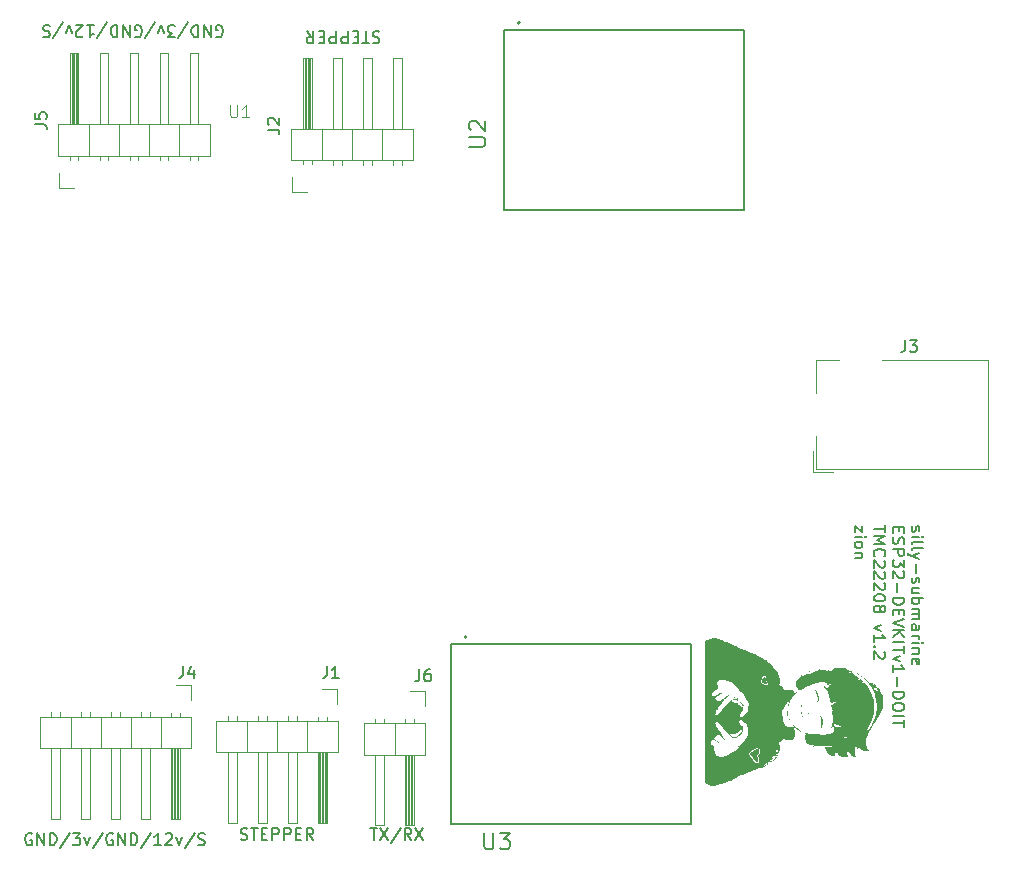
<source format=gto>
G04 #@! TF.GenerationSoftware,KiCad,Pcbnew,8.0.8-8.0.8-0~ubuntu20.04.1*
G04 #@! TF.CreationDate,2025-01-23T22:26:11-05:00*
G04 #@! TF.ProjectId,sub_pcb,7375625f-7063-4622-9e6b-696361645f70,rev?*
G04 #@! TF.SameCoordinates,Original*
G04 #@! TF.FileFunction,Legend,Top*
G04 #@! TF.FilePolarity,Positive*
%FSLAX46Y46*%
G04 Gerber Fmt 4.6, Leading zero omitted, Abs format (unit mm)*
G04 Created by KiCad (PCBNEW 8.0.8-8.0.8-0~ubuntu20.04.1) date 2025-01-23 22:26:11*
%MOMM*%
%LPD*%
G01*
G04 APERTURE LIST*
%ADD10C,0.150000*%
%ADD11C,0.200000*%
%ADD12C,0.100000*%
%ADD13C,0.120000*%
%ADD14C,0.000000*%
%ADD15C,0.127000*%
%ADD16C,3.200000*%
%ADD17R,1.700000X1.700000*%
%ADD18O,1.700000X1.700000*%
%ADD19C,1.728000*%
%ADD20R,2.600000X2.600000*%
%ADD21C,2.600000*%
G04 APERTURE END LIST*
D10*
X101576571Y-98451200D02*
X101719428Y-98498819D01*
X101719428Y-98498819D02*
X101957523Y-98498819D01*
X101957523Y-98498819D02*
X102052761Y-98451200D01*
X102052761Y-98451200D02*
X102100380Y-98403580D01*
X102100380Y-98403580D02*
X102147999Y-98308342D01*
X102147999Y-98308342D02*
X102147999Y-98213104D01*
X102147999Y-98213104D02*
X102100380Y-98117866D01*
X102100380Y-98117866D02*
X102052761Y-98070247D01*
X102052761Y-98070247D02*
X101957523Y-98022628D01*
X101957523Y-98022628D02*
X101767047Y-97975009D01*
X101767047Y-97975009D02*
X101671809Y-97927390D01*
X101671809Y-97927390D02*
X101624190Y-97879771D01*
X101624190Y-97879771D02*
X101576571Y-97784533D01*
X101576571Y-97784533D02*
X101576571Y-97689295D01*
X101576571Y-97689295D02*
X101624190Y-97594057D01*
X101624190Y-97594057D02*
X101671809Y-97546438D01*
X101671809Y-97546438D02*
X101767047Y-97498819D01*
X101767047Y-97498819D02*
X102005142Y-97498819D01*
X102005142Y-97498819D02*
X102147999Y-97546438D01*
X102433714Y-97498819D02*
X103005142Y-97498819D01*
X102719428Y-98498819D02*
X102719428Y-97498819D01*
X103338476Y-97975009D02*
X103671809Y-97975009D01*
X103814666Y-98498819D02*
X103338476Y-98498819D01*
X103338476Y-98498819D02*
X103338476Y-97498819D01*
X103338476Y-97498819D02*
X103814666Y-97498819D01*
X104243238Y-98498819D02*
X104243238Y-97498819D01*
X104243238Y-97498819D02*
X104624190Y-97498819D01*
X104624190Y-97498819D02*
X104719428Y-97546438D01*
X104719428Y-97546438D02*
X104767047Y-97594057D01*
X104767047Y-97594057D02*
X104814666Y-97689295D01*
X104814666Y-97689295D02*
X104814666Y-97832152D01*
X104814666Y-97832152D02*
X104767047Y-97927390D01*
X104767047Y-97927390D02*
X104719428Y-97975009D01*
X104719428Y-97975009D02*
X104624190Y-98022628D01*
X104624190Y-98022628D02*
X104243238Y-98022628D01*
X105243238Y-98498819D02*
X105243238Y-97498819D01*
X105243238Y-97498819D02*
X105624190Y-97498819D01*
X105624190Y-97498819D02*
X105719428Y-97546438D01*
X105719428Y-97546438D02*
X105767047Y-97594057D01*
X105767047Y-97594057D02*
X105814666Y-97689295D01*
X105814666Y-97689295D02*
X105814666Y-97832152D01*
X105814666Y-97832152D02*
X105767047Y-97927390D01*
X105767047Y-97927390D02*
X105719428Y-97975009D01*
X105719428Y-97975009D02*
X105624190Y-98022628D01*
X105624190Y-98022628D02*
X105243238Y-98022628D01*
X106243238Y-97975009D02*
X106576571Y-97975009D01*
X106719428Y-98498819D02*
X106243238Y-98498819D01*
X106243238Y-98498819D02*
X106243238Y-97498819D01*
X106243238Y-97498819D02*
X106719428Y-97498819D01*
X107719428Y-98498819D02*
X107386095Y-98022628D01*
X107148000Y-98498819D02*
X107148000Y-97498819D01*
X107148000Y-97498819D02*
X107528952Y-97498819D01*
X107528952Y-97498819D02*
X107624190Y-97546438D01*
X107624190Y-97546438D02*
X107671809Y-97594057D01*
X107671809Y-97594057D02*
X107719428Y-97689295D01*
X107719428Y-97689295D02*
X107719428Y-97832152D01*
X107719428Y-97832152D02*
X107671809Y-97927390D01*
X107671809Y-97927390D02*
X107624190Y-97975009D01*
X107624190Y-97975009D02*
X107528952Y-98022628D01*
X107528952Y-98022628D02*
X107148000Y-98022628D01*
X113307428Y-30072800D02*
X113164571Y-30025180D01*
X113164571Y-30025180D02*
X112926476Y-30025180D01*
X112926476Y-30025180D02*
X112831238Y-30072800D01*
X112831238Y-30072800D02*
X112783619Y-30120419D01*
X112783619Y-30120419D02*
X112736000Y-30215657D01*
X112736000Y-30215657D02*
X112736000Y-30310895D01*
X112736000Y-30310895D02*
X112783619Y-30406133D01*
X112783619Y-30406133D02*
X112831238Y-30453752D01*
X112831238Y-30453752D02*
X112926476Y-30501371D01*
X112926476Y-30501371D02*
X113116952Y-30548990D01*
X113116952Y-30548990D02*
X113212190Y-30596609D01*
X113212190Y-30596609D02*
X113259809Y-30644228D01*
X113259809Y-30644228D02*
X113307428Y-30739466D01*
X113307428Y-30739466D02*
X113307428Y-30834704D01*
X113307428Y-30834704D02*
X113259809Y-30929942D01*
X113259809Y-30929942D02*
X113212190Y-30977561D01*
X113212190Y-30977561D02*
X113116952Y-31025180D01*
X113116952Y-31025180D02*
X112878857Y-31025180D01*
X112878857Y-31025180D02*
X112736000Y-30977561D01*
X112450285Y-31025180D02*
X111878857Y-31025180D01*
X112164571Y-30025180D02*
X112164571Y-31025180D01*
X111545523Y-30548990D02*
X111212190Y-30548990D01*
X111069333Y-30025180D02*
X111545523Y-30025180D01*
X111545523Y-30025180D02*
X111545523Y-31025180D01*
X111545523Y-31025180D02*
X111069333Y-31025180D01*
X110640761Y-30025180D02*
X110640761Y-31025180D01*
X110640761Y-31025180D02*
X110259809Y-31025180D01*
X110259809Y-31025180D02*
X110164571Y-30977561D01*
X110164571Y-30977561D02*
X110116952Y-30929942D01*
X110116952Y-30929942D02*
X110069333Y-30834704D01*
X110069333Y-30834704D02*
X110069333Y-30691847D01*
X110069333Y-30691847D02*
X110116952Y-30596609D01*
X110116952Y-30596609D02*
X110164571Y-30548990D01*
X110164571Y-30548990D02*
X110259809Y-30501371D01*
X110259809Y-30501371D02*
X110640761Y-30501371D01*
X109640761Y-30025180D02*
X109640761Y-31025180D01*
X109640761Y-31025180D02*
X109259809Y-31025180D01*
X109259809Y-31025180D02*
X109164571Y-30977561D01*
X109164571Y-30977561D02*
X109116952Y-30929942D01*
X109116952Y-30929942D02*
X109069333Y-30834704D01*
X109069333Y-30834704D02*
X109069333Y-30691847D01*
X109069333Y-30691847D02*
X109116952Y-30596609D01*
X109116952Y-30596609D02*
X109164571Y-30548990D01*
X109164571Y-30548990D02*
X109259809Y-30501371D01*
X109259809Y-30501371D02*
X109640761Y-30501371D01*
X108640761Y-30548990D02*
X108307428Y-30548990D01*
X108164571Y-30025180D02*
X108640761Y-30025180D01*
X108640761Y-30025180D02*
X108640761Y-31025180D01*
X108640761Y-31025180D02*
X108164571Y-31025180D01*
X107164571Y-30025180D02*
X107497904Y-30501371D01*
X107735999Y-30025180D02*
X107735999Y-31025180D01*
X107735999Y-31025180D02*
X107355047Y-31025180D01*
X107355047Y-31025180D02*
X107259809Y-30977561D01*
X107259809Y-30977561D02*
X107212190Y-30929942D01*
X107212190Y-30929942D02*
X107164571Y-30834704D01*
X107164571Y-30834704D02*
X107164571Y-30691847D01*
X107164571Y-30691847D02*
X107212190Y-30596609D01*
X107212190Y-30596609D02*
X107259809Y-30548990D01*
X107259809Y-30548990D02*
X107355047Y-30501371D01*
X107355047Y-30501371D02*
X107735999Y-30501371D01*
X99503619Y-30469561D02*
X99598857Y-30517180D01*
X99598857Y-30517180D02*
X99741714Y-30517180D01*
X99741714Y-30517180D02*
X99884571Y-30469561D01*
X99884571Y-30469561D02*
X99979809Y-30374323D01*
X99979809Y-30374323D02*
X100027428Y-30279085D01*
X100027428Y-30279085D02*
X100075047Y-30088609D01*
X100075047Y-30088609D02*
X100075047Y-29945752D01*
X100075047Y-29945752D02*
X100027428Y-29755276D01*
X100027428Y-29755276D02*
X99979809Y-29660038D01*
X99979809Y-29660038D02*
X99884571Y-29564800D01*
X99884571Y-29564800D02*
X99741714Y-29517180D01*
X99741714Y-29517180D02*
X99646476Y-29517180D01*
X99646476Y-29517180D02*
X99503619Y-29564800D01*
X99503619Y-29564800D02*
X99456000Y-29612419D01*
X99456000Y-29612419D02*
X99456000Y-29945752D01*
X99456000Y-29945752D02*
X99646476Y-29945752D01*
X99027428Y-29517180D02*
X99027428Y-30517180D01*
X99027428Y-30517180D02*
X98456000Y-29517180D01*
X98456000Y-29517180D02*
X98456000Y-30517180D01*
X97979809Y-29517180D02*
X97979809Y-30517180D01*
X97979809Y-30517180D02*
X97741714Y-30517180D01*
X97741714Y-30517180D02*
X97598857Y-30469561D01*
X97598857Y-30469561D02*
X97503619Y-30374323D01*
X97503619Y-30374323D02*
X97456000Y-30279085D01*
X97456000Y-30279085D02*
X97408381Y-30088609D01*
X97408381Y-30088609D02*
X97408381Y-29945752D01*
X97408381Y-29945752D02*
X97456000Y-29755276D01*
X97456000Y-29755276D02*
X97503619Y-29660038D01*
X97503619Y-29660038D02*
X97598857Y-29564800D01*
X97598857Y-29564800D02*
X97741714Y-29517180D01*
X97741714Y-29517180D02*
X97979809Y-29517180D01*
X96265524Y-30564800D02*
X97122666Y-29279085D01*
X96027428Y-30517180D02*
X95408381Y-30517180D01*
X95408381Y-30517180D02*
X95741714Y-30136228D01*
X95741714Y-30136228D02*
X95598857Y-30136228D01*
X95598857Y-30136228D02*
X95503619Y-30088609D01*
X95503619Y-30088609D02*
X95456000Y-30040990D01*
X95456000Y-30040990D02*
X95408381Y-29945752D01*
X95408381Y-29945752D02*
X95408381Y-29707657D01*
X95408381Y-29707657D02*
X95456000Y-29612419D01*
X95456000Y-29612419D02*
X95503619Y-29564800D01*
X95503619Y-29564800D02*
X95598857Y-29517180D01*
X95598857Y-29517180D02*
X95884571Y-29517180D01*
X95884571Y-29517180D02*
X95979809Y-29564800D01*
X95979809Y-29564800D02*
X96027428Y-29612419D01*
X95075047Y-30183847D02*
X94836952Y-29517180D01*
X94836952Y-29517180D02*
X94598857Y-30183847D01*
X93503619Y-30564800D02*
X94360761Y-29279085D01*
X92646476Y-30469561D02*
X92741714Y-30517180D01*
X92741714Y-30517180D02*
X92884571Y-30517180D01*
X92884571Y-30517180D02*
X93027428Y-30469561D01*
X93027428Y-30469561D02*
X93122666Y-30374323D01*
X93122666Y-30374323D02*
X93170285Y-30279085D01*
X93170285Y-30279085D02*
X93217904Y-30088609D01*
X93217904Y-30088609D02*
X93217904Y-29945752D01*
X93217904Y-29945752D02*
X93170285Y-29755276D01*
X93170285Y-29755276D02*
X93122666Y-29660038D01*
X93122666Y-29660038D02*
X93027428Y-29564800D01*
X93027428Y-29564800D02*
X92884571Y-29517180D01*
X92884571Y-29517180D02*
X92789333Y-29517180D01*
X92789333Y-29517180D02*
X92646476Y-29564800D01*
X92646476Y-29564800D02*
X92598857Y-29612419D01*
X92598857Y-29612419D02*
X92598857Y-29945752D01*
X92598857Y-29945752D02*
X92789333Y-29945752D01*
X92170285Y-29517180D02*
X92170285Y-30517180D01*
X92170285Y-30517180D02*
X91598857Y-29517180D01*
X91598857Y-29517180D02*
X91598857Y-30517180D01*
X91122666Y-29517180D02*
X91122666Y-30517180D01*
X91122666Y-30517180D02*
X90884571Y-30517180D01*
X90884571Y-30517180D02*
X90741714Y-30469561D01*
X90741714Y-30469561D02*
X90646476Y-30374323D01*
X90646476Y-30374323D02*
X90598857Y-30279085D01*
X90598857Y-30279085D02*
X90551238Y-30088609D01*
X90551238Y-30088609D02*
X90551238Y-29945752D01*
X90551238Y-29945752D02*
X90598857Y-29755276D01*
X90598857Y-29755276D02*
X90646476Y-29660038D01*
X90646476Y-29660038D02*
X90741714Y-29564800D01*
X90741714Y-29564800D02*
X90884571Y-29517180D01*
X90884571Y-29517180D02*
X91122666Y-29517180D01*
X89408381Y-30564800D02*
X90265523Y-29279085D01*
X88551238Y-29517180D02*
X89122666Y-29517180D01*
X88836952Y-29517180D02*
X88836952Y-30517180D01*
X88836952Y-30517180D02*
X88932190Y-30374323D01*
X88932190Y-30374323D02*
X89027428Y-30279085D01*
X89027428Y-30279085D02*
X89122666Y-30231466D01*
X88170285Y-30421942D02*
X88122666Y-30469561D01*
X88122666Y-30469561D02*
X88027428Y-30517180D01*
X88027428Y-30517180D02*
X87789333Y-30517180D01*
X87789333Y-30517180D02*
X87694095Y-30469561D01*
X87694095Y-30469561D02*
X87646476Y-30421942D01*
X87646476Y-30421942D02*
X87598857Y-30326704D01*
X87598857Y-30326704D02*
X87598857Y-30231466D01*
X87598857Y-30231466D02*
X87646476Y-30088609D01*
X87646476Y-30088609D02*
X88217904Y-29517180D01*
X88217904Y-29517180D02*
X87598857Y-29517180D01*
X87265523Y-30183847D02*
X87027428Y-29517180D01*
X87027428Y-29517180D02*
X86789333Y-30183847D01*
X85694095Y-30564800D02*
X86551237Y-29279085D01*
X85408380Y-29564800D02*
X85265523Y-29517180D01*
X85265523Y-29517180D02*
X85027428Y-29517180D01*
X85027428Y-29517180D02*
X84932190Y-29564800D01*
X84932190Y-29564800D02*
X84884571Y-29612419D01*
X84884571Y-29612419D02*
X84836952Y-29707657D01*
X84836952Y-29707657D02*
X84836952Y-29802895D01*
X84836952Y-29802895D02*
X84884571Y-29898133D01*
X84884571Y-29898133D02*
X84932190Y-29945752D01*
X84932190Y-29945752D02*
X85027428Y-29993371D01*
X85027428Y-29993371D02*
X85217904Y-30040990D01*
X85217904Y-30040990D02*
X85313142Y-30088609D01*
X85313142Y-30088609D02*
X85360761Y-30136228D01*
X85360761Y-30136228D02*
X85408380Y-30231466D01*
X85408380Y-30231466D02*
X85408380Y-30326704D01*
X85408380Y-30326704D02*
X85360761Y-30421942D01*
X85360761Y-30421942D02*
X85313142Y-30469561D01*
X85313142Y-30469561D02*
X85217904Y-30517180D01*
X85217904Y-30517180D02*
X84979809Y-30517180D01*
X84979809Y-30517180D02*
X84836952Y-30469561D01*
X83884380Y-97982438D02*
X83789142Y-97934819D01*
X83789142Y-97934819D02*
X83646285Y-97934819D01*
X83646285Y-97934819D02*
X83503428Y-97982438D01*
X83503428Y-97982438D02*
X83408190Y-98077676D01*
X83408190Y-98077676D02*
X83360571Y-98172914D01*
X83360571Y-98172914D02*
X83312952Y-98363390D01*
X83312952Y-98363390D02*
X83312952Y-98506247D01*
X83312952Y-98506247D02*
X83360571Y-98696723D01*
X83360571Y-98696723D02*
X83408190Y-98791961D01*
X83408190Y-98791961D02*
X83503428Y-98887200D01*
X83503428Y-98887200D02*
X83646285Y-98934819D01*
X83646285Y-98934819D02*
X83741523Y-98934819D01*
X83741523Y-98934819D02*
X83884380Y-98887200D01*
X83884380Y-98887200D02*
X83931999Y-98839580D01*
X83931999Y-98839580D02*
X83931999Y-98506247D01*
X83931999Y-98506247D02*
X83741523Y-98506247D01*
X84360571Y-98934819D02*
X84360571Y-97934819D01*
X84360571Y-97934819D02*
X84931999Y-98934819D01*
X84931999Y-98934819D02*
X84931999Y-97934819D01*
X85408190Y-98934819D02*
X85408190Y-97934819D01*
X85408190Y-97934819D02*
X85646285Y-97934819D01*
X85646285Y-97934819D02*
X85789142Y-97982438D01*
X85789142Y-97982438D02*
X85884380Y-98077676D01*
X85884380Y-98077676D02*
X85931999Y-98172914D01*
X85931999Y-98172914D02*
X85979618Y-98363390D01*
X85979618Y-98363390D02*
X85979618Y-98506247D01*
X85979618Y-98506247D02*
X85931999Y-98696723D01*
X85931999Y-98696723D02*
X85884380Y-98791961D01*
X85884380Y-98791961D02*
X85789142Y-98887200D01*
X85789142Y-98887200D02*
X85646285Y-98934819D01*
X85646285Y-98934819D02*
X85408190Y-98934819D01*
X87122475Y-97887200D02*
X86265333Y-99172914D01*
X87360571Y-97934819D02*
X87979618Y-97934819D01*
X87979618Y-97934819D02*
X87646285Y-98315771D01*
X87646285Y-98315771D02*
X87789142Y-98315771D01*
X87789142Y-98315771D02*
X87884380Y-98363390D01*
X87884380Y-98363390D02*
X87931999Y-98411009D01*
X87931999Y-98411009D02*
X87979618Y-98506247D01*
X87979618Y-98506247D02*
X87979618Y-98744342D01*
X87979618Y-98744342D02*
X87931999Y-98839580D01*
X87931999Y-98839580D02*
X87884380Y-98887200D01*
X87884380Y-98887200D02*
X87789142Y-98934819D01*
X87789142Y-98934819D02*
X87503428Y-98934819D01*
X87503428Y-98934819D02*
X87408190Y-98887200D01*
X87408190Y-98887200D02*
X87360571Y-98839580D01*
X88312952Y-98268152D02*
X88551047Y-98934819D01*
X88551047Y-98934819D02*
X88789142Y-98268152D01*
X89884380Y-97887200D02*
X89027238Y-99172914D01*
X90741523Y-97982438D02*
X90646285Y-97934819D01*
X90646285Y-97934819D02*
X90503428Y-97934819D01*
X90503428Y-97934819D02*
X90360571Y-97982438D01*
X90360571Y-97982438D02*
X90265333Y-98077676D01*
X90265333Y-98077676D02*
X90217714Y-98172914D01*
X90217714Y-98172914D02*
X90170095Y-98363390D01*
X90170095Y-98363390D02*
X90170095Y-98506247D01*
X90170095Y-98506247D02*
X90217714Y-98696723D01*
X90217714Y-98696723D02*
X90265333Y-98791961D01*
X90265333Y-98791961D02*
X90360571Y-98887200D01*
X90360571Y-98887200D02*
X90503428Y-98934819D01*
X90503428Y-98934819D02*
X90598666Y-98934819D01*
X90598666Y-98934819D02*
X90741523Y-98887200D01*
X90741523Y-98887200D02*
X90789142Y-98839580D01*
X90789142Y-98839580D02*
X90789142Y-98506247D01*
X90789142Y-98506247D02*
X90598666Y-98506247D01*
X91217714Y-98934819D02*
X91217714Y-97934819D01*
X91217714Y-97934819D02*
X91789142Y-98934819D01*
X91789142Y-98934819D02*
X91789142Y-97934819D01*
X92265333Y-98934819D02*
X92265333Y-97934819D01*
X92265333Y-97934819D02*
X92503428Y-97934819D01*
X92503428Y-97934819D02*
X92646285Y-97982438D01*
X92646285Y-97982438D02*
X92741523Y-98077676D01*
X92741523Y-98077676D02*
X92789142Y-98172914D01*
X92789142Y-98172914D02*
X92836761Y-98363390D01*
X92836761Y-98363390D02*
X92836761Y-98506247D01*
X92836761Y-98506247D02*
X92789142Y-98696723D01*
X92789142Y-98696723D02*
X92741523Y-98791961D01*
X92741523Y-98791961D02*
X92646285Y-98887200D01*
X92646285Y-98887200D02*
X92503428Y-98934819D01*
X92503428Y-98934819D02*
X92265333Y-98934819D01*
X93979618Y-97887200D02*
X93122476Y-99172914D01*
X94836761Y-98934819D02*
X94265333Y-98934819D01*
X94551047Y-98934819D02*
X94551047Y-97934819D01*
X94551047Y-97934819D02*
X94455809Y-98077676D01*
X94455809Y-98077676D02*
X94360571Y-98172914D01*
X94360571Y-98172914D02*
X94265333Y-98220533D01*
X95217714Y-98030057D02*
X95265333Y-97982438D01*
X95265333Y-97982438D02*
X95360571Y-97934819D01*
X95360571Y-97934819D02*
X95598666Y-97934819D01*
X95598666Y-97934819D02*
X95693904Y-97982438D01*
X95693904Y-97982438D02*
X95741523Y-98030057D01*
X95741523Y-98030057D02*
X95789142Y-98125295D01*
X95789142Y-98125295D02*
X95789142Y-98220533D01*
X95789142Y-98220533D02*
X95741523Y-98363390D01*
X95741523Y-98363390D02*
X95170095Y-98934819D01*
X95170095Y-98934819D02*
X95789142Y-98934819D01*
X96122476Y-98268152D02*
X96360571Y-98934819D01*
X96360571Y-98934819D02*
X96598666Y-98268152D01*
X97693904Y-97887200D02*
X96836762Y-99172914D01*
X97979619Y-98887200D02*
X98122476Y-98934819D01*
X98122476Y-98934819D02*
X98360571Y-98934819D01*
X98360571Y-98934819D02*
X98455809Y-98887200D01*
X98455809Y-98887200D02*
X98503428Y-98839580D01*
X98503428Y-98839580D02*
X98551047Y-98744342D01*
X98551047Y-98744342D02*
X98551047Y-98649104D01*
X98551047Y-98649104D02*
X98503428Y-98553866D01*
X98503428Y-98553866D02*
X98455809Y-98506247D01*
X98455809Y-98506247D02*
X98360571Y-98458628D01*
X98360571Y-98458628D02*
X98170095Y-98411009D01*
X98170095Y-98411009D02*
X98074857Y-98363390D01*
X98074857Y-98363390D02*
X98027238Y-98315771D01*
X98027238Y-98315771D02*
X97979619Y-98220533D01*
X97979619Y-98220533D02*
X97979619Y-98125295D01*
X97979619Y-98125295D02*
X98027238Y-98030057D01*
X98027238Y-98030057D02*
X98074857Y-97982438D01*
X98074857Y-97982438D02*
X98170095Y-97934819D01*
X98170095Y-97934819D02*
X98408190Y-97934819D01*
X98408190Y-97934819D02*
X98551047Y-97982438D01*
X112546095Y-97498819D02*
X113117523Y-97498819D01*
X112831809Y-98498819D02*
X112831809Y-97498819D01*
X113355619Y-97498819D02*
X114022285Y-98498819D01*
X114022285Y-97498819D02*
X113355619Y-98498819D01*
X115117523Y-97451200D02*
X114260381Y-98736914D01*
X116022285Y-98498819D02*
X115688952Y-98022628D01*
X115450857Y-98498819D02*
X115450857Y-97498819D01*
X115450857Y-97498819D02*
X115831809Y-97498819D01*
X115831809Y-97498819D02*
X115927047Y-97546438D01*
X115927047Y-97546438D02*
X115974666Y-97594057D01*
X115974666Y-97594057D02*
X116022285Y-97689295D01*
X116022285Y-97689295D02*
X116022285Y-97832152D01*
X116022285Y-97832152D02*
X115974666Y-97927390D01*
X115974666Y-97927390D02*
X115927047Y-97975009D01*
X115927047Y-97975009D02*
X115831809Y-98022628D01*
X115831809Y-98022628D02*
X115450857Y-98022628D01*
X116355619Y-97498819D02*
X117022285Y-98498819D01*
X117022285Y-97498819D02*
X116355619Y-98498819D01*
D11*
X158426232Y-71950054D02*
X158378612Y-72045292D01*
X158378612Y-72045292D02*
X158378612Y-72235768D01*
X158378612Y-72235768D02*
X158426232Y-72331006D01*
X158426232Y-72331006D02*
X158521470Y-72378625D01*
X158521470Y-72378625D02*
X158569089Y-72378625D01*
X158569089Y-72378625D02*
X158664327Y-72331006D01*
X158664327Y-72331006D02*
X158711946Y-72235768D01*
X158711946Y-72235768D02*
X158711946Y-72092911D01*
X158711946Y-72092911D02*
X158759565Y-71997673D01*
X158759565Y-71997673D02*
X158854803Y-71950054D01*
X158854803Y-71950054D02*
X158902422Y-71950054D01*
X158902422Y-71950054D02*
X158997660Y-71997673D01*
X158997660Y-71997673D02*
X159045279Y-72092911D01*
X159045279Y-72092911D02*
X159045279Y-72235768D01*
X159045279Y-72235768D02*
X158997660Y-72331006D01*
X158378612Y-72807197D02*
X159045279Y-72807197D01*
X159378612Y-72807197D02*
X159330993Y-72759578D01*
X159330993Y-72759578D02*
X159283374Y-72807197D01*
X159283374Y-72807197D02*
X159330993Y-72854816D01*
X159330993Y-72854816D02*
X159378612Y-72807197D01*
X159378612Y-72807197D02*
X159283374Y-72807197D01*
X158378612Y-73426244D02*
X158426232Y-73331006D01*
X158426232Y-73331006D02*
X158521470Y-73283387D01*
X158521470Y-73283387D02*
X159378612Y-73283387D01*
X158378612Y-73950054D02*
X158426232Y-73854816D01*
X158426232Y-73854816D02*
X158521470Y-73807197D01*
X158521470Y-73807197D02*
X159378612Y-73807197D01*
X159045279Y-74235769D02*
X158378612Y-74473864D01*
X159045279Y-74711959D02*
X158378612Y-74473864D01*
X158378612Y-74473864D02*
X158140517Y-74378626D01*
X158140517Y-74378626D02*
X158092898Y-74331007D01*
X158092898Y-74331007D02*
X158045279Y-74235769D01*
X158759565Y-75092912D02*
X158759565Y-75854817D01*
X158426232Y-76283388D02*
X158378612Y-76378626D01*
X158378612Y-76378626D02*
X158378612Y-76569102D01*
X158378612Y-76569102D02*
X158426232Y-76664340D01*
X158426232Y-76664340D02*
X158521470Y-76711959D01*
X158521470Y-76711959D02*
X158569089Y-76711959D01*
X158569089Y-76711959D02*
X158664327Y-76664340D01*
X158664327Y-76664340D02*
X158711946Y-76569102D01*
X158711946Y-76569102D02*
X158711946Y-76426245D01*
X158711946Y-76426245D02*
X158759565Y-76331007D01*
X158759565Y-76331007D02*
X158854803Y-76283388D01*
X158854803Y-76283388D02*
X158902422Y-76283388D01*
X158902422Y-76283388D02*
X158997660Y-76331007D01*
X158997660Y-76331007D02*
X159045279Y-76426245D01*
X159045279Y-76426245D02*
X159045279Y-76569102D01*
X159045279Y-76569102D02*
X158997660Y-76664340D01*
X159045279Y-77569102D02*
X158378612Y-77569102D01*
X159045279Y-77140531D02*
X158521470Y-77140531D01*
X158521470Y-77140531D02*
X158426232Y-77188150D01*
X158426232Y-77188150D02*
X158378612Y-77283388D01*
X158378612Y-77283388D02*
X158378612Y-77426245D01*
X158378612Y-77426245D02*
X158426232Y-77521483D01*
X158426232Y-77521483D02*
X158473851Y-77569102D01*
X158378612Y-78045293D02*
X159378612Y-78045293D01*
X158997660Y-78045293D02*
X159045279Y-78140531D01*
X159045279Y-78140531D02*
X159045279Y-78331007D01*
X159045279Y-78331007D02*
X158997660Y-78426245D01*
X158997660Y-78426245D02*
X158950041Y-78473864D01*
X158950041Y-78473864D02*
X158854803Y-78521483D01*
X158854803Y-78521483D02*
X158569089Y-78521483D01*
X158569089Y-78521483D02*
X158473851Y-78473864D01*
X158473851Y-78473864D02*
X158426232Y-78426245D01*
X158426232Y-78426245D02*
X158378612Y-78331007D01*
X158378612Y-78331007D02*
X158378612Y-78140531D01*
X158378612Y-78140531D02*
X158426232Y-78045293D01*
X158378612Y-78950055D02*
X159045279Y-78950055D01*
X158950041Y-78950055D02*
X158997660Y-78997674D01*
X158997660Y-78997674D02*
X159045279Y-79092912D01*
X159045279Y-79092912D02*
X159045279Y-79235769D01*
X159045279Y-79235769D02*
X158997660Y-79331007D01*
X158997660Y-79331007D02*
X158902422Y-79378626D01*
X158902422Y-79378626D02*
X158378612Y-79378626D01*
X158902422Y-79378626D02*
X158997660Y-79426245D01*
X158997660Y-79426245D02*
X159045279Y-79521483D01*
X159045279Y-79521483D02*
X159045279Y-79664340D01*
X159045279Y-79664340D02*
X158997660Y-79759579D01*
X158997660Y-79759579D02*
X158902422Y-79807198D01*
X158902422Y-79807198D02*
X158378612Y-79807198D01*
X158378612Y-80711959D02*
X158902422Y-80711959D01*
X158902422Y-80711959D02*
X158997660Y-80664340D01*
X158997660Y-80664340D02*
X159045279Y-80569102D01*
X159045279Y-80569102D02*
X159045279Y-80378626D01*
X159045279Y-80378626D02*
X158997660Y-80283388D01*
X158426232Y-80711959D02*
X158378612Y-80616721D01*
X158378612Y-80616721D02*
X158378612Y-80378626D01*
X158378612Y-80378626D02*
X158426232Y-80283388D01*
X158426232Y-80283388D02*
X158521470Y-80235769D01*
X158521470Y-80235769D02*
X158616708Y-80235769D01*
X158616708Y-80235769D02*
X158711946Y-80283388D01*
X158711946Y-80283388D02*
X158759565Y-80378626D01*
X158759565Y-80378626D02*
X158759565Y-80616721D01*
X158759565Y-80616721D02*
X158807184Y-80711959D01*
X158378612Y-81188150D02*
X159045279Y-81188150D01*
X158854803Y-81188150D02*
X158950041Y-81235769D01*
X158950041Y-81235769D02*
X158997660Y-81283388D01*
X158997660Y-81283388D02*
X159045279Y-81378626D01*
X159045279Y-81378626D02*
X159045279Y-81473864D01*
X158378612Y-81807198D02*
X159045279Y-81807198D01*
X159378612Y-81807198D02*
X159330993Y-81759579D01*
X159330993Y-81759579D02*
X159283374Y-81807198D01*
X159283374Y-81807198D02*
X159330993Y-81854817D01*
X159330993Y-81854817D02*
X159378612Y-81807198D01*
X159378612Y-81807198D02*
X159283374Y-81807198D01*
X159045279Y-82283388D02*
X158378612Y-82283388D01*
X158950041Y-82283388D02*
X158997660Y-82331007D01*
X158997660Y-82331007D02*
X159045279Y-82426245D01*
X159045279Y-82426245D02*
X159045279Y-82569102D01*
X159045279Y-82569102D02*
X158997660Y-82664340D01*
X158997660Y-82664340D02*
X158902422Y-82711959D01*
X158902422Y-82711959D02*
X158378612Y-82711959D01*
X158426232Y-83569102D02*
X158378612Y-83473864D01*
X158378612Y-83473864D02*
X158378612Y-83283388D01*
X158378612Y-83283388D02*
X158426232Y-83188150D01*
X158426232Y-83188150D02*
X158521470Y-83140531D01*
X158521470Y-83140531D02*
X158902422Y-83140531D01*
X158902422Y-83140531D02*
X158997660Y-83188150D01*
X158997660Y-83188150D02*
X159045279Y-83283388D01*
X159045279Y-83283388D02*
X159045279Y-83473864D01*
X159045279Y-83473864D02*
X158997660Y-83569102D01*
X158997660Y-83569102D02*
X158902422Y-83616721D01*
X158902422Y-83616721D02*
X158807184Y-83616721D01*
X158807184Y-83616721D02*
X158711946Y-83140531D01*
X157292478Y-71997673D02*
X157292478Y-72331006D01*
X156768668Y-72473863D02*
X156768668Y-71997673D01*
X156768668Y-71997673D02*
X157768668Y-71997673D01*
X157768668Y-71997673D02*
X157768668Y-72473863D01*
X156816288Y-72854816D02*
X156768668Y-72997673D01*
X156768668Y-72997673D02*
X156768668Y-73235768D01*
X156768668Y-73235768D02*
X156816288Y-73331006D01*
X156816288Y-73331006D02*
X156863907Y-73378625D01*
X156863907Y-73378625D02*
X156959145Y-73426244D01*
X156959145Y-73426244D02*
X157054383Y-73426244D01*
X157054383Y-73426244D02*
X157149621Y-73378625D01*
X157149621Y-73378625D02*
X157197240Y-73331006D01*
X157197240Y-73331006D02*
X157244859Y-73235768D01*
X157244859Y-73235768D02*
X157292478Y-73045292D01*
X157292478Y-73045292D02*
X157340097Y-72950054D01*
X157340097Y-72950054D02*
X157387716Y-72902435D01*
X157387716Y-72902435D02*
X157482954Y-72854816D01*
X157482954Y-72854816D02*
X157578192Y-72854816D01*
X157578192Y-72854816D02*
X157673430Y-72902435D01*
X157673430Y-72902435D02*
X157721049Y-72950054D01*
X157721049Y-72950054D02*
X157768668Y-73045292D01*
X157768668Y-73045292D02*
X157768668Y-73283387D01*
X157768668Y-73283387D02*
X157721049Y-73426244D01*
X156768668Y-73854816D02*
X157768668Y-73854816D01*
X157768668Y-73854816D02*
X157768668Y-74235768D01*
X157768668Y-74235768D02*
X157721049Y-74331006D01*
X157721049Y-74331006D02*
X157673430Y-74378625D01*
X157673430Y-74378625D02*
X157578192Y-74426244D01*
X157578192Y-74426244D02*
X157435335Y-74426244D01*
X157435335Y-74426244D02*
X157340097Y-74378625D01*
X157340097Y-74378625D02*
X157292478Y-74331006D01*
X157292478Y-74331006D02*
X157244859Y-74235768D01*
X157244859Y-74235768D02*
X157244859Y-73854816D01*
X157768668Y-74759578D02*
X157768668Y-75378625D01*
X157768668Y-75378625D02*
X157387716Y-75045292D01*
X157387716Y-75045292D02*
X157387716Y-75188149D01*
X157387716Y-75188149D02*
X157340097Y-75283387D01*
X157340097Y-75283387D02*
X157292478Y-75331006D01*
X157292478Y-75331006D02*
X157197240Y-75378625D01*
X157197240Y-75378625D02*
X156959145Y-75378625D01*
X156959145Y-75378625D02*
X156863907Y-75331006D01*
X156863907Y-75331006D02*
X156816288Y-75283387D01*
X156816288Y-75283387D02*
X156768668Y-75188149D01*
X156768668Y-75188149D02*
X156768668Y-74902435D01*
X156768668Y-74902435D02*
X156816288Y-74807197D01*
X156816288Y-74807197D02*
X156863907Y-74759578D01*
X157673430Y-75759578D02*
X157721049Y-75807197D01*
X157721049Y-75807197D02*
X157768668Y-75902435D01*
X157768668Y-75902435D02*
X157768668Y-76140530D01*
X157768668Y-76140530D02*
X157721049Y-76235768D01*
X157721049Y-76235768D02*
X157673430Y-76283387D01*
X157673430Y-76283387D02*
X157578192Y-76331006D01*
X157578192Y-76331006D02*
X157482954Y-76331006D01*
X157482954Y-76331006D02*
X157340097Y-76283387D01*
X157340097Y-76283387D02*
X156768668Y-75711959D01*
X156768668Y-75711959D02*
X156768668Y-76331006D01*
X157149621Y-76759578D02*
X157149621Y-77521483D01*
X156768668Y-77997673D02*
X157768668Y-77997673D01*
X157768668Y-77997673D02*
X157768668Y-78235768D01*
X157768668Y-78235768D02*
X157721049Y-78378625D01*
X157721049Y-78378625D02*
X157625811Y-78473863D01*
X157625811Y-78473863D02*
X157530573Y-78521482D01*
X157530573Y-78521482D02*
X157340097Y-78569101D01*
X157340097Y-78569101D02*
X157197240Y-78569101D01*
X157197240Y-78569101D02*
X157006764Y-78521482D01*
X157006764Y-78521482D02*
X156911526Y-78473863D01*
X156911526Y-78473863D02*
X156816288Y-78378625D01*
X156816288Y-78378625D02*
X156768668Y-78235768D01*
X156768668Y-78235768D02*
X156768668Y-77997673D01*
X157292478Y-78997673D02*
X157292478Y-79331006D01*
X156768668Y-79473863D02*
X156768668Y-78997673D01*
X156768668Y-78997673D02*
X157768668Y-78997673D01*
X157768668Y-78997673D02*
X157768668Y-79473863D01*
X157768668Y-79759578D02*
X156768668Y-80092911D01*
X156768668Y-80092911D02*
X157768668Y-80426244D01*
X156768668Y-80759578D02*
X157768668Y-80759578D01*
X156768668Y-81331006D02*
X157340097Y-80902435D01*
X157768668Y-81331006D02*
X157197240Y-80759578D01*
X156768668Y-81759578D02*
X157768668Y-81759578D01*
X157768668Y-82092911D02*
X157768668Y-82664339D01*
X156768668Y-82378625D02*
X157768668Y-82378625D01*
X157435335Y-82902435D02*
X156768668Y-83140530D01*
X156768668Y-83140530D02*
X157435335Y-83378625D01*
X156768668Y-84283387D02*
X156768668Y-83711959D01*
X156768668Y-83997673D02*
X157768668Y-83997673D01*
X157768668Y-83997673D02*
X157625811Y-83902435D01*
X157625811Y-83902435D02*
X157530573Y-83807197D01*
X157530573Y-83807197D02*
X157482954Y-83711959D01*
X157149621Y-84711959D02*
X157149621Y-85473864D01*
X156768668Y-85950054D02*
X157768668Y-85950054D01*
X157768668Y-85950054D02*
X157768668Y-86188149D01*
X157768668Y-86188149D02*
X157721049Y-86331006D01*
X157721049Y-86331006D02*
X157625811Y-86426244D01*
X157625811Y-86426244D02*
X157530573Y-86473863D01*
X157530573Y-86473863D02*
X157340097Y-86521482D01*
X157340097Y-86521482D02*
X157197240Y-86521482D01*
X157197240Y-86521482D02*
X157006764Y-86473863D01*
X157006764Y-86473863D02*
X156911526Y-86426244D01*
X156911526Y-86426244D02*
X156816288Y-86331006D01*
X156816288Y-86331006D02*
X156768668Y-86188149D01*
X156768668Y-86188149D02*
X156768668Y-85950054D01*
X157768668Y-87140530D02*
X157768668Y-87331006D01*
X157768668Y-87331006D02*
X157721049Y-87426244D01*
X157721049Y-87426244D02*
X157625811Y-87521482D01*
X157625811Y-87521482D02*
X157435335Y-87569101D01*
X157435335Y-87569101D02*
X157102002Y-87569101D01*
X157102002Y-87569101D02*
X156911526Y-87521482D01*
X156911526Y-87521482D02*
X156816288Y-87426244D01*
X156816288Y-87426244D02*
X156768668Y-87331006D01*
X156768668Y-87331006D02*
X156768668Y-87140530D01*
X156768668Y-87140530D02*
X156816288Y-87045292D01*
X156816288Y-87045292D02*
X156911526Y-86950054D01*
X156911526Y-86950054D02*
X157102002Y-86902435D01*
X157102002Y-86902435D02*
X157435335Y-86902435D01*
X157435335Y-86902435D02*
X157625811Y-86950054D01*
X157625811Y-86950054D02*
X157721049Y-87045292D01*
X157721049Y-87045292D02*
X157768668Y-87140530D01*
X156768668Y-87997673D02*
X157768668Y-87997673D01*
X157768668Y-88331006D02*
X157768668Y-88902434D01*
X156768668Y-88616720D02*
X157768668Y-88616720D01*
X156158724Y-71854816D02*
X156158724Y-72426244D01*
X155158724Y-72140530D02*
X156158724Y-72140530D01*
X155158724Y-72759578D02*
X156158724Y-72759578D01*
X156158724Y-72759578D02*
X155444439Y-73092911D01*
X155444439Y-73092911D02*
X156158724Y-73426244D01*
X156158724Y-73426244D02*
X155158724Y-73426244D01*
X155253963Y-74473863D02*
X155206344Y-74426244D01*
X155206344Y-74426244D02*
X155158724Y-74283387D01*
X155158724Y-74283387D02*
X155158724Y-74188149D01*
X155158724Y-74188149D02*
X155206344Y-74045292D01*
X155206344Y-74045292D02*
X155301582Y-73950054D01*
X155301582Y-73950054D02*
X155396820Y-73902435D01*
X155396820Y-73902435D02*
X155587296Y-73854816D01*
X155587296Y-73854816D02*
X155730153Y-73854816D01*
X155730153Y-73854816D02*
X155920629Y-73902435D01*
X155920629Y-73902435D02*
X156015867Y-73950054D01*
X156015867Y-73950054D02*
X156111105Y-74045292D01*
X156111105Y-74045292D02*
X156158724Y-74188149D01*
X156158724Y-74188149D02*
X156158724Y-74283387D01*
X156158724Y-74283387D02*
X156111105Y-74426244D01*
X156111105Y-74426244D02*
X156063486Y-74473863D01*
X156063486Y-74854816D02*
X156111105Y-74902435D01*
X156111105Y-74902435D02*
X156158724Y-74997673D01*
X156158724Y-74997673D02*
X156158724Y-75235768D01*
X156158724Y-75235768D02*
X156111105Y-75331006D01*
X156111105Y-75331006D02*
X156063486Y-75378625D01*
X156063486Y-75378625D02*
X155968248Y-75426244D01*
X155968248Y-75426244D02*
X155873010Y-75426244D01*
X155873010Y-75426244D02*
X155730153Y-75378625D01*
X155730153Y-75378625D02*
X155158724Y-74807197D01*
X155158724Y-74807197D02*
X155158724Y-75426244D01*
X156063486Y-75807197D02*
X156111105Y-75854816D01*
X156111105Y-75854816D02*
X156158724Y-75950054D01*
X156158724Y-75950054D02*
X156158724Y-76188149D01*
X156158724Y-76188149D02*
X156111105Y-76283387D01*
X156111105Y-76283387D02*
X156063486Y-76331006D01*
X156063486Y-76331006D02*
X155968248Y-76378625D01*
X155968248Y-76378625D02*
X155873010Y-76378625D01*
X155873010Y-76378625D02*
X155730153Y-76331006D01*
X155730153Y-76331006D02*
X155158724Y-75759578D01*
X155158724Y-75759578D02*
X155158724Y-76378625D01*
X156063486Y-76759578D02*
X156111105Y-76807197D01*
X156111105Y-76807197D02*
X156158724Y-76902435D01*
X156158724Y-76902435D02*
X156158724Y-77140530D01*
X156158724Y-77140530D02*
X156111105Y-77235768D01*
X156111105Y-77235768D02*
X156063486Y-77283387D01*
X156063486Y-77283387D02*
X155968248Y-77331006D01*
X155968248Y-77331006D02*
X155873010Y-77331006D01*
X155873010Y-77331006D02*
X155730153Y-77283387D01*
X155730153Y-77283387D02*
X155158724Y-76711959D01*
X155158724Y-76711959D02*
X155158724Y-77331006D01*
X156158724Y-77950054D02*
X156158724Y-78045292D01*
X156158724Y-78045292D02*
X156111105Y-78140530D01*
X156111105Y-78140530D02*
X156063486Y-78188149D01*
X156063486Y-78188149D02*
X155968248Y-78235768D01*
X155968248Y-78235768D02*
X155777772Y-78283387D01*
X155777772Y-78283387D02*
X155539677Y-78283387D01*
X155539677Y-78283387D02*
X155349201Y-78235768D01*
X155349201Y-78235768D02*
X155253963Y-78188149D01*
X155253963Y-78188149D02*
X155206344Y-78140530D01*
X155206344Y-78140530D02*
X155158724Y-78045292D01*
X155158724Y-78045292D02*
X155158724Y-77950054D01*
X155158724Y-77950054D02*
X155206344Y-77854816D01*
X155206344Y-77854816D02*
X155253963Y-77807197D01*
X155253963Y-77807197D02*
X155349201Y-77759578D01*
X155349201Y-77759578D02*
X155539677Y-77711959D01*
X155539677Y-77711959D02*
X155777772Y-77711959D01*
X155777772Y-77711959D02*
X155968248Y-77759578D01*
X155968248Y-77759578D02*
X156063486Y-77807197D01*
X156063486Y-77807197D02*
X156111105Y-77854816D01*
X156111105Y-77854816D02*
X156158724Y-77950054D01*
X155730153Y-78854816D02*
X155777772Y-78759578D01*
X155777772Y-78759578D02*
X155825391Y-78711959D01*
X155825391Y-78711959D02*
X155920629Y-78664340D01*
X155920629Y-78664340D02*
X155968248Y-78664340D01*
X155968248Y-78664340D02*
X156063486Y-78711959D01*
X156063486Y-78711959D02*
X156111105Y-78759578D01*
X156111105Y-78759578D02*
X156158724Y-78854816D01*
X156158724Y-78854816D02*
X156158724Y-79045292D01*
X156158724Y-79045292D02*
X156111105Y-79140530D01*
X156111105Y-79140530D02*
X156063486Y-79188149D01*
X156063486Y-79188149D02*
X155968248Y-79235768D01*
X155968248Y-79235768D02*
X155920629Y-79235768D01*
X155920629Y-79235768D02*
X155825391Y-79188149D01*
X155825391Y-79188149D02*
X155777772Y-79140530D01*
X155777772Y-79140530D02*
X155730153Y-79045292D01*
X155730153Y-79045292D02*
X155730153Y-78854816D01*
X155730153Y-78854816D02*
X155682534Y-78759578D01*
X155682534Y-78759578D02*
X155634915Y-78711959D01*
X155634915Y-78711959D02*
X155539677Y-78664340D01*
X155539677Y-78664340D02*
X155349201Y-78664340D01*
X155349201Y-78664340D02*
X155253963Y-78711959D01*
X155253963Y-78711959D02*
X155206344Y-78759578D01*
X155206344Y-78759578D02*
X155158724Y-78854816D01*
X155158724Y-78854816D02*
X155158724Y-79045292D01*
X155158724Y-79045292D02*
X155206344Y-79140530D01*
X155206344Y-79140530D02*
X155253963Y-79188149D01*
X155253963Y-79188149D02*
X155349201Y-79235768D01*
X155349201Y-79235768D02*
X155539677Y-79235768D01*
X155539677Y-79235768D02*
X155634915Y-79188149D01*
X155634915Y-79188149D02*
X155682534Y-79140530D01*
X155682534Y-79140530D02*
X155730153Y-79045292D01*
X155825391Y-80331007D02*
X155158724Y-80569102D01*
X155158724Y-80569102D02*
X155825391Y-80807197D01*
X155158724Y-81711959D02*
X155158724Y-81140531D01*
X155158724Y-81426245D02*
X156158724Y-81426245D01*
X156158724Y-81426245D02*
X156015867Y-81331007D01*
X156015867Y-81331007D02*
X155920629Y-81235769D01*
X155920629Y-81235769D02*
X155873010Y-81140531D01*
X155253963Y-82140531D02*
X155206344Y-82188150D01*
X155206344Y-82188150D02*
X155158724Y-82140531D01*
X155158724Y-82140531D02*
X155206344Y-82092912D01*
X155206344Y-82092912D02*
X155253963Y-82140531D01*
X155253963Y-82140531D02*
X155158724Y-82140531D01*
X156063486Y-82569102D02*
X156111105Y-82616721D01*
X156111105Y-82616721D02*
X156158724Y-82711959D01*
X156158724Y-82711959D02*
X156158724Y-82950054D01*
X156158724Y-82950054D02*
X156111105Y-83045292D01*
X156111105Y-83045292D02*
X156063486Y-83092911D01*
X156063486Y-83092911D02*
X155968248Y-83140530D01*
X155968248Y-83140530D02*
X155873010Y-83140530D01*
X155873010Y-83140530D02*
X155730153Y-83092911D01*
X155730153Y-83092911D02*
X155158724Y-82521483D01*
X155158724Y-82521483D02*
X155158724Y-83140530D01*
X154215447Y-71902435D02*
X154215447Y-72426244D01*
X154215447Y-72426244D02*
X153548780Y-71902435D01*
X153548780Y-71902435D02*
X153548780Y-72426244D01*
X153548780Y-72807197D02*
X154215447Y-72807197D01*
X154548780Y-72807197D02*
X154501161Y-72759578D01*
X154501161Y-72759578D02*
X154453542Y-72807197D01*
X154453542Y-72807197D02*
X154501161Y-72854816D01*
X154501161Y-72854816D02*
X154548780Y-72807197D01*
X154548780Y-72807197D02*
X154453542Y-72807197D01*
X153548780Y-73426244D02*
X153596400Y-73331006D01*
X153596400Y-73331006D02*
X153644019Y-73283387D01*
X153644019Y-73283387D02*
X153739257Y-73235768D01*
X153739257Y-73235768D02*
X154024971Y-73235768D01*
X154024971Y-73235768D02*
X154120209Y-73283387D01*
X154120209Y-73283387D02*
X154167828Y-73331006D01*
X154167828Y-73331006D02*
X154215447Y-73426244D01*
X154215447Y-73426244D02*
X154215447Y-73569101D01*
X154215447Y-73569101D02*
X154167828Y-73664339D01*
X154167828Y-73664339D02*
X154120209Y-73711958D01*
X154120209Y-73711958D02*
X154024971Y-73759577D01*
X154024971Y-73759577D02*
X153739257Y-73759577D01*
X153739257Y-73759577D02*
X153644019Y-73711958D01*
X153644019Y-73711958D02*
X153596400Y-73664339D01*
X153596400Y-73664339D02*
X153548780Y-73569101D01*
X153548780Y-73569101D02*
X153548780Y-73426244D01*
X154215447Y-74188149D02*
X153548780Y-74188149D01*
X154120209Y-74188149D02*
X154167828Y-74235768D01*
X154167828Y-74235768D02*
X154215447Y-74331006D01*
X154215447Y-74331006D02*
X154215447Y-74473863D01*
X154215447Y-74473863D02*
X154167828Y-74569101D01*
X154167828Y-74569101D02*
X154072590Y-74616720D01*
X154072590Y-74616720D02*
X153548780Y-74616720D01*
D10*
X116696666Y-84054819D02*
X116696666Y-84769104D01*
X116696666Y-84769104D02*
X116649047Y-84911961D01*
X116649047Y-84911961D02*
X116553809Y-85007200D01*
X116553809Y-85007200D02*
X116410952Y-85054819D01*
X116410952Y-85054819D02*
X116315714Y-85054819D01*
X117601428Y-84054819D02*
X117410952Y-84054819D01*
X117410952Y-84054819D02*
X117315714Y-84102438D01*
X117315714Y-84102438D02*
X117268095Y-84150057D01*
X117268095Y-84150057D02*
X117172857Y-84292914D01*
X117172857Y-84292914D02*
X117125238Y-84483390D01*
X117125238Y-84483390D02*
X117125238Y-84864342D01*
X117125238Y-84864342D02*
X117172857Y-84959580D01*
X117172857Y-84959580D02*
X117220476Y-85007200D01*
X117220476Y-85007200D02*
X117315714Y-85054819D01*
X117315714Y-85054819D02*
X117506190Y-85054819D01*
X117506190Y-85054819D02*
X117601428Y-85007200D01*
X117601428Y-85007200D02*
X117649047Y-84959580D01*
X117649047Y-84959580D02*
X117696666Y-84864342D01*
X117696666Y-84864342D02*
X117696666Y-84626247D01*
X117696666Y-84626247D02*
X117649047Y-84531009D01*
X117649047Y-84531009D02*
X117601428Y-84483390D01*
X117601428Y-84483390D02*
X117506190Y-84435771D01*
X117506190Y-84435771D02*
X117315714Y-84435771D01*
X117315714Y-84435771D02*
X117220476Y-84483390D01*
X117220476Y-84483390D02*
X117172857Y-84531009D01*
X117172857Y-84531009D02*
X117125238Y-84626247D01*
X96694666Y-83782819D02*
X96694666Y-84497104D01*
X96694666Y-84497104D02*
X96647047Y-84639961D01*
X96647047Y-84639961D02*
X96551809Y-84735200D01*
X96551809Y-84735200D02*
X96408952Y-84782819D01*
X96408952Y-84782819D02*
X96313714Y-84782819D01*
X97599428Y-84116152D02*
X97599428Y-84782819D01*
X97361333Y-83735200D02*
X97123238Y-84449485D01*
X97123238Y-84449485D02*
X97742285Y-84449485D01*
X122173333Y-97889866D02*
X122173333Y-99023200D01*
X122173333Y-99023200D02*
X122240000Y-99156533D01*
X122240000Y-99156533D02*
X122306666Y-99223200D01*
X122306666Y-99223200D02*
X122440000Y-99289866D01*
X122440000Y-99289866D02*
X122706666Y-99289866D01*
X122706666Y-99289866D02*
X122840000Y-99223200D01*
X122840000Y-99223200D02*
X122906666Y-99156533D01*
X122906666Y-99156533D02*
X122973333Y-99023200D01*
X122973333Y-99023200D02*
X122973333Y-97889866D01*
X123506667Y-97889866D02*
X124373333Y-97889866D01*
X124373333Y-97889866D02*
X123906667Y-98423200D01*
X123906667Y-98423200D02*
X124106667Y-98423200D01*
X124106667Y-98423200D02*
X124240000Y-98489866D01*
X124240000Y-98489866D02*
X124306667Y-98556533D01*
X124306667Y-98556533D02*
X124373333Y-98689866D01*
X124373333Y-98689866D02*
X124373333Y-99023200D01*
X124373333Y-99023200D02*
X124306667Y-99156533D01*
X124306667Y-99156533D02*
X124240000Y-99223200D01*
X124240000Y-99223200D02*
X124106667Y-99289866D01*
X124106667Y-99289866D02*
X123706667Y-99289866D01*
X123706667Y-99289866D02*
X123573333Y-99223200D01*
X123573333Y-99223200D02*
X123506667Y-99156533D01*
X120899866Y-39786666D02*
X122033200Y-39786666D01*
X122033200Y-39786666D02*
X122166533Y-39720000D01*
X122166533Y-39720000D02*
X122233200Y-39653333D01*
X122233200Y-39653333D02*
X122299866Y-39520000D01*
X122299866Y-39520000D02*
X122299866Y-39253333D01*
X122299866Y-39253333D02*
X122233200Y-39120000D01*
X122233200Y-39120000D02*
X122166533Y-39053333D01*
X122166533Y-39053333D02*
X122033200Y-38986666D01*
X122033200Y-38986666D02*
X120899866Y-38986666D01*
X121033200Y-38386666D02*
X120966533Y-38319999D01*
X120966533Y-38319999D02*
X120899866Y-38186666D01*
X120899866Y-38186666D02*
X120899866Y-37853333D01*
X120899866Y-37853333D02*
X120966533Y-37719999D01*
X120966533Y-37719999D02*
X121033200Y-37653333D01*
X121033200Y-37653333D02*
X121166533Y-37586666D01*
X121166533Y-37586666D02*
X121299866Y-37586666D01*
X121299866Y-37586666D02*
X121499866Y-37653333D01*
X121499866Y-37653333D02*
X122299866Y-38453333D01*
X122299866Y-38453333D02*
X122299866Y-37586666D01*
D12*
X100698095Y-36297419D02*
X100698095Y-37106942D01*
X100698095Y-37106942D02*
X100745714Y-37202180D01*
X100745714Y-37202180D02*
X100793333Y-37249800D01*
X100793333Y-37249800D02*
X100888571Y-37297419D01*
X100888571Y-37297419D02*
X101079047Y-37297419D01*
X101079047Y-37297419D02*
X101174285Y-37249800D01*
X101174285Y-37249800D02*
X101221904Y-37202180D01*
X101221904Y-37202180D02*
X101269523Y-37106942D01*
X101269523Y-37106942D02*
X101269523Y-36297419D01*
X102269523Y-37297419D02*
X101698095Y-37297419D01*
X101983809Y-37297419D02*
X101983809Y-36297419D01*
X101983809Y-36297419D02*
X101888571Y-36440276D01*
X101888571Y-36440276D02*
X101793333Y-36535514D01*
X101793333Y-36535514D02*
X101698095Y-36583133D01*
D10*
X103844819Y-38353333D02*
X104559104Y-38353333D01*
X104559104Y-38353333D02*
X104701961Y-38400952D01*
X104701961Y-38400952D02*
X104797200Y-38496190D01*
X104797200Y-38496190D02*
X104844819Y-38639047D01*
X104844819Y-38639047D02*
X104844819Y-38734285D01*
X103940057Y-37924761D02*
X103892438Y-37877142D01*
X103892438Y-37877142D02*
X103844819Y-37781904D01*
X103844819Y-37781904D02*
X103844819Y-37543809D01*
X103844819Y-37543809D02*
X103892438Y-37448571D01*
X103892438Y-37448571D02*
X103940057Y-37400952D01*
X103940057Y-37400952D02*
X104035295Y-37353333D01*
X104035295Y-37353333D02*
X104130533Y-37353333D01*
X104130533Y-37353333D02*
X104273390Y-37400952D01*
X104273390Y-37400952D02*
X104844819Y-37972380D01*
X104844819Y-37972380D02*
X104844819Y-37353333D01*
X108886666Y-83782819D02*
X108886666Y-84497104D01*
X108886666Y-84497104D02*
X108839047Y-84639961D01*
X108839047Y-84639961D02*
X108743809Y-84735200D01*
X108743809Y-84735200D02*
X108600952Y-84782819D01*
X108600952Y-84782819D02*
X108505714Y-84782819D01*
X109886666Y-84782819D02*
X109315238Y-84782819D01*
X109600952Y-84782819D02*
X109600952Y-83782819D01*
X109600952Y-83782819D02*
X109505714Y-83925676D01*
X109505714Y-83925676D02*
X109410476Y-84020914D01*
X109410476Y-84020914D02*
X109315238Y-84068533D01*
X84144819Y-37893333D02*
X84859104Y-37893333D01*
X84859104Y-37893333D02*
X85001961Y-37940952D01*
X85001961Y-37940952D02*
X85097200Y-38036190D01*
X85097200Y-38036190D02*
X85144819Y-38179047D01*
X85144819Y-38179047D02*
X85144819Y-38274285D01*
X84144819Y-36940952D02*
X84144819Y-37417142D01*
X84144819Y-37417142D02*
X84621009Y-37464761D01*
X84621009Y-37464761D02*
X84573390Y-37417142D01*
X84573390Y-37417142D02*
X84525771Y-37321904D01*
X84525771Y-37321904D02*
X84525771Y-37083809D01*
X84525771Y-37083809D02*
X84573390Y-36988571D01*
X84573390Y-36988571D02*
X84621009Y-36940952D01*
X84621009Y-36940952D02*
X84716247Y-36893333D01*
X84716247Y-36893333D02*
X84954342Y-36893333D01*
X84954342Y-36893333D02*
X85049580Y-36940952D01*
X85049580Y-36940952D02*
X85097200Y-36988571D01*
X85097200Y-36988571D02*
X85144819Y-37083809D01*
X85144819Y-37083809D02*
X85144819Y-37321904D01*
X85144819Y-37321904D02*
X85097200Y-37417142D01*
X85097200Y-37417142D02*
X85049580Y-37464761D01*
X157836666Y-56164819D02*
X157836666Y-56879104D01*
X157836666Y-56879104D02*
X157789047Y-57021961D01*
X157789047Y-57021961D02*
X157693809Y-57117200D01*
X157693809Y-57117200D02*
X157550952Y-57164819D01*
X157550952Y-57164819D02*
X157455714Y-57164819D01*
X158217619Y-56164819D02*
X158836666Y-56164819D01*
X158836666Y-56164819D02*
X158503333Y-56545771D01*
X158503333Y-56545771D02*
X158646190Y-56545771D01*
X158646190Y-56545771D02*
X158741428Y-56593390D01*
X158741428Y-56593390D02*
X158789047Y-56641009D01*
X158789047Y-56641009D02*
X158836666Y-56736247D01*
X158836666Y-56736247D02*
X158836666Y-56974342D01*
X158836666Y-56974342D02*
X158789047Y-57069580D01*
X158789047Y-57069580D02*
X158741428Y-57117200D01*
X158741428Y-57117200D02*
X158646190Y-57164819D01*
X158646190Y-57164819D02*
X158360476Y-57164819D01*
X158360476Y-57164819D02*
X158265238Y-57117200D01*
X158265238Y-57117200D02*
X158217619Y-57069580D01*
D13*
X117160000Y-85900000D02*
X117160000Y-87170000D01*
X115890000Y-85900000D02*
X117160000Y-85900000D01*
X113730000Y-88212929D02*
X113730000Y-88610000D01*
X112970000Y-88212929D02*
X112970000Y-88610000D01*
X116270000Y-88280000D02*
X116270000Y-88610000D01*
X115510000Y-88280000D02*
X115510000Y-88610000D01*
X117220000Y-88610000D02*
X112020000Y-88610000D01*
X114620000Y-88610000D02*
X114620000Y-91270000D01*
X112020000Y-88610000D02*
X112020000Y-91270000D01*
X117220000Y-91270000D02*
X117220000Y-88610000D01*
X116270000Y-91270000D02*
X116270000Y-97270000D01*
X116210000Y-91270000D02*
X116210000Y-97270000D01*
X116090000Y-91270000D02*
X116090000Y-97270000D01*
X115970000Y-91270000D02*
X115970000Y-97270000D01*
X115850000Y-91270000D02*
X115850000Y-97270000D01*
X115730000Y-91270000D02*
X115730000Y-97270000D01*
X115610000Y-91270000D02*
X115610000Y-97270000D01*
X113730000Y-91270000D02*
X113730000Y-97270000D01*
X112020000Y-91270000D02*
X117220000Y-91270000D01*
X116270000Y-97270000D02*
X115510000Y-97270000D01*
X115510000Y-97270000D02*
X115510000Y-91270000D01*
X113730000Y-97270000D02*
X112970000Y-97270000D01*
X112970000Y-97270000D02*
X112970000Y-91270000D01*
X97345000Y-85355000D02*
X97345000Y-86625000D01*
X96075000Y-85355000D02*
X97345000Y-85355000D01*
X93915000Y-87667929D02*
X93915000Y-88065000D01*
X93155000Y-87667929D02*
X93155000Y-88065000D01*
X91375000Y-87667929D02*
X91375000Y-88065000D01*
X90615000Y-87667929D02*
X90615000Y-88065000D01*
X88835000Y-87667929D02*
X88835000Y-88065000D01*
X88075000Y-87667929D02*
X88075000Y-88065000D01*
X86295000Y-87667929D02*
X86295000Y-88065000D01*
X85535000Y-87667929D02*
X85535000Y-88065000D01*
X96455000Y-87735000D02*
X96455000Y-88065000D01*
X95695000Y-87735000D02*
X95695000Y-88065000D01*
X97405000Y-88065000D02*
X84585000Y-88065000D01*
X94805000Y-88065000D02*
X94805000Y-90725000D01*
X92265000Y-88065000D02*
X92265000Y-90725000D01*
X89725000Y-88065000D02*
X89725000Y-90725000D01*
X87185000Y-88065000D02*
X87185000Y-90725000D01*
X84585000Y-88065000D02*
X84585000Y-90725000D01*
X97405000Y-90725000D02*
X97405000Y-88065000D01*
X96455000Y-90725000D02*
X96455000Y-96725000D01*
X96395000Y-90725000D02*
X96395000Y-96725000D01*
X96275000Y-90725000D02*
X96275000Y-96725000D01*
X96155000Y-90725000D02*
X96155000Y-96725000D01*
X96035000Y-90725000D02*
X96035000Y-96725000D01*
X95915000Y-90725000D02*
X95915000Y-96725000D01*
X95795000Y-90725000D02*
X95795000Y-96725000D01*
X93915000Y-90725000D02*
X93915000Y-96725000D01*
X91375000Y-90725000D02*
X91375000Y-96725000D01*
X88835000Y-90725000D02*
X88835000Y-96725000D01*
X86295000Y-90725000D02*
X86295000Y-96725000D01*
X84585000Y-90725000D02*
X97405000Y-90725000D01*
X96455000Y-96725000D02*
X95695000Y-96725000D01*
X95695000Y-96725000D02*
X95695000Y-90725000D01*
X93915000Y-96725000D02*
X93155000Y-96725000D01*
X93155000Y-96725000D02*
X93155000Y-90725000D01*
X91375000Y-96725000D02*
X90615000Y-96725000D01*
X90615000Y-96725000D02*
X90615000Y-90725000D01*
X88835000Y-96725000D02*
X88075000Y-96725000D01*
X88075000Y-96725000D02*
X88075000Y-90725000D01*
X86295000Y-96725000D02*
X85535000Y-96725000D01*
X85535000Y-96725000D02*
X85535000Y-90725000D01*
D14*
G36*
X141847162Y-81406557D02*
G01*
X142106055Y-81466308D01*
X142109200Y-81467349D01*
X142188186Y-81497864D01*
X142274547Y-81535118D01*
X142307800Y-81549462D01*
X142456106Y-81616741D01*
X142621163Y-81694298D01*
X142771425Y-81767070D01*
X143045345Y-81900123D01*
X143285863Y-82012887D01*
X143511236Y-82113287D01*
X143739725Y-82209250D01*
X143989587Y-82308703D01*
X144242718Y-82405809D01*
X144543466Y-82523213D01*
X144601993Y-82547341D01*
X144838626Y-82644892D01*
X145117584Y-82766137D01*
X145271294Y-82836914D01*
X145369726Y-82882238D01*
X145584438Y-82988487D01*
X145714647Y-83058943D01*
X145964826Y-83216027D01*
X146093407Y-83296762D01*
X146126698Y-83322560D01*
X146172762Y-83358257D01*
X146261059Y-83426681D01*
X146340317Y-83488101D01*
X146416031Y-83546774D01*
X146568181Y-83696582D01*
X146684355Y-83810968D01*
X146899187Y-84089994D01*
X146900217Y-84091332D01*
X146956300Y-84192654D01*
X147065454Y-84389855D01*
X147154261Y-84617620D01*
X147179193Y-84725383D01*
X147196934Y-84863265D01*
X147206487Y-85011607D01*
X147206857Y-85150749D01*
X147197048Y-85261034D01*
X147188695Y-85297127D01*
X147184307Y-85351975D01*
X147186257Y-85353545D01*
X147225273Y-85384952D01*
X147237963Y-85390082D01*
X147245122Y-85394776D01*
X147290031Y-85424225D01*
X147365335Y-85490921D01*
X147392283Y-85518528D01*
X147449662Y-85577310D01*
X147470607Y-85600611D01*
X147539444Y-85678570D01*
X147632876Y-85784384D01*
X147867926Y-85778171D01*
X148040138Y-85781470D01*
X148193783Y-85799204D01*
X148304681Y-85826130D01*
X148316745Y-85829059D01*
X148396909Y-85868718D01*
X148410558Y-85881887D01*
X148441794Y-85940393D01*
X148462955Y-86008461D01*
X148481275Y-86093976D01*
X148666845Y-85945358D01*
X148852415Y-85796740D01*
X148780576Y-85719859D01*
X148680819Y-85580124D01*
X148620161Y-85424205D01*
X148597472Y-85262792D01*
X148611623Y-85106571D01*
X148621897Y-85077656D01*
X154062888Y-85077656D01*
X154072159Y-85122001D01*
X154089848Y-85127914D01*
X154106347Y-85147233D01*
X154100247Y-85164705D01*
X154091421Y-85186773D01*
X154117556Y-85166146D01*
X154119112Y-85164705D01*
X154164959Y-85133630D01*
X154193917Y-85131687D01*
X154189565Y-85159863D01*
X154189175Y-85160500D01*
X154191124Y-85177774D01*
X154191470Y-85180841D01*
X154220556Y-85175678D01*
X154228101Y-85174339D01*
X154264705Y-85177075D01*
X154284320Y-85178541D01*
X154312648Y-85225727D01*
X154307019Y-85297149D01*
X154306870Y-85314212D01*
X154326844Y-85283134D01*
X154340017Y-85209758D01*
X154308031Y-85151592D01*
X154241489Y-85127914D01*
X154241479Y-85127914D01*
X154211929Y-85118456D01*
X154215395Y-85108548D01*
X154217412Y-85074573D01*
X154189041Y-85038100D01*
X154152066Y-85023896D01*
X154143641Y-85026963D01*
X154121261Y-85017136D01*
X154115475Y-84989848D01*
X154111190Y-84955711D01*
X154097484Y-84974293D01*
X154088111Y-84995469D01*
X154062888Y-85077656D01*
X148621897Y-85077656D01*
X148661486Y-84966231D01*
X148683476Y-84936605D01*
X153470035Y-84936605D01*
X153484751Y-84951321D01*
X153499467Y-84936605D01*
X153484751Y-84921889D01*
X153470035Y-84936605D01*
X148683476Y-84936605D01*
X148745932Y-84852459D01*
X148749801Y-84849948D01*
X153838937Y-84849948D01*
X153853519Y-84878783D01*
X153867080Y-84915783D01*
X153846524Y-84930765D01*
X153843103Y-84938989D01*
X153887415Y-84938658D01*
X153889491Y-84938485D01*
X153955666Y-84925830D01*
X153968021Y-84923467D01*
X153980821Y-84907173D01*
X154029247Y-84907173D01*
X154043963Y-84921889D01*
X154058679Y-84907173D01*
X154043963Y-84892457D01*
X154029247Y-84907173D01*
X153980821Y-84907173D01*
X153991746Y-84893265D01*
X153963832Y-84842890D01*
X153955924Y-84833876D01*
X153907708Y-84795186D01*
X153867373Y-84804365D01*
X153862539Y-84808169D01*
X153838937Y-84849948D01*
X148749801Y-84849948D01*
X148863831Y-84775944D01*
X148880962Y-84769497D01*
X148961142Y-84711920D01*
X148994765Y-84647051D01*
X149035475Y-84568986D01*
X149089151Y-84513848D01*
X149152668Y-84474181D01*
X149089219Y-84554843D01*
X149045195Y-84624150D01*
X149025385Y-84682575D01*
X149034423Y-84714062D01*
X149042751Y-84715863D01*
X149071885Y-84697131D01*
X153324569Y-84697131D01*
X153337590Y-84700892D01*
X153354852Y-84705878D01*
X153365727Y-84706053D01*
X153395245Y-84693064D01*
X153393126Y-84681046D01*
X153363407Y-84670649D01*
X153455422Y-84670649D01*
X153484751Y-84688454D01*
X153492109Y-84692921D01*
X153522125Y-84717063D01*
X153543946Y-84734613D01*
X153560655Y-84771867D01*
X153566263Y-84800798D01*
X153575822Y-84783723D01*
X153579421Y-84777294D01*
X153576104Y-84760012D01*
X153823221Y-84760012D01*
X153837937Y-84774728D01*
X153852654Y-84760012D01*
X153837937Y-84745295D01*
X153823221Y-84760012D01*
X153576104Y-84760012D01*
X153570669Y-84731695D01*
X153529906Y-84687863D01*
X153621692Y-84687863D01*
X153636253Y-84698693D01*
X153689305Y-84701147D01*
X153735103Y-84692892D01*
X153735431Y-84675165D01*
X153688748Y-84661593D01*
X153663323Y-84666883D01*
X153621692Y-84687863D01*
X153529906Y-84687863D01*
X153527937Y-84685746D01*
X153472332Y-84659852D01*
X153457051Y-84658991D01*
X153455422Y-84670649D01*
X153363407Y-84670649D01*
X153358999Y-84669107D01*
X153350272Y-84672972D01*
X153324569Y-84697131D01*
X149071885Y-84697131D01*
X149072188Y-84696936D01*
X149125581Y-84649504D01*
X149147362Y-84628232D01*
X149181095Y-84604145D01*
X153182954Y-84604145D01*
X153183599Y-84613947D01*
X153211802Y-84644451D01*
X153256126Y-84678293D01*
X153280545Y-84679706D01*
X153271608Y-84655239D01*
X153229740Y-84626513D01*
X153182954Y-84604145D01*
X149181095Y-84604145D01*
X149242997Y-84559943D01*
X149373184Y-84501655D01*
X149513619Y-84462469D01*
X149620735Y-84450973D01*
X149693693Y-84437692D01*
X149782145Y-84406825D01*
X149908737Y-84406825D01*
X149923453Y-84421541D01*
X149938169Y-84406825D01*
X149923453Y-84392109D01*
X149908737Y-84406825D01*
X149782145Y-84406825D01*
X149791515Y-84403555D01*
X149848906Y-84377393D01*
X149967601Y-84377393D01*
X149982318Y-84392109D01*
X149997034Y-84377393D01*
X151056593Y-84377393D01*
X151071309Y-84392109D01*
X151086026Y-84377393D01*
X151071309Y-84362677D01*
X151056593Y-84377393D01*
X149997034Y-84377393D01*
X149982318Y-84362677D01*
X149967601Y-84377393D01*
X149848906Y-84377393D01*
X149858209Y-84373152D01*
X149913932Y-84347961D01*
X150026466Y-84347961D01*
X150041182Y-84362677D01*
X150055898Y-84347961D01*
X151144890Y-84347961D01*
X151159606Y-84362677D01*
X151174322Y-84347961D01*
X151159606Y-84333244D01*
X151144890Y-84347961D01*
X150055898Y-84347961D01*
X150041182Y-84333244D01*
X150026466Y-84347961D01*
X149913932Y-84347961D01*
X149923453Y-84343657D01*
X149979040Y-84318528D01*
X150144195Y-84318528D01*
X150158911Y-84333244D01*
X150173627Y-84318528D01*
X150158911Y-84303812D01*
X150144195Y-84318528D01*
X149979040Y-84318528D01*
X149982318Y-84317046D01*
X150022095Y-84299064D01*
X150041182Y-84291923D01*
X150048738Y-84289096D01*
X151203754Y-84289096D01*
X151218470Y-84303812D01*
X151233187Y-84289096D01*
X151218470Y-84274380D01*
X151203754Y-84289096D01*
X150048738Y-84289096D01*
X150127408Y-84259664D01*
X151144890Y-84259664D01*
X151159606Y-84274380D01*
X151174322Y-84259664D01*
X151159606Y-84244948D01*
X151144890Y-84259664D01*
X150127408Y-84259664D01*
X150158911Y-84247878D01*
X150205569Y-84230422D01*
X150301869Y-84200800D01*
X150556246Y-84200800D01*
X150570962Y-84215516D01*
X150585678Y-84200800D01*
X150570962Y-84186083D01*
X150556246Y-84200800D01*
X150301869Y-84200800D01*
X150385536Y-84175064D01*
X150388362Y-84174433D01*
X150711378Y-84174433D01*
X150750770Y-84181459D01*
X150767790Y-84176757D01*
X150769772Y-84174433D01*
X150829107Y-84174433D01*
X150868499Y-84181459D01*
X150885519Y-84176757D01*
X150890117Y-84171367D01*
X150968297Y-84171367D01*
X150983013Y-84186083D01*
X150997729Y-84171367D01*
X150983013Y-84156651D01*
X150968297Y-84171367D01*
X150890117Y-84171367D01*
X150896667Y-84163688D01*
X150867737Y-84158975D01*
X150829563Y-84164386D01*
X150829107Y-84174433D01*
X150769772Y-84174433D01*
X150778938Y-84163688D01*
X150750008Y-84158975D01*
X150711834Y-84164386D01*
X150711378Y-84174433D01*
X150388362Y-84174433D01*
X150538900Y-84140825D01*
X150546272Y-84139685D01*
X150570962Y-84135438D01*
X150626818Y-84125830D01*
X150657527Y-84112334D01*
X150651995Y-84101934D01*
X151012445Y-84101934D01*
X151071309Y-84123606D01*
X151118223Y-84140878D01*
X151159606Y-84157720D01*
X151217979Y-84181476D01*
X151218470Y-84181705D01*
X151312737Y-84225715D01*
X151315221Y-84226993D01*
X151384408Y-84253019D01*
X151384841Y-84252955D01*
X153053541Y-84252955D01*
X153079511Y-84278415D01*
X153111707Y-84293577D01*
X153166265Y-84325306D01*
X153182954Y-84349477D01*
X153185001Y-84352442D01*
X153202869Y-84369362D01*
X153224745Y-84368066D01*
X153255715Y-84372351D01*
X153254151Y-84384250D01*
X153263425Y-84416996D01*
X153298425Y-84447255D01*
X153336322Y-84464638D01*
X153338933Y-84453146D01*
X153340989Y-84424574D01*
X153353760Y-84421541D01*
X153358999Y-84427563D01*
X153375233Y-84446224D01*
X153369761Y-84502480D01*
X153359875Y-84555587D01*
X153369885Y-84557952D01*
X153392128Y-84531586D01*
X153396454Y-84527351D01*
X153427622Y-84496839D01*
X153457331Y-84510114D01*
X153470323Y-84524901D01*
X153492098Y-84557062D01*
X153469323Y-84555160D01*
X153459482Y-84551511D01*
X153416320Y-84543520D01*
X153411792Y-84561094D01*
X153439321Y-84592107D01*
X153455319Y-84601863D01*
X153457051Y-84602919D01*
X153492326Y-84624430D01*
X153501104Y-84628245D01*
X153577254Y-84649560D01*
X153622497Y-84634031D01*
X153623073Y-84633462D01*
X153633930Y-84612326D01*
X153595325Y-84617061D01*
X153537366Y-84614343D01*
X153512677Y-84595697D01*
X153508169Y-84571686D01*
X153546145Y-84579674D01*
X153557857Y-84574583D01*
X153530289Y-84539840D01*
X153484751Y-84496797D01*
X153413007Y-84440642D01*
X153355568Y-84408278D01*
X153333895Y-84404914D01*
X153299359Y-84390278D01*
X153266570Y-84341828D01*
X153236609Y-84293751D01*
X153214041Y-84285106D01*
X153185928Y-84278643D01*
X153154778Y-84245002D01*
X153116891Y-84206247D01*
X153081032Y-84216612D01*
X153073417Y-84223115D01*
X153053541Y-84252955D01*
X151384841Y-84252955D01*
X151422915Y-84247321D01*
X151423865Y-84245968D01*
X151413058Y-84215667D01*
X151361287Y-84178438D01*
X151284659Y-84141763D01*
X151199283Y-84113122D01*
X151121269Y-84099998D01*
X151109272Y-84099861D01*
X151012445Y-84101934D01*
X150651995Y-84101934D01*
X150647010Y-84092562D01*
X150627474Y-84077128D01*
X150556831Y-84053848D01*
X150449361Y-84052414D01*
X150322690Y-84072312D01*
X150265519Y-84087661D01*
X150234502Y-84094801D01*
X150255819Y-84077834D01*
X150261924Y-84073891D01*
X150358841Y-84035004D01*
X150474131Y-84020624D01*
X150581500Y-84032098D01*
X150635645Y-84054745D01*
X150684732Y-84079786D01*
X150745558Y-84092517D01*
X150750008Y-84092615D01*
X150833614Y-84094450D01*
X150867737Y-84092532D01*
X150964391Y-84087100D01*
X150965789Y-84086998D01*
X150983013Y-84085948D01*
X151092491Y-84079272D01*
X151109272Y-84079463D01*
X151179006Y-84080259D01*
X151243699Y-84092611D01*
X151304937Y-84118982D01*
X151346562Y-84142006D01*
X151446539Y-84190917D01*
X151524830Y-84213185D01*
X151571400Y-84207147D01*
X151572041Y-84204907D01*
X152942985Y-84204907D01*
X152955327Y-84207838D01*
X152964709Y-84200800D01*
X153028552Y-84200800D01*
X153043268Y-84215516D01*
X153057984Y-84200800D01*
X153043268Y-84186083D01*
X153028552Y-84200800D01*
X152964709Y-84200800D01*
X152985115Y-84185493D01*
X152993144Y-84175247D01*
X153014450Y-84148059D01*
X153012946Y-84131235D01*
X152985821Y-84137021D01*
X152968538Y-84157504D01*
X152942985Y-84204907D01*
X151572041Y-84204907D01*
X151579015Y-84180536D01*
X151597710Y-84139576D01*
X151658552Y-84086728D01*
X151669797Y-84079597D01*
X152881391Y-84079597D01*
X152902110Y-84106456D01*
X152910823Y-84112503D01*
X152938339Y-84120003D01*
X152940255Y-84115977D01*
X152919535Y-84089117D01*
X152910823Y-84083071D01*
X152883307Y-84075571D01*
X152881391Y-84079597D01*
X151669797Y-84079597D01*
X151748238Y-84029853D01*
X151853462Y-83976811D01*
X151960919Y-83935460D01*
X152020792Y-83919561D01*
X152267844Y-83894094D01*
X152525420Y-83913585D01*
X152775803Y-83974771D01*
X152883307Y-84022268D01*
X153001282Y-84074391D01*
X153012946Y-84081544D01*
X153043268Y-84100140D01*
X153061198Y-84111136D01*
X153116891Y-84143474D01*
X153139499Y-84156601D01*
X153203896Y-84183212D01*
X153220967Y-84186083D01*
X153252621Y-84199200D01*
X153250686Y-84213263D01*
X153263146Y-84248836D01*
X153326736Y-84312431D01*
X153441016Y-84403691D01*
X153605545Y-84522257D01*
X153688748Y-84579072D01*
X153764357Y-84630701D01*
X153837937Y-84687040D01*
X153907708Y-84740462D01*
X154043963Y-84844790D01*
X154111190Y-84896264D01*
X154112429Y-84897213D01*
X154416873Y-85198654D01*
X154442571Y-85231679D01*
X154500162Y-85305691D01*
X154544311Y-85362428D01*
X154580785Y-85409302D01*
X154675390Y-85530881D01*
X154696377Y-85566696D01*
X154735396Y-85633282D01*
X154772089Y-85695899D01*
X154843538Y-85817828D01*
X154885686Y-85889754D01*
X154926929Y-85988198D01*
X154961267Y-86070160D01*
X154990699Y-86140412D01*
X155028153Y-86229811D01*
X155045463Y-86271128D01*
X155092944Y-86448574D01*
X155152424Y-86670862D01*
X155204273Y-87084813D01*
X155209004Y-87236433D01*
X155201344Y-87546730D01*
X155171929Y-87820958D01*
X155117579Y-88078906D01*
X155035109Y-88340363D01*
X155028615Y-88358181D01*
X154964354Y-88520257D01*
X154893415Y-88669591D01*
X154808961Y-88817173D01*
X154704154Y-88973994D01*
X154572156Y-89151045D01*
X154406127Y-89359317D01*
X154404508Y-89361306D01*
X154329966Y-89454671D01*
X154272179Y-89530609D01*
X154239541Y-89577913D01*
X154235272Y-89587203D01*
X154255359Y-89586889D01*
X154308368Y-89555726D01*
X154347196Y-89528030D01*
X154617891Y-89528030D01*
X154632607Y-89542746D01*
X154647323Y-89528030D01*
X154632607Y-89513314D01*
X154617891Y-89528030D01*
X154347196Y-89528030D01*
X154383419Y-89502192D01*
X154397149Y-89491454D01*
X154426582Y-89468435D01*
X154456014Y-89445417D01*
X154469633Y-89434766D01*
X154485446Y-89421450D01*
X154556132Y-89361926D01*
X154573743Y-89345737D01*
X154632037Y-89292148D01*
X154632607Y-89291544D01*
X154659434Y-89263140D01*
X154765052Y-89263140D01*
X154779768Y-89277856D01*
X154794484Y-89263140D01*
X154779768Y-89248424D01*
X154765052Y-89263140D01*
X154659434Y-89263140D01*
X154682634Y-89238577D01*
X154707815Y-89204276D01*
X154794484Y-89204276D01*
X154809200Y-89218992D01*
X154823917Y-89204276D01*
X154809200Y-89189560D01*
X154794484Y-89204276D01*
X154707815Y-89204276D01*
X154751028Y-89145411D01*
X154823917Y-89145411D01*
X154838633Y-89160127D01*
X154853349Y-89145411D01*
X154838633Y-89130695D01*
X154823917Y-89145411D01*
X154751028Y-89145411D01*
X154779768Y-89106262D01*
X154809200Y-89066170D01*
X154815847Y-89057115D01*
X154882781Y-89057115D01*
X154897497Y-89071831D01*
X154912213Y-89057115D01*
X154897497Y-89042399D01*
X154882781Y-89057115D01*
X154815847Y-89057115D01*
X154838633Y-89026077D01*
X154859061Y-88998250D01*
X154912213Y-88998250D01*
X154926929Y-89012966D01*
X154941645Y-88998250D01*
X154926929Y-88983534D01*
X154912213Y-88998250D01*
X154859061Y-88998250D01*
X154897497Y-88945893D01*
X154926929Y-88905801D01*
X154929241Y-88902652D01*
X155129821Y-88542794D01*
X155281934Y-88166133D01*
X155360794Y-87865110D01*
X155618586Y-87865110D01*
X155629355Y-87889336D01*
X155638208Y-87884732D01*
X155641730Y-87849802D01*
X155638208Y-87845489D01*
X155620710Y-87849529D01*
X155618586Y-87865110D01*
X155360794Y-87865110D01*
X155380753Y-87788922D01*
X155650401Y-87788922D01*
X155656883Y-87805959D01*
X155660998Y-87806246D01*
X155685892Y-87785341D01*
X155694977Y-87772266D01*
X155698446Y-87752126D01*
X155681998Y-87759287D01*
X155650401Y-87788922D01*
X155380753Y-87788922D01*
X155383142Y-87779802D01*
X155403434Y-87614936D01*
X155736315Y-87614936D01*
X155751031Y-87629652D01*
X155765747Y-87614936D01*
X155751031Y-87600220D01*
X155736315Y-87614936D01*
X155403434Y-87614936D01*
X155412491Y-87541356D01*
X155765747Y-87541356D01*
X155776516Y-87565582D01*
X155785369Y-87560977D01*
X155788891Y-87526048D01*
X155785369Y-87521734D01*
X155767871Y-87525774D01*
X155765747Y-87541356D01*
X155412491Y-87541356D01*
X155423359Y-87453059D01*
X155795180Y-87453059D01*
X155805948Y-87477285D01*
X155814801Y-87472681D01*
X155818324Y-87437751D01*
X155814801Y-87433438D01*
X155797304Y-87437478D01*
X155795180Y-87453059D01*
X155423359Y-87453059D01*
X155431006Y-87390931D01*
X155430932Y-87383590D01*
X155832145Y-87383590D01*
X155837446Y-87385469D01*
X155850280Y-87366103D01*
X155852850Y-87361869D01*
X155872154Y-87308500D01*
X155885329Y-87233714D01*
X155890908Y-87157356D01*
X155887424Y-87099268D01*
X155880926Y-87089747D01*
X155887040Y-87055724D01*
X155872479Y-87078444D01*
X155873734Y-87079210D01*
X155880926Y-87089747D01*
X155868528Y-87158737D01*
X155846978Y-87279399D01*
X155835086Y-87351292D01*
X155832145Y-87383590D01*
X155430932Y-87383590D01*
X155427657Y-87060085D01*
X155418503Y-86987765D01*
X155766790Y-86987765D01*
X155781902Y-87041380D01*
X155785369Y-87044993D01*
X155796377Y-87056464D01*
X155813916Y-87096246D01*
X155809865Y-87139140D01*
X155801642Y-87177514D01*
X155813747Y-87168620D01*
X155814801Y-87167034D01*
X155839882Y-87129305D01*
X155872479Y-87078444D01*
X155843564Y-87060818D01*
X155808554Y-87011576D01*
X155798681Y-86996860D01*
X155912908Y-86996860D01*
X155927625Y-87011576D01*
X155942341Y-86996860D01*
X155927625Y-86982144D01*
X155912908Y-86996860D01*
X155798681Y-86996860D01*
X155779309Y-86967985D01*
X155767460Y-86977318D01*
X155766790Y-86987765D01*
X155418503Y-86987765D01*
X155414066Y-86952711D01*
X155824612Y-86952711D01*
X155835381Y-86976938D01*
X155844233Y-86972333D01*
X155847756Y-86937404D01*
X155844233Y-86933090D01*
X155826736Y-86937130D01*
X155824612Y-86952711D01*
X155414066Y-86952711D01*
X155408477Y-86908563D01*
X155765747Y-86908563D01*
X155779309Y-86922124D01*
X155780464Y-86923279D01*
X155795180Y-86908563D01*
X155780464Y-86893847D01*
X155912908Y-86893847D01*
X155923677Y-86918073D01*
X155927625Y-86916020D01*
X155932530Y-86913469D01*
X155936052Y-86878539D01*
X155932530Y-86874226D01*
X155915033Y-86878266D01*
X155912908Y-86893847D01*
X155780464Y-86893847D01*
X155765747Y-86908563D01*
X155408477Y-86908563D01*
X155397081Y-86818530D01*
X155677451Y-86818530D01*
X155698075Y-86843658D01*
X155698446Y-86843912D01*
X155706883Y-86849699D01*
X155734004Y-86847365D01*
X155736315Y-86836720D01*
X155714950Y-86806748D01*
X155706883Y-86805550D01*
X155678216Y-86815592D01*
X155677451Y-86818530D01*
X155397081Y-86818530D01*
X155370667Y-86609861D01*
X155288487Y-86275771D01*
X155765747Y-86275771D01*
X155776516Y-86299997D01*
X155780464Y-86297943D01*
X155785369Y-86295392D01*
X155788891Y-86260463D01*
X155785369Y-86256149D01*
X155767871Y-86260189D01*
X155765747Y-86275771D01*
X155288487Y-86275771D01*
X155268948Y-86196338D01*
X155250876Y-86149884D01*
X155678053Y-86149884D01*
X155689018Y-86158042D01*
X155706883Y-86136223D01*
X155707921Y-86134955D01*
X155718113Y-86112365D01*
X155720170Y-86081983D01*
X155706546Y-86084670D01*
X155682148Y-86116149D01*
X155678053Y-86149884D01*
X155250876Y-86149884D01*
X155166953Y-85934156D01*
X155531339Y-85934156D01*
X155551417Y-85939812D01*
X155579548Y-85931267D01*
X155614746Y-85927774D01*
X155611703Y-85956934D01*
X155610617Y-86019983D01*
X155620084Y-86042736D01*
X155638208Y-86058534D01*
X155649543Y-86068415D01*
X155682439Y-86047098D01*
X155700586Y-86011576D01*
X155676259Y-85968218D01*
X155657201Y-85948117D01*
X155644991Y-85939446D01*
X155720173Y-85939446D01*
X155731960Y-85983942D01*
X155734512Y-85990849D01*
X155751031Y-86060042D01*
X155754290Y-86073693D01*
X155755371Y-86138010D01*
X155752157Y-86171682D01*
X155758562Y-86159783D01*
X155776678Y-86151554D01*
X155785369Y-86165368D01*
X155805595Y-86197517D01*
X155812993Y-86214330D01*
X155835970Y-86285633D01*
X155839085Y-86333900D01*
X155837449Y-86337676D01*
X155840351Y-86362637D01*
X155844233Y-86363340D01*
X155848252Y-86364067D01*
X155864137Y-86391072D01*
X155882868Y-86463014D01*
X155887040Y-86486565D01*
X155901162Y-86566286D01*
X155906799Y-86606883D01*
X155932530Y-86805645D01*
X155938233Y-86849699D01*
X155924148Y-86619445D01*
X155908898Y-86492769D01*
X155880004Y-86349301D01*
X155842023Y-86205053D01*
X155799512Y-86076039D01*
X155757029Y-85978274D01*
X155730018Y-85937300D01*
X155720173Y-85939446D01*
X155644991Y-85939446D01*
X155603545Y-85910014D01*
X155562691Y-85906033D01*
X155531339Y-85934156D01*
X155166953Y-85934156D01*
X155121157Y-85816434D01*
X155026768Y-85647503D01*
X155105618Y-85647503D01*
X155118745Y-85672736D01*
X155126926Y-85682391D01*
X155156012Y-85735497D01*
X155156993Y-85765368D01*
X155167030Y-85808011D01*
X155182908Y-85821593D01*
X155205522Y-85829293D01*
X155200213Y-85820420D01*
X155190519Y-85775030D01*
X155222210Y-85727609D01*
X155280598Y-85694031D01*
X155323563Y-85687126D01*
X155395073Y-85676514D01*
X155430109Y-85650628D01*
X155418708Y-85618392D01*
X155408493Y-85611032D01*
X155387851Y-85607068D01*
X155395034Y-85623714D01*
X155400674Y-85653352D01*
X155372467Y-85652388D01*
X155326449Y-85621474D01*
X155325833Y-85620904D01*
X155300194Y-85602566D01*
X155305458Y-85618461D01*
X155299383Y-85640072D01*
X155243775Y-85645427D01*
X155204575Y-85643158D01*
X155130884Y-85639333D01*
X155105618Y-85647503D01*
X155026768Y-85647503D01*
X154925950Y-85467064D01*
X154878871Y-85404942D01*
X154942607Y-85404942D01*
X154964066Y-85410105D01*
X154987063Y-85402961D01*
X155019116Y-85381292D01*
X155018453Y-85371505D01*
X154984902Y-85370984D01*
X154973036Y-85376878D01*
X154942607Y-85404942D01*
X154878871Y-85404942D01*
X154791301Y-85289392D01*
X154855651Y-85289392D01*
X154893460Y-85328518D01*
X154904855Y-85337694D01*
X154939717Y-85363148D01*
X154932409Y-85347907D01*
X154915967Y-85326582D01*
X154879660Y-85285819D01*
X154864461Y-85275075D01*
X154855651Y-85289392D01*
X154791301Y-85289392D01*
X154741440Y-85223599D01*
X154831970Y-85223599D01*
X154844143Y-85231388D01*
X154864461Y-85236683D01*
X154868065Y-85237622D01*
X154928320Y-85268790D01*
X154950812Y-85293691D01*
X154983385Y-85322278D01*
X154984902Y-85322102D01*
X154998385Y-85320537D01*
X155033147Y-85328720D01*
X155074288Y-85363590D01*
X155142999Y-85406304D01*
X155195950Y-85403854D01*
X155251608Y-85401680D01*
X155265400Y-85420783D01*
X155246981Y-85439920D01*
X155231420Y-85434142D01*
X155211141Y-85430691D01*
X155217323Y-85445312D01*
X155258821Y-85466508D01*
X155298151Y-85465746D01*
X155300194Y-85465830D01*
X155342435Y-85467569D01*
X155343179Y-85495488D01*
X155344873Y-85523883D01*
X155374740Y-85518749D01*
X155406672Y-85515266D01*
X155400485Y-85535693D01*
X155398836Y-85562469D01*
X155415023Y-85562769D01*
X155453726Y-85579786D01*
X155496288Y-85632061D01*
X155496726Y-85632812D01*
X155525060Y-85695133D01*
X155517245Y-85738548D01*
X155503188Y-85757898D01*
X155449557Y-85795364D01*
X155416315Y-85801441D01*
X155384333Y-85796903D01*
X155409216Y-85787245D01*
X155417413Y-85785049D01*
X155468759Y-85752307D01*
X155481891Y-85731738D01*
X155482452Y-85707182D01*
X155446852Y-85710000D01*
X155410448Y-85721705D01*
X155335014Y-85738290D01*
X155279748Y-85735206D01*
X155242075Y-85734779D01*
X155235968Y-85746914D01*
X155260701Y-85769856D01*
X155296569Y-85775423D01*
X155337265Y-85786753D01*
X155338980Y-85804855D01*
X155347476Y-85830066D01*
X155407630Y-85841907D01*
X155466091Y-85841857D01*
X155491723Y-85860927D01*
X155488502Y-85882897D01*
X155488123Y-85910789D01*
X155502392Y-85906920D01*
X155519947Y-85867274D01*
X155515574Y-85834287D01*
X155515021Y-85780991D01*
X155529092Y-85761447D01*
X155545264Y-85735676D01*
X155588732Y-85735676D01*
X155601143Y-85772422D01*
X155619066Y-85790436D01*
X155634501Y-85827228D01*
X155629235Y-85840869D01*
X155627799Y-85858823D01*
X155643551Y-85851765D01*
X155662449Y-85816204D01*
X155647063Y-85773637D01*
X155617419Y-85728316D01*
X155602835Y-85716559D01*
X155588732Y-85735676D01*
X155545264Y-85735676D01*
X155558885Y-85713969D01*
X155537984Y-85642724D01*
X155467755Y-85551418D01*
X155441993Y-85525249D01*
X155378661Y-85467713D01*
X155335923Y-85437129D01*
X155324264Y-85437528D01*
X155310428Y-85437063D01*
X155277464Y-85397950D01*
X155236621Y-85353706D01*
X155200486Y-85357249D01*
X155188456Y-85366163D01*
X155144716Y-85386872D01*
X155127338Y-85382282D01*
X155130921Y-85364865D01*
X155142766Y-85363372D01*
X155175986Y-85350845D01*
X155163719Y-85320801D01*
X155111804Y-85284546D01*
X155098832Y-85278294D01*
X155034615Y-85258017D01*
X155001157Y-85274118D01*
X154999915Y-85276037D01*
X154976313Y-85287905D01*
X154961381Y-85262827D01*
X154921313Y-85227393D01*
X154876347Y-85219625D01*
X154831970Y-85223599D01*
X154741440Y-85223599D01*
X154681984Y-85145145D01*
X154515720Y-84967922D01*
X154222147Y-84704886D01*
X153930270Y-84499242D01*
X153638080Y-84349638D01*
X153543615Y-84313176D01*
X153434252Y-84273052D01*
X153353629Y-84241061D01*
X153311968Y-84221406D01*
X153310361Y-84217248D01*
X153364601Y-84226654D01*
X153456691Y-84254238D01*
X153570760Y-84294114D01*
X153690936Y-84340396D01*
X153801348Y-84387200D01*
X153886123Y-84428638D01*
X153896857Y-84434733D01*
X154043085Y-84531432D01*
X154214147Y-84662789D01*
X154397066Y-84818346D01*
X154559027Y-84968386D01*
X154657454Y-85060091D01*
X154732631Y-85118598D01*
X154801290Y-85153909D01*
X154876347Y-85174959D01*
X154880162Y-85176029D01*
X154918839Y-85183518D01*
X155053494Y-85214450D01*
X155166266Y-85258924D01*
X155272971Y-85326173D01*
X155389426Y-85425432D01*
X155474003Y-85507640D01*
X155562691Y-85614552D01*
X155602835Y-85662945D01*
X155673771Y-85748457D01*
X155720170Y-85830818D01*
X155730018Y-85848299D01*
X155827167Y-86020746D01*
X155931492Y-86316511D01*
X155984046Y-86627755D01*
X155982132Y-86946484D01*
X155976686Y-86996860D01*
X155950967Y-87167070D01*
X155914888Y-87326523D01*
X155864565Y-87484017D01*
X155796118Y-87648345D01*
X155705663Y-87828304D01*
X155589320Y-88032691D01*
X155443207Y-88270299D01*
X155350594Y-88415465D01*
X155139052Y-88751427D01*
X154953567Y-89061404D01*
X154796322Y-89341369D01*
X154669495Y-89587293D01*
X154575269Y-89795150D01*
X154518096Y-89953145D01*
X154476122Y-90188390D01*
X154485446Y-90331013D01*
X154490940Y-90415051D01*
X154561713Y-90628224D01*
X154604477Y-90697742D01*
X154661030Y-90789676D01*
X154741897Y-90895698D01*
X154663262Y-90925595D01*
X154507688Y-90955213D01*
X154344430Y-90936477D01*
X154188079Y-90875521D01*
X154149245Y-90847574D01*
X154598270Y-90847574D01*
X154621250Y-90883394D01*
X154637045Y-90886817D01*
X154660232Y-90876216D01*
X154643252Y-90847574D01*
X154612310Y-90813932D01*
X154604477Y-90808331D01*
X154598778Y-90832063D01*
X154598270Y-90847574D01*
X154149245Y-90847574D01*
X154053228Y-90778476D01*
X153954467Y-90651477D01*
X153939619Y-90621443D01*
X153924462Y-90587590D01*
X154470730Y-90587590D01*
X154485446Y-90602306D01*
X154500162Y-90587590D01*
X154485446Y-90572874D01*
X154470730Y-90587590D01*
X153924462Y-90587590D01*
X153885830Y-90501302D01*
X153876600Y-90647459D01*
X153867370Y-90793615D01*
X153755660Y-90684849D01*
X153643951Y-90576083D01*
X153613688Y-90655417D01*
X153571788Y-90839316D01*
X153571276Y-91057674D01*
X153611943Y-91303301D01*
X153635098Y-91391697D01*
X153643411Y-91434767D01*
X153625445Y-91450148D01*
X153567542Y-91444827D01*
X153540234Y-91440220D01*
X153359401Y-91387817D01*
X153221532Y-91297937D01*
X153218498Y-91293963D01*
X153528899Y-91293963D01*
X153543615Y-91308679D01*
X153558331Y-91293963D01*
X153543615Y-91279247D01*
X153528899Y-91293963D01*
X153218498Y-91293963D01*
X153120455Y-91165523D01*
X153118687Y-91161518D01*
X153499467Y-91161518D01*
X153510236Y-91185744D01*
X153519088Y-91181139D01*
X153522611Y-91146210D01*
X153519088Y-91141896D01*
X153501591Y-91145937D01*
X153499467Y-91161518D01*
X153118687Y-91161518D01*
X153072468Y-91056803D01*
X153046726Y-90992015D01*
X153033494Y-90980736D01*
X153029843Y-91010432D01*
X153018908Y-91060791D01*
X152978784Y-91066727D01*
X152966132Y-91063764D01*
X152934921Y-91058613D01*
X152918073Y-91069827D01*
X152915233Y-91107191D01*
X152926044Y-91180488D01*
X152950151Y-91299503D01*
X152956470Y-91329340D01*
X152964686Y-91395810D01*
X152942577Y-91428823D01*
X152892145Y-91447059D01*
X152818223Y-91459408D01*
X152710776Y-91467916D01*
X152611301Y-91470546D01*
X152456311Y-91458290D01*
X152341727Y-91416016D01*
X152253273Y-91335500D01*
X152245791Y-91323395D01*
X152881391Y-91323395D01*
X152896107Y-91338111D01*
X152910823Y-91323395D01*
X152896107Y-91308679D01*
X152881391Y-91323395D01*
X152245791Y-91323395D01*
X152184856Y-91224814D01*
X152144693Y-91158737D01*
X152112787Y-91128052D01*
X152102180Y-91130883D01*
X152063368Y-91160380D01*
X152021178Y-91132909D01*
X151985880Y-91068443D01*
X151958285Y-91008537D01*
X151939614Y-90997820D01*
X151917122Y-91030751D01*
X151913720Y-91037076D01*
X151893251Y-91104437D01*
X151881668Y-91199016D01*
X151880695Y-91233164D01*
X151880695Y-91367543D01*
X151754487Y-91367543D01*
X151599262Y-91343431D01*
X151458168Y-91277282D01*
X151347758Y-91178379D01*
X151308037Y-91117224D01*
X151249745Y-91021913D01*
X151181469Y-90934976D01*
X151166964Y-90919895D01*
X151114200Y-90857439D01*
X151096563Y-90823048D01*
X153499467Y-90823048D01*
X153514183Y-90837764D01*
X153519088Y-90832859D01*
X153528899Y-90823048D01*
X153514183Y-90808331D01*
X153499467Y-90823048D01*
X151096563Y-90823048D01*
X151087017Y-90804435D01*
X151086026Y-90796622D01*
X151063894Y-90747555D01*
X151024382Y-90709628D01*
X150996475Y-90686645D01*
X150999235Y-90671734D01*
X151041248Y-90661101D01*
X151131096Y-90650954D01*
X151164185Y-90647850D01*
X151344857Y-90630370D01*
X151476003Y-90615264D01*
X151566816Y-90600774D01*
X151617154Y-90587590D01*
X153558331Y-90587590D01*
X153573048Y-90602306D01*
X153587764Y-90587590D01*
X153573048Y-90572874D01*
X153558331Y-90587590D01*
X151617154Y-90587590D01*
X151626489Y-90585145D01*
X151664214Y-90566621D01*
X151684930Y-90548362D01*
X151693806Y-90536184D01*
X151693208Y-90526187D01*
X151678403Y-90518278D01*
X151644658Y-90512363D01*
X151587238Y-90508349D01*
X151501410Y-90506143D01*
X151382441Y-90505650D01*
X151225598Y-90506778D01*
X151026146Y-90509432D01*
X150779353Y-90513520D01*
X150480485Y-90518948D01*
X150334182Y-90521682D01*
X150181591Y-90505285D01*
X150092272Y-90469280D01*
X150027293Y-90440429D01*
X151409780Y-90440429D01*
X151424496Y-90455145D01*
X151439212Y-90440429D01*
X151527509Y-90440429D01*
X151542225Y-90455145D01*
X151556941Y-90440429D01*
X151542225Y-90425713D01*
X151527509Y-90440429D01*
X151439212Y-90440429D01*
X151424496Y-90425713D01*
X151409780Y-90440429D01*
X150027293Y-90440429D01*
X150016097Y-90435458D01*
X149977857Y-90439546D01*
X149983668Y-90474877D01*
X150035465Y-90531229D01*
X150080805Y-90576319D01*
X150091737Y-90600826D01*
X150087199Y-90602306D01*
X150049565Y-90582064D01*
X149994069Y-90531701D01*
X149977679Y-90514009D01*
X149903662Y-90449989D01*
X149820268Y-90426816D01*
X149788401Y-90425713D01*
X149664629Y-90398386D01*
X149640057Y-90381564D01*
X151556941Y-90381564D01*
X151571657Y-90396280D01*
X151586373Y-90381564D01*
X151579305Y-90374496D01*
X151648912Y-90374496D01*
X151663018Y-90396056D01*
X151666821Y-90399933D01*
X151705410Y-90423181D01*
X151719597Y-90420028D01*
X151710764Y-90398135D01*
X151683297Y-90383457D01*
X151648912Y-90374496D01*
X151579305Y-90374496D01*
X151571657Y-90366848D01*
X151556941Y-90381564D01*
X149640057Y-90381564D01*
X149588647Y-90346369D01*
X152063688Y-90346369D01*
X152070985Y-90362207D01*
X152120026Y-90366848D01*
X152159185Y-90352132D01*
X154382433Y-90352132D01*
X154397149Y-90366848D01*
X154411866Y-90352132D01*
X154397149Y-90337416D01*
X154382433Y-90352132D01*
X152159185Y-90352132D01*
X152174054Y-90346544D01*
X152249935Y-90293241D01*
X152316215Y-90233396D01*
X152388395Y-90156830D01*
X152395587Y-90146107D01*
X154382433Y-90146107D01*
X154397149Y-90160823D01*
X154411866Y-90146107D01*
X154397149Y-90131390D01*
X154382433Y-90146107D01*
X152395587Y-90146107D01*
X152421349Y-90107698D01*
X152420942Y-90075598D01*
X152411676Y-90064161D01*
X152376962Y-90044035D01*
X152359244Y-90068020D01*
X152322424Y-90129472D01*
X152259397Y-90204162D01*
X152188270Y-90273220D01*
X152127148Y-90317776D01*
X152114340Y-90323275D01*
X152063688Y-90346369D01*
X149588647Y-90346369D01*
X149555183Y-90323460D01*
X149465442Y-90211517D01*
X149462384Y-90204971D01*
X152145585Y-90204971D01*
X152160301Y-90219687D01*
X152175017Y-90204971D01*
X152160301Y-90190255D01*
X152145585Y-90204971D01*
X149462384Y-90204971D01*
X149448632Y-90175539D01*
X152204450Y-90175539D01*
X152219166Y-90190255D01*
X152233882Y-90175539D01*
X152219166Y-90160823D01*
X152204450Y-90175539D01*
X149448632Y-90175539D01*
X149400787Y-90073137D01*
X149390680Y-90027547D01*
X153350681Y-90027547D01*
X153361691Y-90043093D01*
X153361892Y-90043094D01*
X153380016Y-90028378D01*
X154411866Y-90028378D01*
X154426582Y-90043094D01*
X154441298Y-90028378D01*
X154426582Y-90013662D01*
X154411866Y-90028378D01*
X153380016Y-90028378D01*
X153385873Y-90023622D01*
X153432620Y-89975656D01*
X153442830Y-89964519D01*
X153514183Y-89885944D01*
X153434169Y-89942445D01*
X153377873Y-89989775D01*
X153350681Y-90027547D01*
X149390680Y-90027547D01*
X149366596Y-89918903D01*
X149366834Y-89895933D01*
X152410475Y-89895933D01*
X152434314Y-89922044D01*
X152454623Y-89925365D01*
X152493791Y-89909472D01*
X152498772Y-89895933D01*
X152490138Y-89886476D01*
X152528204Y-89886476D01*
X152544827Y-89915215D01*
X152594426Y-89908821D01*
X152664294Y-89881217D01*
X154441298Y-89881217D01*
X154456014Y-89895933D01*
X154470730Y-89881217D01*
X154456014Y-89866501D01*
X154441298Y-89881217D01*
X152664294Y-89881217D01*
X152681971Y-89874233D01*
X152789154Y-89822352D01*
X154470730Y-89822352D01*
X154485446Y-89837068D01*
X154500162Y-89822352D01*
X154485446Y-89807636D01*
X154470730Y-89822352D01*
X152789154Y-89822352D01*
X152791001Y-89821458D01*
X152896107Y-89763763D01*
X152897274Y-89763122D01*
X152976544Y-89711852D01*
X152984403Y-89705717D01*
X152993144Y-89691518D01*
X152957345Y-89702037D01*
X152894481Y-89730392D01*
X152787990Y-89776168D01*
X152682671Y-89811992D01*
X152636949Y-89823219D01*
X152560006Y-89848427D01*
X152528400Y-89883400D01*
X152528204Y-89886476D01*
X152490138Y-89886476D01*
X152474933Y-89869821D01*
X152454623Y-89866501D01*
X152415456Y-89882393D01*
X152410475Y-89895933D01*
X149366834Y-89895933D01*
X149368248Y-89759395D01*
X149393841Y-89649594D01*
X149394888Y-89645759D01*
X154559027Y-89645759D01*
X154573743Y-89660475D01*
X154588459Y-89645759D01*
X154573743Y-89631043D01*
X154559027Y-89645759D01*
X149394888Y-89645759D01*
X149417164Y-89564144D01*
X149423652Y-89502014D01*
X149418111Y-89483914D01*
X149376144Y-89461173D01*
X149302536Y-89432671D01*
X149281330Y-89425640D01*
X149214069Y-89400643D01*
X149181385Y-89381458D01*
X149181085Y-89377621D01*
X149213312Y-89379560D01*
X149281333Y-89398229D01*
X149322860Y-89412393D01*
X149502441Y-89463144D01*
X149733346Y-89503825D01*
X150017573Y-89534686D01*
X150357123Y-89555980D01*
X150512097Y-89561981D01*
X150727946Y-89567929D01*
X150896870Y-89569556D01*
X151030678Y-89566422D01*
X151141181Y-89558084D01*
X151145586Y-89557462D01*
X154176408Y-89557462D01*
X154191124Y-89572178D01*
X154205840Y-89557462D01*
X154191124Y-89542746D01*
X154176408Y-89557462D01*
X151145586Y-89557462D01*
X151240190Y-89544103D01*
X151300315Y-89532546D01*
X151424496Y-89501209D01*
X151434187Y-89498764D01*
X151434691Y-89498598D01*
X154205840Y-89498598D01*
X154220556Y-89513314D01*
X154235272Y-89498598D01*
X154220556Y-89483882D01*
X154205840Y-89498598D01*
X151434691Y-89498598D01*
X151542225Y-89463174D01*
X151565317Y-89455567D01*
X151571657Y-89452990D01*
X151648912Y-89421587D01*
X151682491Y-89407938D01*
X151735397Y-89380869D01*
X154294137Y-89380869D01*
X154308853Y-89395585D01*
X154323569Y-89380869D01*
X154308853Y-89366153D01*
X154294137Y-89380869D01*
X151735397Y-89380869D01*
X151774498Y-89360863D01*
X151830126Y-89319325D01*
X151840547Y-89292383D01*
X151834340Y-89263140D01*
X154323569Y-89263140D01*
X154338285Y-89277856D01*
X154353001Y-89263140D01*
X154338285Y-89248424D01*
X154323569Y-89263140D01*
X151834340Y-89263140D01*
X151831032Y-89247554D01*
X151822969Y-89192544D01*
X154361339Y-89192544D01*
X154367514Y-89222035D01*
X154369610Y-89227619D01*
X154392926Y-89263660D01*
X154406181Y-89263919D01*
X154402880Y-89232784D01*
X154386086Y-89211143D01*
X154361339Y-89192544D01*
X151822969Y-89192544D01*
X151819494Y-89168838D01*
X154438251Y-89168838D01*
X154446242Y-89189058D01*
X154451452Y-89189560D01*
X154476009Y-89170135D01*
X154517675Y-89126413D01*
X154554901Y-89082844D01*
X154550574Y-89076526D01*
X154507520Y-89098016D01*
X154462423Y-89132374D01*
X154438251Y-89168838D01*
X151819494Y-89168838D01*
X151818585Y-89162635D01*
X151806229Y-89058852D01*
X154411866Y-89058852D01*
X154434637Y-89071493D01*
X154441298Y-89071831D01*
X154469599Y-89049205D01*
X154470730Y-89040662D01*
X154457415Y-89027682D01*
X154529594Y-89027682D01*
X154544311Y-89042399D01*
X154550574Y-89036136D01*
X154559027Y-89027682D01*
X154544311Y-89012966D01*
X154529594Y-89027682D01*
X154457415Y-89027682D01*
X154452699Y-89023084D01*
X154441298Y-89027682D01*
X154413220Y-89054130D01*
X154411866Y-89058852D01*
X151806229Y-89058852D01*
X151806079Y-89057588D01*
X151797463Y-88968818D01*
X154294137Y-88968818D01*
X154308853Y-88983534D01*
X154323569Y-88968818D01*
X154308853Y-88954102D01*
X154294137Y-88968818D01*
X151797463Y-88968818D01*
X151795871Y-88952412D01*
X151795870Y-88952365D01*
X154588459Y-88952365D01*
X154609824Y-88982336D01*
X154617891Y-88983534D01*
X154646558Y-88973492D01*
X154647323Y-88970555D01*
X154626699Y-88945427D01*
X154617891Y-88939386D01*
X154590770Y-88941719D01*
X154588459Y-88952365D01*
X151795870Y-88952365D01*
X151795049Y-88894422D01*
X151805743Y-88872388D01*
X151830082Y-88875079D01*
X151839978Y-88878873D01*
X151939840Y-88903394D01*
X152072805Y-88915901D01*
X152160301Y-88915817D01*
X152214223Y-88915765D01*
X152219166Y-88915236D01*
X152339443Y-88902358D01*
X152376962Y-88893635D01*
X152381043Y-88892686D01*
X152439825Y-88875578D01*
X154653072Y-88875578D01*
X154653271Y-88894754D01*
X154658436Y-88895238D01*
X154683004Y-88875124D01*
X154709942Y-88843731D01*
X154735396Y-88808869D01*
X154720155Y-88816177D01*
X154698830Y-88832619D01*
X154653072Y-88875578D01*
X152439825Y-88875578D01*
X152454623Y-88871271D01*
X152513488Y-88854138D01*
X152322178Y-88835678D01*
X152135289Y-88802428D01*
X151995125Y-88741667D01*
X151986005Y-88733360D01*
X154588459Y-88733360D01*
X154603175Y-88748076D01*
X154617891Y-88733360D01*
X154676756Y-88733360D01*
X154691472Y-88748076D01*
X154706188Y-88733360D01*
X154691472Y-88718644D01*
X154676756Y-88733360D01*
X154617891Y-88733360D01*
X154603175Y-88718644D01*
X154588459Y-88733360D01*
X151986005Y-88733360D01*
X151953692Y-88703928D01*
X154794484Y-88703928D01*
X154809200Y-88718644D01*
X154823917Y-88703928D01*
X154809200Y-88689212D01*
X154794484Y-88703928D01*
X151953692Y-88703928D01*
X151894878Y-88650358D01*
X151888954Y-88642433D01*
X151887995Y-88641116D01*
X154799691Y-88641116D01*
X154804295Y-88649969D01*
X154809200Y-88650464D01*
X154839224Y-88653492D01*
X154843538Y-88649969D01*
X154839498Y-88632472D01*
X154823917Y-88630348D01*
X154799691Y-88641116D01*
X151887995Y-88641116D01*
X151837270Y-88571483D01*
X154853349Y-88571483D01*
X154864118Y-88595709D01*
X154872970Y-88591105D01*
X154876493Y-88556176D01*
X154872970Y-88551862D01*
X154855473Y-88555902D01*
X154853349Y-88571483D01*
X151837270Y-88571483D01*
X151832237Y-88564574D01*
X151768446Y-88739528D01*
X151717833Y-88856503D01*
X151655235Y-88970232D01*
X151590277Y-89065655D01*
X151532580Y-89127717D01*
X151512197Y-89140483D01*
X151508362Y-89123526D01*
X151527616Y-89066887D01*
X151563631Y-88987374D01*
X151614884Y-88865740D01*
X151657745Y-88734048D01*
X151674597Y-88663121D01*
X151693160Y-88515346D01*
X151694270Y-88492561D01*
X154770023Y-88492561D01*
X154777254Y-88508551D01*
X154812477Y-88529983D01*
X154823917Y-88526667D01*
X154825950Y-88526078D01*
X154844285Y-88495295D01*
X154885164Y-88495295D01*
X154891646Y-88512332D01*
X154895760Y-88512619D01*
X154920654Y-88491714D01*
X154929740Y-88478639D01*
X154933209Y-88458499D01*
X154916761Y-88465660D01*
X154885164Y-88495295D01*
X154844285Y-88495295D01*
X154850548Y-88484779D01*
X154851025Y-88474091D01*
X154843837Y-88456819D01*
X154833795Y-88476012D01*
X154802437Y-88498287D01*
X154787423Y-88493539D01*
X154770023Y-88492561D01*
X151694270Y-88492561D01*
X151701673Y-88340586D01*
X151700945Y-88251314D01*
X154798799Y-88251314D01*
X154803249Y-88276950D01*
X154806424Y-88286926D01*
X154822416Y-88350355D01*
X154825782Y-88375223D01*
X154835803Y-88378284D01*
X154843837Y-88362582D01*
X154849895Y-88350742D01*
X154882781Y-88350742D01*
X154897497Y-88365458D01*
X154941645Y-88365458D01*
X154952414Y-88389684D01*
X154961267Y-88385079D01*
X154964789Y-88350150D01*
X154961267Y-88345836D01*
X154943769Y-88349876D01*
X154941645Y-88365458D01*
X154897497Y-88365458D01*
X154912213Y-88350742D01*
X154897497Y-88336025D01*
X154882781Y-88350742D01*
X154849895Y-88350742D01*
X154855847Y-88339110D01*
X154871779Y-88280958D01*
X154871356Y-88277161D01*
X154971078Y-88277161D01*
X154981846Y-88301387D01*
X154990699Y-88296783D01*
X154994222Y-88261853D01*
X154990699Y-88257540D01*
X154973202Y-88261580D01*
X154971078Y-88277161D01*
X154871356Y-88277161D01*
X154868697Y-88253266D01*
X154854889Y-88261959D01*
X154852898Y-88279614D01*
X154846909Y-88305029D01*
X154822923Y-88280247D01*
X154820689Y-88277161D01*
X154798799Y-88251314D01*
X151700945Y-88251314D01*
X151700316Y-88174148D01*
X155000510Y-88174148D01*
X155015226Y-88188864D01*
X155029942Y-88174148D01*
X155015226Y-88159432D01*
X155000510Y-88174148D01*
X151700316Y-88174148D01*
X151700210Y-88161082D01*
X151699062Y-88144716D01*
X153940950Y-88144716D01*
X153955666Y-88159432D01*
X153970382Y-88144716D01*
X153955666Y-88130000D01*
X153940950Y-88144716D01*
X151699062Y-88144716D01*
X151690524Y-88023040D01*
X151856469Y-88023040D01*
X151861074Y-88031893D01*
X151896003Y-88035415D01*
X151900317Y-88031893D01*
X151899245Y-88027250D01*
X155015615Y-88027250D01*
X155021227Y-88070382D01*
X155022031Y-88073495D01*
X155039486Y-88112947D01*
X155053128Y-88104591D01*
X155046628Y-88051278D01*
X155034900Y-88034888D01*
X155015615Y-88027250D01*
X151899245Y-88027250D01*
X151896277Y-88014395D01*
X151880695Y-88012271D01*
X151856469Y-88023040D01*
X151690524Y-88023040D01*
X151688842Y-87999074D01*
X151681529Y-87953407D01*
X155029942Y-87953407D01*
X155040711Y-87977633D01*
X155049564Y-87973028D01*
X155053086Y-87938099D01*
X155049564Y-87933785D01*
X155032066Y-87937825D01*
X155029942Y-87953407D01*
X151681529Y-87953407D01*
X151672102Y-87894542D01*
X151661101Y-87818509D01*
X155061698Y-87818509D01*
X155067109Y-87856683D01*
X155077156Y-87857139D01*
X155084182Y-87817747D01*
X155079480Y-87800727D01*
X155066411Y-87789579D01*
X155061698Y-87818509D01*
X151661101Y-87818509D01*
X151656904Y-87789499D01*
X151656402Y-87689598D01*
X151658823Y-87671348D01*
X155032266Y-87671348D01*
X155037677Y-87709522D01*
X155047724Y-87709978D01*
X155049564Y-87699662D01*
X155054750Y-87670586D01*
X155050048Y-87653566D01*
X155036979Y-87642418D01*
X155032266Y-87671348D01*
X151658823Y-87671348D01*
X151659560Y-87665793D01*
X151674631Y-87602504D01*
X151695980Y-87587870D01*
X151738780Y-87612358D01*
X151741539Y-87614287D01*
X151804794Y-87653058D01*
X151825001Y-87652777D01*
X151800917Y-87615827D01*
X151762210Y-87574559D01*
X151747594Y-87556072D01*
X155000510Y-87556072D01*
X155015226Y-87570788D01*
X155059374Y-87570788D01*
X155066411Y-87590877D01*
X155069416Y-87599455D01*
X155072353Y-87600220D01*
X155097482Y-87579596D01*
X155103523Y-87570788D01*
X155101189Y-87543667D01*
X155090543Y-87541356D01*
X155060572Y-87562721D01*
X155059374Y-87570788D01*
X155015226Y-87570788D01*
X155015615Y-87570399D01*
X155029942Y-87556072D01*
X155015226Y-87541356D01*
X155000510Y-87556072D01*
X151747594Y-87556072D01*
X151702361Y-87498860D01*
X151661220Y-87417320D01*
X151652949Y-87379479D01*
X151821831Y-87379479D01*
X151836547Y-87394195D01*
X151851263Y-87379479D01*
X151836547Y-87364762D01*
X151821831Y-87379479D01*
X151652949Y-87379479D01*
X151646054Y-87347933D01*
X151656909Y-87313848D01*
X151690141Y-87314842D01*
X151710479Y-87329934D01*
X151756257Y-87360746D01*
X151773269Y-87364762D01*
X151770819Y-87357732D01*
X155009833Y-87357732D01*
X155011138Y-87421560D01*
X155015226Y-87425727D01*
X155019954Y-87430547D01*
X155030351Y-87408911D01*
X155036979Y-87395198D01*
X155048678Y-87370992D01*
X155064984Y-87381821D01*
X155083564Y-87423627D01*
X155090543Y-87437042D01*
X155099488Y-87454235D01*
X155104897Y-87438740D01*
X155100569Y-87371991D01*
X155096873Y-87335330D01*
X155083820Y-87243519D01*
X155068262Y-87178388D01*
X155058078Y-87158737D01*
X155045117Y-87121611D01*
X155040343Y-87048501D01*
X155042738Y-86967428D01*
X155092944Y-86967428D01*
X155093809Y-87026292D01*
X155103577Y-87101024D01*
X155118239Y-87158737D01*
X155141803Y-87232317D01*
X155142668Y-87158737D01*
X155133028Y-87075442D01*
X155118239Y-87026292D01*
X155092944Y-86967428D01*
X155042738Y-86967428D01*
X155042911Y-86961589D01*
X155051976Y-86883059D01*
X155066694Y-86835094D01*
X155070562Y-86830879D01*
X155082089Y-86792455D01*
X155080486Y-86720049D01*
X155068884Y-86636255D01*
X155050413Y-86563665D01*
X155028205Y-86524871D01*
X155028153Y-86524839D01*
X155011625Y-86533415D01*
X155010642Y-86573909D01*
X155023070Y-86622094D01*
X155038994Y-86647820D01*
X155056427Y-86695850D01*
X155056863Y-86763607D01*
X155040412Y-86814497D01*
X155038491Y-86816623D01*
X155024691Y-86856175D01*
X155015323Y-86930879D01*
X155010723Y-87022525D01*
X155011228Y-87112901D01*
X155017174Y-87183795D01*
X155028896Y-87216997D01*
X155031092Y-87217601D01*
X155054859Y-87241883D01*
X155058924Y-87269108D01*
X155051968Y-87300412D01*
X155035315Y-87284152D01*
X155019718Y-87283825D01*
X155010792Y-87334376D01*
X155009833Y-87357732D01*
X151770819Y-87357732D01*
X151768013Y-87349678D01*
X151724635Y-87310901D01*
X151679086Y-87276281D01*
X151609468Y-87221312D01*
X151565237Y-87177665D01*
X151556941Y-87162522D01*
X151580489Y-87106807D01*
X151642103Y-87036079D01*
X151728238Y-86963630D01*
X151817292Y-86906994D01*
X151836547Y-86896675D01*
X151880695Y-86873015D01*
X151954276Y-86833582D01*
X151792399Y-86853795D01*
X151663122Y-86869027D01*
X151581244Y-86874750D01*
X151535876Y-86869666D01*
X151516126Y-86852476D01*
X151511105Y-86821883D01*
X151511053Y-86820267D01*
X151498346Y-86749872D01*
X151474263Y-86678547D01*
X151447801Y-86586708D01*
X151439212Y-86511049D01*
X151431214Y-86444717D01*
X151413684Y-86410628D01*
X151394904Y-86374005D01*
X151392641Y-86364067D01*
X151586373Y-86364067D01*
X151596415Y-86392734D01*
X151599352Y-86393499D01*
X151624481Y-86372875D01*
X151630521Y-86364067D01*
X151629405Y-86351088D01*
X154882781Y-86351088D01*
X154897497Y-86359258D01*
X154905552Y-86363730D01*
X154912213Y-86364067D01*
X154933209Y-86347281D01*
X154940514Y-86341441D01*
X154941645Y-86332898D01*
X154923614Y-86315320D01*
X154912213Y-86319919D01*
X154884135Y-86346367D01*
X154882781Y-86351088D01*
X151629405Y-86351088D01*
X151628188Y-86336946D01*
X151617542Y-86334635D01*
X151587571Y-86356000D01*
X151586373Y-86364067D01*
X151392641Y-86364067D01*
X151378273Y-86300963D01*
X151374647Y-86274469D01*
X154765052Y-86274469D01*
X154789004Y-86293059D01*
X154798799Y-86294190D01*
X154809200Y-86295392D01*
X154845241Y-86270974D01*
X154853349Y-86237829D01*
X154852220Y-86231622D01*
X154912213Y-86231622D01*
X154923614Y-86243023D01*
X154926929Y-86246338D01*
X154941645Y-86231622D01*
X154926929Y-86216906D01*
X154912213Y-86231622D01*
X154852220Y-86231622D01*
X154846237Y-86198739D01*
X154816018Y-86211380D01*
X154809200Y-86216906D01*
X154772340Y-86256941D01*
X154765052Y-86274469D01*
X151374647Y-86274469D01*
X151373910Y-86269088D01*
X151347929Y-86158042D01*
X154470730Y-86158042D01*
X154493127Y-86186619D01*
X154500162Y-86187474D01*
X154528739Y-86165077D01*
X154529594Y-86158042D01*
X154507197Y-86129465D01*
X154500162Y-86128609D01*
X154471585Y-86151007D01*
X154470730Y-86158042D01*
X151347929Y-86158042D01*
X151339622Y-86122539D01*
X151328531Y-86094726D01*
X154772614Y-86094726D01*
X154777134Y-86154990D01*
X154789820Y-86161855D01*
X154800855Y-86145613D01*
X154835299Y-86113611D01*
X154846237Y-86114382D01*
X154855158Y-86115011D01*
X154872970Y-86112887D01*
X154880996Y-86111930D01*
X154882781Y-86102651D01*
X154867745Y-86066053D01*
X154839185Y-86052862D01*
X154821926Y-86074192D01*
X154821848Y-86075366D01*
X154811685Y-86083917D01*
X154795416Y-86055029D01*
X154779410Y-86026037D01*
X154772960Y-86047341D01*
X154772614Y-86094726D01*
X151328531Y-86094726D01*
X151283360Y-85981448D01*
X154823917Y-85981448D01*
X154834685Y-86005674D01*
X154843538Y-86001070D01*
X154847061Y-85966141D01*
X154843538Y-85961827D01*
X154826041Y-85965867D01*
X154823917Y-85981448D01*
X151283360Y-85981448D01*
X151272654Y-85954600D01*
X151257543Y-85925982D01*
X151439212Y-85925982D01*
X151459601Y-85933472D01*
X151496738Y-85916590D01*
X151511491Y-85905415D01*
X154767376Y-85905415D01*
X154772787Y-85943589D01*
X154779410Y-85943890D01*
X154782834Y-85944045D01*
X154789860Y-85904653D01*
X154785158Y-85887633D01*
X154772089Y-85876485D01*
X154767376Y-85905415D01*
X151511491Y-85905415D01*
X151537811Y-85885479D01*
X151545099Y-85871499D01*
X151511548Y-85871469D01*
X151465759Y-85894128D01*
X151439536Y-85923113D01*
X151439212Y-85925982D01*
X151257543Y-85925982D01*
X151182873Y-85784564D01*
X151176729Y-85775423D01*
X154530479Y-85775423D01*
X154544311Y-85833186D01*
X154545697Y-85838974D01*
X154557877Y-85862867D01*
X154586686Y-85895955D01*
X154596498Y-85884156D01*
X154585051Y-85839017D01*
X154582862Y-85834287D01*
X154647323Y-85834287D01*
X154669720Y-85862864D01*
X154676756Y-85863720D01*
X154691472Y-85852186D01*
X154705332Y-85841322D01*
X154706188Y-85834287D01*
X154683791Y-85805710D01*
X154676756Y-85804855D01*
X154648179Y-85827252D01*
X154647323Y-85834287D01*
X154582862Y-85834287D01*
X154569239Y-85804855D01*
X154542398Y-85766241D01*
X154530514Y-85773588D01*
X154530479Y-85775423D01*
X151176729Y-85775423D01*
X151117385Y-85687126D01*
X154235272Y-85687126D01*
X154257669Y-85715703D01*
X154264705Y-85716559D01*
X154293281Y-85694161D01*
X154294137Y-85687126D01*
X154271740Y-85658549D01*
X154264705Y-85657694D01*
X154236128Y-85680091D01*
X154235272Y-85687126D01*
X151117385Y-85687126D01*
X151080146Y-85631720D01*
X151069680Y-85619638D01*
X154532723Y-85619638D01*
X154532979Y-85642978D01*
X154537527Y-85676294D01*
X154542398Y-85668271D01*
X154549461Y-85656637D01*
X154559027Y-85628262D01*
X154578674Y-85583292D01*
X154589713Y-85594625D01*
X154591198Y-85660200D01*
X154589359Y-85694484D01*
X154596347Y-85754060D01*
X154603175Y-85760538D01*
X154618864Y-85775423D01*
X154640700Y-85751345D01*
X154636629Y-85716559D01*
X154676756Y-85716559D01*
X154687524Y-85740785D01*
X154696377Y-85736180D01*
X154699899Y-85701251D01*
X154696377Y-85696937D01*
X154678880Y-85700977D01*
X154676756Y-85716559D01*
X154636629Y-85716559D01*
X154634618Y-85699376D01*
X154627503Y-85647303D01*
X154646510Y-85642687D01*
X154651172Y-85645357D01*
X154660515Y-85640975D01*
X154637248Y-85601633D01*
X154630278Y-85592146D01*
X154580785Y-85546806D01*
X154546623Y-85556829D01*
X154532723Y-85619638D01*
X151069680Y-85619638D01*
X151001487Y-85540920D01*
X150920430Y-85456121D01*
X150884578Y-85408986D01*
X150893974Y-85399472D01*
X150948662Y-85427536D01*
X151048686Y-85493138D01*
X151049690Y-85493828D01*
X151196552Y-85594852D01*
X151281092Y-85504822D01*
X151358957Y-85438616D01*
X151361520Y-85436952D01*
X153440603Y-85436952D01*
X153455319Y-85451669D01*
X153470035Y-85436952D01*
X154529594Y-85436952D01*
X154544311Y-85451669D01*
X154559027Y-85436952D01*
X154544311Y-85422236D01*
X154529594Y-85436952D01*
X153470035Y-85436952D01*
X153455319Y-85422236D01*
X153440603Y-85436952D01*
X151361520Y-85436952D01*
X151406862Y-85407520D01*
X153381738Y-85407520D01*
X153396454Y-85422236D01*
X153411170Y-85407520D01*
X153396454Y-85392804D01*
X153381738Y-85407520D01*
X151406862Y-85407520D01*
X151452203Y-85378088D01*
X153322874Y-85378088D01*
X153337590Y-85392804D01*
X153352306Y-85378088D01*
X153337590Y-85363372D01*
X153322874Y-85378088D01*
X151452203Y-85378088D01*
X151461052Y-85372344D01*
X151507002Y-85348257D01*
X153442905Y-85348257D01*
X153455319Y-85361103D01*
X153480714Y-85387383D01*
X153492109Y-85396558D01*
X153514183Y-85412676D01*
X153526971Y-85422013D01*
X153519663Y-85406771D01*
X153503221Y-85385446D01*
X153466914Y-85344684D01*
X153451715Y-85333940D01*
X153442905Y-85348257D01*
X151507002Y-85348257D01*
X151511548Y-85345874D01*
X151512793Y-85345221D01*
X151567783Y-85319224D01*
X153381738Y-85319224D01*
X153396454Y-85333940D01*
X153411170Y-85319224D01*
X153396454Y-85304508D01*
X153381738Y-85319224D01*
X151567783Y-85319224D01*
X151617542Y-85295700D01*
X151634397Y-85287732D01*
X153485321Y-85287732D01*
X153513008Y-85336555D01*
X153519310Y-85344220D01*
X153543615Y-85373896D01*
X153559482Y-85393269D01*
X153573048Y-85411383D01*
X153577097Y-85416789D01*
X153579120Y-85399234D01*
X153578682Y-85387714D01*
X154294137Y-85387714D01*
X154308853Y-85401265D01*
X154318323Y-85409986D01*
X154338285Y-85409766D01*
X154360359Y-85409523D01*
X154361339Y-85409350D01*
X154420744Y-85398837D01*
X154446052Y-85394991D01*
X154452699Y-85383825D01*
X154457471Y-85375808D01*
X154450922Y-85315780D01*
X154442571Y-85275075D01*
X154424271Y-85283844D01*
X154385108Y-85325330D01*
X154340983Y-85366093D01*
X154312507Y-85371931D01*
X154295553Y-85376016D01*
X154294137Y-85387714D01*
X153578682Y-85387714D01*
X153577411Y-85354321D01*
X153561809Y-85301789D01*
X153531429Y-85298548D01*
X153504738Y-85299242D01*
X153513902Y-85275529D01*
X153522125Y-85250525D01*
X153502097Y-85258734D01*
X153485321Y-85287732D01*
X151634397Y-85287732D01*
X151659954Y-85275650D01*
X151555806Y-85275363D01*
X151461153Y-85289167D01*
X151357843Y-85323717D01*
X151336199Y-85333940D01*
X151257514Y-85373666D01*
X151218325Y-85387201D01*
X151204957Y-85373607D01*
X151203734Y-85331945D01*
X151203754Y-85324849D01*
X151194877Y-85260359D01*
X153322874Y-85260359D01*
X153337590Y-85275075D01*
X153352306Y-85260359D01*
X153337590Y-85245643D01*
X153322874Y-85260359D01*
X151194877Y-85260359D01*
X151192879Y-85245848D01*
X151182144Y-85230927D01*
X153440603Y-85230927D01*
X153451715Y-85242039D01*
X153455319Y-85245643D01*
X153470035Y-85230927D01*
X153455319Y-85216211D01*
X153440603Y-85230927D01*
X151182144Y-85230927D01*
X151162993Y-85204309D01*
X153531860Y-85204309D01*
X153541830Y-85210566D01*
X153558331Y-85201495D01*
X153586315Y-85158511D01*
X153587313Y-85148251D01*
X153575822Y-85136645D01*
X153558331Y-85157346D01*
X153531860Y-85204309D01*
X151162993Y-85204309D01*
X151154300Y-85192226D01*
X151079082Y-85158602D01*
X150958294Y-85139591D01*
X150887795Y-85134433D01*
X150770243Y-85130519D01*
X150667465Y-85135816D01*
X150560017Y-85153060D01*
X150428451Y-85184987D01*
X150325760Y-85213491D01*
X150007812Y-85312708D01*
X149697288Y-85428565D01*
X149374351Y-85568879D01*
X149143596Y-85679262D01*
X148985618Y-85760054D01*
X148863979Y-85831197D01*
X148760552Y-85905372D01*
X148657211Y-85995259D01*
X148566428Y-86083022D01*
X148444503Y-86209293D01*
X148353484Y-86319383D01*
X148278370Y-86433958D01*
X148204162Y-86573682D01*
X148191480Y-86599525D01*
X148083380Y-86846402D01*
X147996075Y-87096517D01*
X147931792Y-87339559D01*
X147892759Y-87565217D01*
X147881203Y-87763181D01*
X147899350Y-87923140D01*
X147902756Y-87936187D01*
X147919463Y-88006264D01*
X147915865Y-88027878D01*
X147900346Y-88017044D01*
X147866610Y-87947558D01*
X147851429Y-87832393D01*
X147853718Y-87681362D01*
X147872390Y-87504277D01*
X147906358Y-87310950D01*
X147954536Y-87111193D01*
X148015838Y-86914818D01*
X148025290Y-86888474D01*
X148110544Y-86654871D01*
X148016303Y-86663988D01*
X147961953Y-86676406D01*
X147913462Y-86709012D01*
X147858918Y-86772612D01*
X147795385Y-86864415D01*
X147718892Y-86984925D01*
X147631802Y-87129649D01*
X147550849Y-87270666D01*
X147537853Y-87294167D01*
X147473866Y-87415298D01*
X147434832Y-87505771D01*
X147414804Y-87585031D01*
X147407840Y-87672526D01*
X147407386Y-87720934D01*
X147419732Y-87904546D01*
X147453065Y-88119063D01*
X147502818Y-88342364D01*
X147564423Y-88552327D01*
X147598264Y-88645446D01*
X147627740Y-88717784D01*
X147639684Y-88747096D01*
X147674506Y-88826208D01*
X147696023Y-88867653D01*
X147697645Y-88869642D01*
X147732317Y-88877923D01*
X147814370Y-88887578D01*
X147932371Y-88897529D01*
X148074887Y-88906695D01*
X148110186Y-88908592D01*
X148216385Y-88914088D01*
X148245817Y-88915611D01*
X148504335Y-88928990D01*
X148373264Y-88779156D01*
X148300439Y-88687723D01*
X148216060Y-88569336D01*
X148129468Y-88438600D01*
X148050002Y-88310122D01*
X147987003Y-88198508D01*
X147949811Y-88118365D01*
X147948742Y-88115284D01*
X147954024Y-88112935D01*
X147984130Y-88153484D01*
X148033713Y-88229282D01*
X148076251Y-88297750D01*
X148269926Y-88590275D01*
X148465304Y-88833411D01*
X148670793Y-89036253D01*
X148894799Y-89207894D01*
X148952672Y-89245724D01*
X149023882Y-89293835D01*
X149063797Y-89326818D01*
X149065581Y-89336721D01*
X149028633Y-89320491D01*
X148958686Y-89278193D01*
X148869578Y-89219417D01*
X148775146Y-89153749D01*
X148689227Y-89090778D01*
X148625660Y-89040092D01*
X148599498Y-89013767D01*
X148559083Y-88991506D01*
X148498822Y-88983534D01*
X148416830Y-88983534D01*
X148422410Y-88999973D01*
X148451842Y-89086682D01*
X148474274Y-89152769D01*
X148514501Y-89332540D01*
X148518729Y-89514974D01*
X148489746Y-89687575D01*
X148430337Y-89837845D01*
X148343289Y-89953285D01*
X148286175Y-89996502D01*
X148186605Y-90029916D01*
X148048993Y-90041723D01*
X147889939Y-90032217D01*
X147726040Y-90001693D01*
X147668970Y-89985591D01*
X147617311Y-89969513D01*
X148201669Y-89969513D01*
X148216385Y-89984229D01*
X148231101Y-89969513D01*
X148216385Y-89954797D01*
X148201669Y-89969513D01*
X147617311Y-89969513D01*
X147484214Y-89928089D01*
X147439627Y-89992949D01*
X147376577Y-90071100D01*
X147302467Y-90144136D01*
X147232902Y-90198263D01*
X147183488Y-90219685D01*
X147183145Y-90219687D01*
X147153626Y-90221898D01*
X147145686Y-90238176D01*
X147159676Y-90282993D01*
X147180291Y-90333093D01*
X147186257Y-90347592D01*
X147222874Y-90493547D01*
X147230706Y-90673899D01*
X147211449Y-90872687D01*
X147166797Y-91073951D01*
X147098446Y-91261728D01*
X147086433Y-91287376D01*
X146980624Y-91456645D01*
X146826618Y-91633876D01*
X146633056Y-91811725D01*
X146408580Y-91982846D01*
X146161832Y-92139895D01*
X145952059Y-92251510D01*
X145840884Y-92301157D01*
X145685286Y-92364489D01*
X145496861Y-92437109D01*
X145287205Y-92514620D01*
X145067914Y-92592626D01*
X144905261Y-92648418D01*
X144637898Y-92740041D01*
X144415927Y-92819865D01*
X144228180Y-92892399D01*
X144063487Y-92962155D01*
X143910681Y-93033644D01*
X143758594Y-93111375D01*
X143757404Y-93112005D01*
X143490288Y-93252558D01*
X143265713Y-93368005D01*
X143074979Y-93462209D01*
X142909386Y-93539033D01*
X142760233Y-93602341D01*
X142618821Y-93655997D01*
X142476448Y-93703865D01*
X142324415Y-93749808D01*
X142315226Y-93752464D01*
X142150234Y-93797896D01*
X141990743Y-93837982D01*
X141852007Y-93869145D01*
X141749277Y-93887810D01*
X141725933Y-93890612D01*
X141492701Y-93885076D01*
X141248935Y-93829088D01*
X141050539Y-93747355D01*
X140873048Y-93658662D01*
X140873048Y-92530116D01*
X145081854Y-92530116D01*
X145096570Y-92544832D01*
X145111286Y-92530116D01*
X145096570Y-92515400D01*
X145081854Y-92530116D01*
X140873048Y-92530116D01*
X140873048Y-92501195D01*
X145148231Y-92501195D01*
X145149892Y-92504952D01*
X145182595Y-92504155D01*
X145232100Y-92488465D01*
X145272273Y-92467589D01*
X145268213Y-92458401D01*
X145218311Y-92464897D01*
X145169994Y-92482436D01*
X145148231Y-92501195D01*
X140873048Y-92501195D01*
X140873048Y-92446221D01*
X145331428Y-92446221D01*
X145335346Y-92453371D01*
X145360449Y-92448397D01*
X145368003Y-92434278D01*
X145393804Y-92409247D01*
X145404940Y-92411974D01*
X145444153Y-92411054D01*
X145517520Y-92392331D01*
X145564927Y-92376145D01*
X145654206Y-92334777D01*
X145686972Y-92297252D01*
X145685505Y-92284801D01*
X145687208Y-92257317D01*
X145721671Y-92263693D01*
X145754804Y-92271572D01*
X145740516Y-92250162D01*
X145701769Y-92235849D01*
X145637210Y-92255817D01*
X145599266Y-92274916D01*
X145537085Y-92315371D01*
X145522173Y-92342809D01*
X145529249Y-92348264D01*
X145534418Y-92360859D01*
X145501319Y-92370722D01*
X145450527Y-92373445D01*
X145424584Y-92370691D01*
X145384307Y-92381791D01*
X145345951Y-92413734D01*
X145331428Y-92446221D01*
X140873048Y-92446221D01*
X140873048Y-92191453D01*
X145782130Y-92191453D01*
X145784704Y-92214920D01*
X145786152Y-92215481D01*
X145804967Y-92243370D01*
X145801081Y-92253523D01*
X145813079Y-92259752D01*
X145863458Y-92242523D01*
X145888535Y-92231156D01*
X145954185Y-92193625D01*
X145971256Y-92162813D01*
X145960557Y-92142360D01*
X145916156Y-92108180D01*
X145897312Y-92103349D01*
X145855184Y-92118770D01*
X145811207Y-92153771D01*
X145782130Y-92191453D01*
X140873048Y-92191453D01*
X140873048Y-92082072D01*
X145970499Y-92082072D01*
X145993177Y-92115642D01*
X146030635Y-92146132D01*
X146047197Y-92135825D01*
X146074605Y-92115839D01*
X146085063Y-92119619D01*
X146107672Y-92110880D01*
X146111981Y-92086766D01*
X146103958Y-92054181D01*
X146071385Y-92070983D01*
X146069122Y-92072847D01*
X146015515Y-92092212D01*
X145988184Y-92085517D01*
X145970499Y-92082072D01*
X140873048Y-92082072D01*
X140873048Y-92057064D01*
X146023685Y-92057064D01*
X146039314Y-92065838D01*
X146056704Y-92052671D01*
X146099441Y-92033155D01*
X146103958Y-92033977D01*
X146140764Y-92040677D01*
X146156674Y-92068013D01*
X146151605Y-92081237D01*
X146160590Y-92088309D01*
X146206385Y-92067925D01*
X146223754Y-92058037D01*
X146278939Y-92015893D01*
X146298769Y-91980627D01*
X146297143Y-91975672D01*
X146299136Y-91961369D01*
X146312829Y-91967704D01*
X146355412Y-91966176D01*
X146414070Y-91936278D01*
X146469619Y-91892228D01*
X146502874Y-91848246D01*
X146503442Y-91826420D01*
X146499962Y-91809343D01*
X146508467Y-91815349D01*
X146551876Y-91822578D01*
X146599041Y-91796236D01*
X146624753Y-91753995D01*
X146622865Y-91735166D01*
X146593014Y-91707062D01*
X146575265Y-91710730D01*
X146558560Y-91711188D01*
X146566254Y-91694416D01*
X146594987Y-91673878D01*
X146630730Y-91694356D01*
X146666998Y-91709362D01*
X146711995Y-91688813D01*
X146763244Y-91644278D01*
X146824170Y-91581667D01*
X146881054Y-91515578D01*
X146925651Y-91457058D01*
X146949718Y-91417155D01*
X146945012Y-91406916D01*
X146937419Y-91410866D01*
X146892585Y-91408453D01*
X146828942Y-91354532D01*
X146811804Y-91335242D01*
X146753209Y-91277184D01*
X146717334Y-91263910D01*
X146711114Y-91270920D01*
X146686125Y-91316587D01*
X146641719Y-91386921D01*
X146625802Y-91410723D01*
X146590136Y-91473256D01*
X146582073Y-91510326D01*
X146588689Y-91514705D01*
X146605987Y-91528235D01*
X146600066Y-91536779D01*
X146559919Y-91558466D01*
X146555303Y-91558853D01*
X146523696Y-91579387D01*
X146472783Y-91630563D01*
X146456204Y-91649662D01*
X146409460Y-91710559D01*
X146399163Y-91748152D01*
X146420975Y-91781580D01*
X146425305Y-91785982D01*
X146453632Y-91826863D01*
X146434013Y-91854240D01*
X146410868Y-91860414D01*
X146416952Y-91845040D01*
X146425518Y-91805508D01*
X146397946Y-91791862D01*
X146351255Y-91804703D01*
X146305456Y-91841101D01*
X146237797Y-91901991D01*
X146150301Y-91961042D01*
X146133684Y-91970239D01*
X146065672Y-92012391D01*
X146027030Y-92048298D01*
X146023685Y-92057064D01*
X140873048Y-92057064D01*
X140873048Y-90330205D01*
X141370398Y-90330205D01*
X141387210Y-90434754D01*
X141390151Y-90448767D01*
X141413188Y-90549475D01*
X141434809Y-90631643D01*
X141446102Y-90666253D01*
X141482667Y-90716433D01*
X141503521Y-90729788D01*
X141525947Y-90718687D01*
X141528197Y-90672490D01*
X141512989Y-90610330D01*
X141483043Y-90551340D01*
X141477039Y-90543441D01*
X141438798Y-90483723D01*
X141418488Y-90428659D01*
X141422590Y-90397882D01*
X141428459Y-90396280D01*
X141456406Y-90420082D01*
X141487590Y-90473858D01*
X141514850Y-90525886D01*
X141536982Y-90528640D01*
X141564959Y-90495933D01*
X141587418Y-90471921D01*
X141600215Y-90480268D01*
X141606126Y-90529746D01*
X141607927Y-90629123D01*
X141607940Y-90631738D01*
X141616640Y-90768288D01*
X141646401Y-90888698D01*
X141697173Y-91009642D01*
X141741359Y-91108045D01*
X141773022Y-91188104D01*
X141785440Y-91232794D01*
X141785446Y-91233238D01*
X141804035Y-91286625D01*
X141847689Y-91340602D01*
X141898235Y-91377356D01*
X141935593Y-91380414D01*
X141957082Y-91375137D01*
X141947268Y-91397064D01*
X141942220Y-91423222D01*
X141983365Y-91419984D01*
X141986910Y-91419073D01*
X142029514Y-91415889D01*
X142033924Y-91429153D01*
X142048364Y-91445353D01*
X142107698Y-91453874D01*
X142198515Y-91455155D01*
X142307409Y-91449635D01*
X142420968Y-91437754D01*
X142525785Y-91419949D01*
X142559711Y-91411937D01*
X142836443Y-91312219D01*
X143093387Y-91170611D01*
X144610939Y-91170611D01*
X144626791Y-91220777D01*
X144669504Y-91305375D01*
X144731808Y-91410874D01*
X144779543Y-91484505D01*
X144925598Y-91689171D01*
X145053444Y-91840151D01*
X145096570Y-91878259D01*
X145165278Y-91938973D01*
X145263297Y-91987167D01*
X145268213Y-91987115D01*
X145349696Y-91986261D01*
X145426673Y-91937784D01*
X145428378Y-91936093D01*
X145471225Y-91885618D01*
X145488662Y-91833416D01*
X145486230Y-91756125D01*
X145481069Y-91713961D01*
X145460702Y-91608063D01*
X145432123Y-91513052D01*
X145418700Y-91482131D01*
X145381655Y-91388395D01*
X145386759Y-91321818D01*
X145424989Y-91275493D01*
X145472935Y-91215794D01*
X145523085Y-91124571D01*
X145526626Y-91116014D01*
X146768868Y-91116014D01*
X146788922Y-91134777D01*
X146814790Y-91165102D01*
X146798120Y-91180314D01*
X146786273Y-91206860D01*
X146820194Y-91251654D01*
X146868280Y-91292818D01*
X146896003Y-91306165D01*
X146925799Y-91325134D01*
X146938925Y-91342709D01*
X146968677Y-91364434D01*
X147003440Y-91336819D01*
X147045619Y-91256827D01*
X147083853Y-91159853D01*
X147119253Y-91062146D01*
X147136446Y-91008930D01*
X147137405Y-90989397D01*
X147124101Y-90992742D01*
X147113143Y-90999353D01*
X147085033Y-91037711D01*
X147056228Y-91106431D01*
X147054617Y-91111461D01*
X147036069Y-91168801D01*
X147030690Y-91174589D01*
X147036520Y-91126015D01*
X147041312Y-91092398D01*
X147046066Y-91020122D01*
X147034258Y-90994914D01*
X147029002Y-90996784D01*
X147012573Y-90988638D01*
X147017354Y-90949751D01*
X147031844Y-90904965D01*
X147045442Y-90915148D01*
X147056688Y-90942352D01*
X147074764Y-90976113D01*
X147084245Y-90959684D01*
X147085848Y-90889859D01*
X147083424Y-90823048D01*
X147084146Y-90754524D01*
X147092558Y-90723338D01*
X147097171Y-90724370D01*
X147111489Y-90764633D01*
X147119044Y-90834972D01*
X147119068Y-90835790D01*
X147128245Y-90902465D01*
X147145673Y-90940935D01*
X147162827Y-90942175D01*
X147171185Y-90897161D01*
X147171217Y-90891007D01*
X147165226Y-90797045D01*
X147150685Y-90705669D01*
X147131462Y-90634890D01*
X147129499Y-90631738D01*
X147176188Y-90631738D01*
X147180814Y-90673521D01*
X147191034Y-90668528D01*
X147194921Y-90608270D01*
X147191034Y-90594948D01*
X147180291Y-90591250D01*
X147176188Y-90631738D01*
X147129499Y-90631738D01*
X147111430Y-90602717D01*
X147109174Y-90602306D01*
X147089216Y-90628294D01*
X147070046Y-90693216D01*
X147065203Y-90719479D01*
X147047079Y-90787721D01*
X147019929Y-90848027D01*
X146991935Y-90887978D01*
X146971276Y-90895157D01*
X146965516Y-90870800D01*
X146983341Y-90839351D01*
X146991186Y-90837764D01*
X147017002Y-90811564D01*
X147032156Y-90744278D01*
X147035706Y-90652875D01*
X147026714Y-90554325D01*
X147024223Y-90543441D01*
X147083245Y-90543441D01*
X147094013Y-90567668D01*
X147102866Y-90563063D01*
X147106388Y-90528134D01*
X147102866Y-90523820D01*
X147085369Y-90527860D01*
X147083245Y-90543441D01*
X147024223Y-90543441D01*
X147010754Y-90484577D01*
X146986153Y-90409431D01*
X146973517Y-90386567D01*
X146968507Y-90411706D01*
X146967485Y-90441900D01*
X146975723Y-90516087D01*
X146997001Y-90563154D01*
X147014266Y-90615793D01*
X147007994Y-90703867D01*
X147007895Y-90704396D01*
X146989398Y-90770337D01*
X146969825Y-90783678D01*
X146964808Y-90777754D01*
X146950600Y-90782888D01*
X146937768Y-90835955D01*
X146930918Y-90899930D01*
X146929468Y-91009044D01*
X146936083Y-91034742D01*
X146945784Y-91072428D01*
X146961732Y-91090830D01*
X146987330Y-91136203D01*
X146980958Y-91160344D01*
X146981012Y-91205880D01*
X146998535Y-91223222D01*
X147018093Y-91244939D01*
X147007436Y-91249364D01*
X146967022Y-91229997D01*
X146912554Y-91182489D01*
X146909833Y-91179621D01*
X146872134Y-91132086D01*
X146906651Y-91132086D01*
X146929048Y-91160663D01*
X146936083Y-91161518D01*
X146964660Y-91139121D01*
X146965516Y-91132086D01*
X146943118Y-91103509D01*
X146936083Y-91102654D01*
X146907506Y-91125051D01*
X146906651Y-91132086D01*
X146872134Y-91132086D01*
X146871382Y-91131138D01*
X146857153Y-91081014D01*
X146863087Y-91006459D01*
X146870888Y-90960884D01*
X146882440Y-90868949D01*
X146882030Y-90798796D01*
X146876158Y-90777183D01*
X146862052Y-90784803D01*
X146846441Y-90839113D01*
X146833503Y-90922340D01*
X146816929Y-91021192D01*
X146795852Y-91085557D01*
X146778674Y-91103104D01*
X146768868Y-91116014D01*
X145526626Y-91116014D01*
X145563297Y-91027390D01*
X145581428Y-90949814D01*
X145581555Y-90945870D01*
X145562215Y-90891935D01*
X145513304Y-90824296D01*
X145496169Y-90806067D01*
X145394203Y-90738450D01*
X145271294Y-90721188D01*
X145123403Y-90754138D01*
X145037706Y-90789925D01*
X144923752Y-90853670D01*
X144812558Y-90932987D01*
X144715769Y-91017486D01*
X144645033Y-91096779D01*
X144611997Y-91160475D01*
X144610939Y-91170611D01*
X143093387Y-91170611D01*
X143118681Y-91156671D01*
X143402665Y-90947594D01*
X143588169Y-90782404D01*
X143693969Y-90678196D01*
X143767754Y-90598618D01*
X143807488Y-90546997D01*
X143808125Y-90543441D01*
X146852434Y-90543441D01*
X146857059Y-90585224D01*
X146867279Y-90580232D01*
X146871167Y-90519974D01*
X146867279Y-90506651D01*
X146856537Y-90502954D01*
X146852434Y-90543441D01*
X143808125Y-90543441D01*
X143811131Y-90526659D01*
X143776649Y-90540930D01*
X143705898Y-90590192D01*
X143650238Y-90628463D01*
X143630428Y-90633689D01*
X143639676Y-90618068D01*
X143685097Y-90575806D01*
X143764736Y-90514719D01*
X143862705Y-90446876D01*
X143879516Y-90435878D01*
X143993789Y-90355424D01*
X143998808Y-90350645D01*
X146866742Y-90350645D01*
X146876483Y-90356792D01*
X146896023Y-90393242D01*
X146906225Y-90464509D01*
X146906651Y-90483426D01*
X146918096Y-90569257D01*
X146946849Y-90628053D01*
X146950800Y-90631738D01*
X146987371Y-90651439D01*
X146994948Y-90635342D01*
X146975726Y-90603909D01*
X146967208Y-90602306D01*
X146948196Y-90576096D01*
X146933579Y-90510320D01*
X146930418Y-90479506D01*
X146916356Y-90399266D01*
X146892187Y-90353657D01*
X147031889Y-90353657D01*
X147050083Y-90354735D01*
X147069194Y-90347804D01*
X147105803Y-90341975D01*
X147102945Y-90358783D01*
X147101860Y-90404356D01*
X147102866Y-90407157D01*
X147125929Y-90471360D01*
X147127368Y-90474156D01*
X147156885Y-90518973D01*
X147170677Y-90516644D01*
X147168625Y-90476783D01*
X147150609Y-90409002D01*
X147128895Y-90351187D01*
X147091624Y-90290789D01*
X147079615Y-90280622D01*
X147080817Y-90277869D01*
X147077412Y-90278757D01*
X147079615Y-90280622D01*
X147071170Y-90299962D01*
X147057007Y-90317863D01*
X147031889Y-90353657D01*
X146892187Y-90353657D01*
X146892092Y-90353478D01*
X146883841Y-90349269D01*
X146866742Y-90350645D01*
X143998808Y-90350645D01*
X144059061Y-90293268D01*
X146847787Y-90293268D01*
X146856537Y-90302018D01*
X146862503Y-90307984D01*
X146877219Y-90293268D01*
X146862503Y-90278552D01*
X146847787Y-90293268D01*
X144059061Y-90293268D01*
X144074774Y-90278305D01*
X144075257Y-90277628D01*
X146994948Y-90277628D01*
X147017091Y-90292717D01*
X147046454Y-90286833D01*
X147077412Y-90278757D01*
X147047245Y-90253220D01*
X147010204Y-90246414D01*
X146994948Y-90277628D01*
X144075257Y-90277628D01*
X144142615Y-90183151D01*
X144146996Y-90175539D01*
X147024380Y-90175539D01*
X147039096Y-90190255D01*
X147053812Y-90175539D01*
X147039096Y-90160823D01*
X147024380Y-90175539D01*
X144146996Y-90175539D01*
X144163936Y-90146107D01*
X147142109Y-90146107D01*
X147156825Y-90160823D01*
X147171541Y-90146107D01*
X147156825Y-90131390D01*
X147142109Y-90146107D01*
X144163936Y-90146107D01*
X144181701Y-90115242D01*
X144198097Y-90087242D01*
X147230406Y-90087242D01*
X147245122Y-90101958D01*
X147259838Y-90087242D01*
X147245122Y-90072526D01*
X147230406Y-90087242D01*
X144198097Y-90087242D01*
X144254496Y-89990925D01*
X144305821Y-89910649D01*
X147613024Y-89910649D01*
X147627740Y-89925365D01*
X147642457Y-89910649D01*
X148231101Y-89910649D01*
X148245817Y-89925365D01*
X148260533Y-89910649D01*
X148245817Y-89895933D01*
X148231101Y-89910649D01*
X147642457Y-89910649D01*
X147627740Y-89895933D01*
X147613024Y-89910649D01*
X144305821Y-89910649D01*
X144337255Y-89861485D01*
X144364602Y-89822352D01*
X147377567Y-89822352D01*
X147392283Y-89837068D01*
X147406999Y-89822352D01*
X147392283Y-89807636D01*
X147377567Y-89822352D01*
X144364602Y-89822352D01*
X144401944Y-89768915D01*
X144425383Y-89734056D01*
X148407694Y-89734056D01*
X148422410Y-89748772D01*
X148437126Y-89734056D01*
X148422410Y-89719340D01*
X148407694Y-89734056D01*
X144425383Y-89734056D01*
X144467653Y-89671192D01*
X144505914Y-89586895D01*
X148437126Y-89586895D01*
X148451842Y-89601611D01*
X148466559Y-89586895D01*
X148451842Y-89572178D01*
X148437126Y-89586895D01*
X144505914Y-89586895D01*
X144509695Y-89578564D01*
X144530864Y-89476028D01*
X144533955Y-89348583D01*
X144521765Y-89181230D01*
X144518132Y-89145411D01*
X144497453Y-88972721D01*
X144529642Y-88972721D01*
X144534894Y-88993299D01*
X144547649Y-89061624D01*
X144553010Y-89140460D01*
X144555814Y-89201480D01*
X144568118Y-89210621D01*
X144597159Y-89176576D01*
X144632398Y-89121731D01*
X144631823Y-89079191D01*
X144592809Y-89024632D01*
X144579043Y-89008869D01*
X144539401Y-88968205D01*
X144529642Y-88972721D01*
X144497453Y-88972721D01*
X144497354Y-88971891D01*
X144474139Y-88845916D01*
X144444263Y-88756191D01*
X144403501Y-88691424D01*
X144347630Y-88640322D01*
X144322706Y-88622897D01*
X144244713Y-88563236D01*
X144149069Y-88479199D01*
X144065153Y-88397679D01*
X143966770Y-88307024D01*
X143894218Y-88266771D01*
X143843366Y-88276652D01*
X143810085Y-88336399D01*
X143799558Y-88380457D01*
X143792130Y-88482608D01*
X143816616Y-88573522D01*
X143879544Y-88669053D01*
X143950963Y-88748196D01*
X144019909Y-88823521D01*
X144051727Y-88872596D01*
X144060586Y-88886260D01*
X144082810Y-88958927D01*
X144096392Y-89064037D01*
X144098553Y-89086811D01*
X144117703Y-89292862D01*
X144003776Y-89412501D01*
X143926765Y-89493625D01*
X143829029Y-89596925D01*
X143730161Y-89701690D01*
X143718530Y-89714036D01*
X143621807Y-89814539D01*
X143559680Y-89873175D01*
X143528430Y-89892766D01*
X143524339Y-89876134D01*
X143530784Y-89856492D01*
X143529748Y-89834199D01*
X143494301Y-89831514D01*
X143418681Y-89846168D01*
X143352117Y-89859302D01*
X143301870Y-89857743D01*
X143251268Y-89835164D01*
X143183639Y-89785236D01*
X143119731Y-89732693D01*
X142964942Y-89601153D01*
X142921100Y-89561062D01*
X143016765Y-89561062D01*
X143053416Y-89610030D01*
X143120101Y-89676360D01*
X143224700Y-89761374D01*
X143308058Y-89802080D01*
X143348522Y-89807636D01*
X143488680Y-89779615D01*
X143640001Y-89697209D01*
X143798457Y-89562903D01*
X143872721Y-89484279D01*
X143965255Y-89374873D01*
X144021160Y-89293721D01*
X144047354Y-89229471D01*
X144051727Y-89190467D01*
X144051727Y-89098068D01*
X143798779Y-89295584D01*
X143698608Y-89372594D01*
X143616819Y-89428915D01*
X143540748Y-89468565D01*
X143457729Y-89495559D01*
X143355096Y-89513915D01*
X143220185Y-89527650D01*
X143040331Y-89540780D01*
X143021599Y-89542063D01*
X143016765Y-89561062D01*
X142921100Y-89561062D01*
X142835806Y-89483065D01*
X142718361Y-89364069D01*
X142598646Y-89229807D01*
X142462700Y-89065918D01*
X142419988Y-89012966D01*
X142238190Y-88790795D01*
X142087069Y-88615101D01*
X141967134Y-88486419D01*
X141878891Y-88405282D01*
X141822849Y-88372223D01*
X141810228Y-88372333D01*
X141781097Y-88410401D01*
X141775476Y-88484387D01*
X141794416Y-88575801D01*
X141798071Y-88586199D01*
X141811601Y-88626777D01*
X141800391Y-88620720D01*
X141773133Y-88587932D01*
X141738609Y-88548881D01*
X141727534Y-88556979D01*
X141726582Y-88592141D01*
X141745088Y-88649308D01*
X141770234Y-88670233D01*
X141770730Y-88670851D01*
X141799675Y-88706933D01*
X141797102Y-88730722D01*
X141796563Y-88776879D01*
X141824134Y-88848134D01*
X141882797Y-88949997D01*
X141975531Y-89087972D01*
X142037502Y-89174844D01*
X142121848Y-89293344D01*
X142222288Y-89437289D01*
X142322402Y-89583057D01*
X142364860Y-89645759D01*
X142444968Y-89761249D01*
X142520112Y-89863398D01*
X142580293Y-89938932D01*
X142608520Y-89969184D01*
X142667855Y-90033316D01*
X142704008Y-90086913D01*
X142699663Y-90097011D01*
X142661297Y-90071128D01*
X142596632Y-90014782D01*
X142576195Y-89995567D01*
X142402485Y-89835785D01*
X142259783Y-89719487D01*
X142141997Y-89644450D01*
X142043038Y-89608454D01*
X141956818Y-89609277D01*
X141877245Y-89644699D01*
X141798733Y-89711981D01*
X141705269Y-89815314D01*
X141659096Y-89884481D01*
X141659935Y-89919990D01*
X141681398Y-89925365D01*
X141721251Y-89939138D01*
X141726582Y-89951340D01*
X141750177Y-89980560D01*
X141811944Y-90029192D01*
X141898357Y-90088502D01*
X141995888Y-90149754D01*
X142091010Y-90204213D01*
X142170198Y-90243147D01*
X142191139Y-90251313D01*
X142254899Y-90280614D01*
X142285359Y-90308524D01*
X142285794Y-90311258D01*
X142262868Y-90321086D01*
X142199355Y-90301288D01*
X142103154Y-90255619D01*
X141982163Y-90187834D01*
X141844281Y-90101688D01*
X141842605Y-90100590D01*
X141740748Y-90035885D01*
X141656133Y-89985920D01*
X141601599Y-89958109D01*
X141590203Y-89954797D01*
X141542551Y-89978713D01*
X141483413Y-90039727D01*
X141426502Y-90121742D01*
X141394886Y-90184087D01*
X141372812Y-90254700D01*
X141370398Y-90330205D01*
X140873048Y-90330205D01*
X140873048Y-88703928D01*
X141756014Y-88703928D01*
X141770730Y-88718644D01*
X141785446Y-88703928D01*
X141770730Y-88689212D01*
X141756014Y-88703928D01*
X140873048Y-88703928D01*
X140873048Y-87762097D01*
X141726582Y-87762097D01*
X141741298Y-87776813D01*
X141756014Y-87762097D01*
X141741298Y-87747381D01*
X141726582Y-87762097D01*
X140873048Y-87762097D01*
X140873048Y-87640452D01*
X140873048Y-86137618D01*
X141464516Y-86137618D01*
X141493346Y-86207193D01*
X141547081Y-86272658D01*
X141605648Y-86329259D01*
X141649883Y-86361341D01*
X141658805Y-86364067D01*
X141694216Y-86349470D01*
X141741298Y-86323990D01*
X141766246Y-86310488D01*
X141861848Y-86254334D01*
X141904528Y-86228208D01*
X142027848Y-86156298D01*
X142150506Y-86092358D01*
X142258514Y-86043017D01*
X142337882Y-86014907D01*
X142363075Y-86010881D01*
X142379583Y-86024680D01*
X142360767Y-86054221D01*
X142319687Y-86081717D01*
X142307868Y-86086066D01*
X142252041Y-86111680D01*
X142164956Y-86160859D01*
X142063833Y-86223782D01*
X142046378Y-86235211D01*
X141950758Y-86295895D01*
X141872390Y-86341208D01*
X141825289Y-86363161D01*
X141820262Y-86364067D01*
X141785148Y-86388774D01*
X141767984Y-86446788D01*
X141773975Y-86513949D01*
X141783152Y-86536374D01*
X141825034Y-86591723D01*
X141890653Y-86657557D01*
X141907869Y-86672538D01*
X141985629Y-86725678D01*
X142055299Y-86738941D01*
X142090171Y-86734304D01*
X142169273Y-86702825D01*
X142277654Y-86638248D01*
X142403016Y-86549147D01*
X142507841Y-86464472D01*
X142611931Y-86464472D01*
X142618413Y-86481510D01*
X142622527Y-86481796D01*
X142647421Y-86460891D01*
X142656507Y-86447816D01*
X142659976Y-86427676D01*
X142643528Y-86434837D01*
X142611931Y-86464472D01*
X142507841Y-86464472D01*
X142533063Y-86444098D01*
X142623496Y-86362603D01*
X142729857Y-86362603D01*
X142737431Y-86364067D01*
X142761468Y-86344219D01*
X142803654Y-86297845D01*
X142859722Y-86231622D01*
X142793499Y-86287690D01*
X142737886Y-86339875D01*
X142729857Y-86362603D01*
X142623496Y-86362603D01*
X142624264Y-86361911D01*
X142659976Y-86332944D01*
X142707924Y-86294053D01*
X142791603Y-86244047D01*
X142830290Y-86229578D01*
X142859722Y-86222694D01*
X142918586Y-86208925D01*
X142833474Y-86299821D01*
X142777248Y-86354514D01*
X142737684Y-86383331D01*
X142730461Y-86384750D01*
X142712561Y-86397767D01*
X142691078Y-86440167D01*
X142641725Y-86491707D01*
X142587143Y-86531306D01*
X142559101Y-86540660D01*
X142532309Y-86556181D01*
X142535968Y-86570093D01*
X142531359Y-86596877D01*
X142518083Y-86599525D01*
X142495355Y-86609744D01*
X142499216Y-86616732D01*
X142490873Y-86645848D01*
X142450637Y-86701337D01*
X142415881Y-86740533D01*
X142353209Y-86813792D01*
X142308854Y-86878098D01*
X142298583Y-86899919D01*
X142271196Y-86944190D01*
X142252641Y-86952711D01*
X142236394Y-86970607D01*
X142240527Y-86980335D01*
X142232993Y-87014948D01*
X142205474Y-87038304D01*
X142173313Y-87062569D01*
X142176447Y-87069545D01*
X142170585Y-87087031D01*
X142129751Y-87130516D01*
X142097075Y-87160411D01*
X142026996Y-87236404D01*
X142011335Y-87293193D01*
X142012755Y-87297684D01*
X142015958Y-87329511D01*
X141996810Y-87323914D01*
X141973598Y-87322814D01*
X141976570Y-87341160D01*
X141969655Y-87389212D01*
X141933715Y-87451807D01*
X141932739Y-87453059D01*
X141893902Y-87493283D01*
X141874785Y-87494866D01*
X141874397Y-87491586D01*
X141895141Y-87444668D01*
X141903175Y-87438343D01*
X141931571Y-87395544D01*
X141932607Y-87385909D01*
X141919053Y-87380752D01*
X141887921Y-87415464D01*
X141855754Y-87471424D01*
X141847258Y-87502951D01*
X141849383Y-87566951D01*
X141836548Y-87610861D01*
X141817962Y-87616842D01*
X141789955Y-87625147D01*
X141767533Y-87663564D01*
X141764813Y-87703962D01*
X141770037Y-87712351D01*
X141783781Y-87704002D01*
X141785446Y-87687536D01*
X141795454Y-87663749D01*
X141817618Y-87679484D01*
X141831072Y-87721149D01*
X141801005Y-87786102D01*
X141799666Y-87788156D01*
X141767755Y-87864361D01*
X141774427Y-87924186D01*
X141817159Y-87952735D01*
X141827668Y-87953407D01*
X141871346Y-87931634D01*
X141945787Y-87870612D01*
X142044639Y-87776784D01*
X142161557Y-87656596D01*
X142290190Y-87516491D01*
X142424192Y-87362913D01*
X142507876Y-87262914D01*
X142784168Y-86966742D01*
X142965581Y-86809844D01*
X143075901Y-86809844D01*
X143112142Y-86822116D01*
X143191983Y-86838318D01*
X143300556Y-86855580D01*
X143343099Y-86861407D01*
X143462780Y-86880742D01*
X143563273Y-86903566D01*
X143627530Y-86925796D01*
X143637421Y-86931923D01*
X143680182Y-86967777D01*
X143754189Y-87030645D01*
X143846066Y-87109150D01*
X143882491Y-87140380D01*
X144081159Y-87310876D01*
X144081159Y-87206349D01*
X144074766Y-87149004D01*
X144050661Y-87090776D01*
X144001447Y-87019448D01*
X143919734Y-86922807D01*
X143888147Y-86887464D01*
X143779766Y-86770683D01*
X143695264Y-86691150D01*
X143621894Y-86640027D01*
X143546909Y-86608482D01*
X143457561Y-86587679D01*
X143454888Y-86587194D01*
X143386713Y-86580059D01*
X143329393Y-86592555D01*
X143262630Y-86631996D01*
X143200152Y-86678973D01*
X143128405Y-86739878D01*
X143083874Y-86787586D01*
X143075901Y-86809844D01*
X142965581Y-86809844D01*
X143043665Y-86742312D01*
X143168723Y-86645366D01*
X143258461Y-86579822D01*
X143323378Y-86540129D01*
X143373975Y-86520738D01*
X143386713Y-86519474D01*
X143420752Y-86516096D01*
X143465011Y-86519562D01*
X143541605Y-86523981D01*
X143570857Y-86511752D01*
X143569339Y-86494351D01*
X143573517Y-86467825D01*
X143597026Y-86471728D01*
X143635033Y-86500733D01*
X143639676Y-86514425D01*
X143658383Y-86545026D01*
X143709515Y-86609834D01*
X143785586Y-86699786D01*
X143879113Y-86805821D01*
X143893897Y-86822234D01*
X144148119Y-87103711D01*
X144129263Y-87315176D01*
X144115776Y-87432367D01*
X144096784Y-87508445D01*
X144066058Y-87561154D01*
X144030300Y-87597143D01*
X143922948Y-87704656D01*
X143841697Y-87811906D01*
X143795284Y-87906178D01*
X143787773Y-87950096D01*
X143791501Y-88001685D01*
X143807220Y-88000617D01*
X143827808Y-87975481D01*
X143871670Y-87929109D01*
X143887847Y-87932056D01*
X143869371Y-87978546D01*
X143856554Y-87999320D01*
X143825092Y-88056098D01*
X143829183Y-88092681D01*
X143852712Y-88120193D01*
X143879592Y-88139237D01*
X143894218Y-88137878D01*
X143911285Y-88136292D01*
X143958800Y-88105661D01*
X144033143Y-88041652D01*
X144070637Y-88007467D01*
X144169820Y-87920714D01*
X144268834Y-87841116D01*
X144347372Y-87784946D01*
X144351887Y-87782121D01*
X144405651Y-87747065D01*
X144443557Y-87712124D01*
X144470924Y-87665286D01*
X144493066Y-87594535D01*
X144515300Y-87487860D01*
X144525506Y-87430985D01*
X144555949Y-87430985D01*
X144574088Y-87452474D01*
X144580471Y-87453059D01*
X144624299Y-87428182D01*
X144648611Y-87369020D01*
X144646549Y-87298774D01*
X144634845Y-87269108D01*
X144615473Y-87236098D01*
X144601993Y-87227384D01*
X144590308Y-87251374D01*
X144576319Y-87316476D01*
X144555949Y-87430985D01*
X144525506Y-87430985D01*
X144537938Y-87361699D01*
X144539401Y-87352549D01*
X144567766Y-87175149D01*
X144581386Y-87032266D01*
X144577360Y-86919736D01*
X144554252Y-86824245D01*
X144510623Y-86732479D01*
X144461694Y-86655321D01*
X144382103Y-86531229D01*
X144299776Y-86392169D01*
X144247415Y-86296405D01*
X144181070Y-86184098D01*
X144103582Y-86091438D01*
X143997458Y-85998820D01*
X143948501Y-85961435D01*
X143854403Y-85887970D01*
X143780122Y-85823811D01*
X143737513Y-85779443D01*
X143732139Y-85770113D01*
X143743164Y-85764041D01*
X143784729Y-85793108D01*
X143812395Y-85817720D01*
X143874910Y-85872238D01*
X143900797Y-85885482D01*
X143898179Y-85878436D01*
X148289965Y-85878436D01*
X148304681Y-85893152D01*
X148319397Y-85878436D01*
X148304681Y-85863720D01*
X148289965Y-85878436D01*
X143898179Y-85878436D01*
X143891675Y-85860929D01*
X143849161Y-85802051D01*
X143814931Y-85760707D01*
X147524728Y-85760707D01*
X147539444Y-85775423D01*
X147554160Y-85760707D01*
X147539444Y-85745991D01*
X147524728Y-85760707D01*
X143814931Y-85760707D01*
X143774874Y-85712324D01*
X143750046Y-85683793D01*
X143549915Y-85481383D01*
X143531631Y-85466385D01*
X146847787Y-85466385D01*
X146862503Y-85481101D01*
X146877219Y-85466385D01*
X146874611Y-85463777D01*
X146967899Y-85463777D01*
X146973517Y-85478545D01*
X146974380Y-85480814D01*
X146978495Y-85481101D01*
X146996019Y-85466385D01*
X147171541Y-85466385D01*
X147186257Y-85481101D01*
X147200973Y-85466385D01*
X147186257Y-85451669D01*
X147171541Y-85466385D01*
X146996019Y-85466385D01*
X147003389Y-85460196D01*
X147010204Y-85450388D01*
X147012474Y-85447121D01*
X147015943Y-85426981D01*
X146999495Y-85434142D01*
X146967899Y-85463777D01*
X146874611Y-85463777D01*
X146862503Y-85451669D01*
X146847787Y-85466385D01*
X143531631Y-85466385D01*
X143459870Y-85407520D01*
X146936083Y-85407520D01*
X146950800Y-85422236D01*
X146965516Y-85407520D01*
X146950800Y-85392804D01*
X146936083Y-85407520D01*
X143459870Y-85407520D01*
X143324062Y-85296117D01*
X143091802Y-85143072D01*
X142983788Y-85085520D01*
X142886380Y-85041091D01*
X145589159Y-85041091D01*
X145599297Y-85108262D01*
X145644112Y-85165858D01*
X145677856Y-85193755D01*
X145701769Y-85209656D01*
X145823722Y-85290746D01*
X145897312Y-85325818D01*
X145961897Y-85356598D01*
X146083130Y-85388537D01*
X146178170Y-85383788D01*
X146223824Y-85357486D01*
X146228224Y-85348656D01*
X146994948Y-85348656D01*
X147009664Y-85363372D01*
X147015943Y-85357093D01*
X147024380Y-85348656D01*
X147083245Y-85348656D01*
X147097961Y-85363372D01*
X147112677Y-85348656D01*
X147097961Y-85333940D01*
X147083245Y-85348656D01*
X147024380Y-85348656D01*
X147009664Y-85333940D01*
X146994948Y-85348656D01*
X146228224Y-85348656D01*
X146256723Y-85291458D01*
X146249063Y-85260359D01*
X146965516Y-85260359D01*
X146980232Y-85275075D01*
X146994948Y-85260359D01*
X146980232Y-85245643D01*
X146965516Y-85260359D01*
X146249063Y-85260359D01*
X146236546Y-85209537D01*
X146231719Y-85202789D01*
X147034191Y-85202789D01*
X147038707Y-85241231D01*
X147039096Y-85241713D01*
X147042265Y-85245643D01*
X147065237Y-85223721D01*
X147067341Y-85186027D01*
X147059198Y-85175391D01*
X147037289Y-85184108D01*
X147034191Y-85202789D01*
X146231719Y-85202789D01*
X146209739Y-85172063D01*
X146936083Y-85172063D01*
X146950800Y-85186779D01*
X146965516Y-85172063D01*
X146950800Y-85157346D01*
X146936083Y-85172063D01*
X146209739Y-85172063D01*
X146170846Y-85117695D01*
X146109784Y-85032196D01*
X146092204Y-84968490D01*
X146965966Y-84968490D01*
X146980232Y-85033573D01*
X146981762Y-85040553D01*
X146996293Y-85069050D01*
X147009664Y-85081705D01*
X147013847Y-85085664D01*
X147011952Y-85051510D01*
X147006418Y-85024901D01*
X146986176Y-84948662D01*
X146972104Y-84924717D01*
X146966053Y-84955649D01*
X146965966Y-84968490D01*
X146092204Y-84968490D01*
X146085215Y-84943165D01*
X146082549Y-84882598D01*
X146077654Y-84833592D01*
X147024380Y-84833592D01*
X147035149Y-84857818D01*
X147044002Y-84853214D01*
X147047524Y-84818284D01*
X147044002Y-84813971D01*
X147026504Y-84818011D01*
X147024380Y-84833592D01*
X146077654Y-84833592D01*
X146067523Y-84732179D01*
X146027453Y-84634679D01*
X146943360Y-84634679D01*
X146950800Y-84640763D01*
X146972104Y-84658184D01*
X146975630Y-84661067D01*
X146980232Y-84661414D01*
X147015312Y-84638969D01*
X147017104Y-84634679D01*
X147001727Y-84611477D01*
X146980232Y-84607945D01*
X146944995Y-84621440D01*
X146943360Y-84634679D01*
X146027453Y-84634679D01*
X146026336Y-84631962D01*
X145964826Y-84582739D01*
X145888834Y-84585305D01*
X145804197Y-84640455D01*
X145716755Y-84748981D01*
X145672106Y-84826786D01*
X145613495Y-84951535D01*
X145589159Y-85041091D01*
X142886380Y-85041091D01*
X142872730Y-85034865D01*
X142776262Y-85001768D01*
X142672798Y-84981028D01*
X142540754Y-84967443D01*
X142474571Y-84962813D01*
X142274547Y-84956245D01*
X142126090Y-84966841D01*
X142024109Y-84995808D01*
X141963509Y-85044352D01*
X141943460Y-85088679D01*
X141936002Y-85163800D01*
X141937709Y-85272305D01*
X141946854Y-85389727D01*
X141961706Y-85491604D01*
X141975594Y-85543202D01*
X141968815Y-85604218D01*
X141910248Y-85687839D01*
X141801604Y-85792123D01*
X141653751Y-85908427D01*
X141541844Y-85998047D01*
X141479724Y-86071173D01*
X141464516Y-86137618D01*
X140873048Y-86137618D01*
X140873048Y-84526332D01*
X146913927Y-84526332D01*
X146929881Y-84517860D01*
X146949756Y-84491571D01*
X146975707Y-84439995D01*
X146975588Y-84414028D01*
X146948340Y-84400308D01*
X146924270Y-84433276D01*
X146914650Y-84481650D01*
X146913927Y-84526332D01*
X140873048Y-84526332D01*
X140873048Y-84349525D01*
X146876016Y-84349525D01*
X146882859Y-84377147D01*
X146883841Y-84377425D01*
X146916581Y-84386695D01*
X146930962Y-84370963D01*
X146948340Y-84362060D01*
X146957352Y-84357443D01*
X146987998Y-84391918D01*
X147006353Y-84446805D01*
X146993865Y-84466359D01*
X146978623Y-84502857D01*
X146980232Y-84506925D01*
X146983431Y-84515014D01*
X147010267Y-84525553D01*
X147025226Y-84508468D01*
X147042082Y-84500001D01*
X147046234Y-84542116D01*
X147055006Y-84623558D01*
X147068784Y-84669185D01*
X147079216Y-84708113D01*
X147059151Y-84704447D01*
X147037308Y-84703444D01*
X147043529Y-84731518D01*
X147044002Y-84732104D01*
X147059198Y-84750923D01*
X147066527Y-84760000D01*
X147082225Y-84746946D01*
X147096120Y-84751049D01*
X147106315Y-84801005D01*
X147108140Y-84825417D01*
X147115155Y-84991399D01*
X147115946Y-85109019D01*
X147109881Y-85188513D01*
X147096325Y-85240116D01*
X147080819Y-85266727D01*
X147055073Y-85301470D01*
X147065170Y-85297418D01*
X147080817Y-85284363D01*
X147097961Y-85270058D01*
X147101003Y-85267520D01*
X147145750Y-85194276D01*
X147156825Y-85133053D01*
X147166660Y-85078685D01*
X147164740Y-84931766D01*
X147140992Y-84764540D01*
X147096421Y-84588026D01*
X147032031Y-84413244D01*
X147020871Y-84388177D01*
X146982787Y-84309580D01*
X146956300Y-84276646D01*
X146930318Y-84280723D01*
X146907640Y-84299881D01*
X146876016Y-84349525D01*
X140873048Y-84349525D01*
X140873048Y-83800193D01*
X146530758Y-83800193D01*
X146558923Y-83836055D01*
X146618530Y-83898105D01*
X146672610Y-83955063D01*
X146702504Y-83989794D01*
X146704757Y-83994774D01*
X146704443Y-84016446D01*
X146717334Y-84050197D01*
X146723610Y-84066628D01*
X146751930Y-84123071D01*
X146779080Y-84163524D01*
X146785821Y-84169451D01*
X146803589Y-84209077D01*
X146799577Y-84238532D01*
X146792162Y-84270781D01*
X146805369Y-84256384D01*
X146854430Y-84256384D01*
X146855138Y-84271174D01*
X146862503Y-84267335D01*
X146877219Y-84259664D01*
X146901943Y-84217824D01*
X146904583Y-84191704D01*
X146899187Y-84162980D01*
X146883147Y-84187358D01*
X146877219Y-84200800D01*
X146854430Y-84256384D01*
X146805369Y-84256384D01*
X146810543Y-84250744D01*
X146813374Y-84246777D01*
X146824973Y-84191959D01*
X146801435Y-84144573D01*
X146769251Y-84086960D01*
X146760385Y-84054448D01*
X146772566Y-84050408D01*
X146791280Y-84075713D01*
X146828814Y-84118194D01*
X146850597Y-84127219D01*
X146849971Y-84106461D01*
X146819050Y-84052413D01*
X146772488Y-83987416D01*
X146711421Y-83914342D01*
X146661959Y-83866580D01*
X146638695Y-83854971D01*
X146614801Y-83838939D01*
X146612329Y-83823086D01*
X146588665Y-83788352D01*
X146568181Y-83783843D01*
X146535355Y-83786217D01*
X146530758Y-83800193D01*
X140873048Y-83800193D01*
X140873048Y-83759316D01*
X146465168Y-83759316D01*
X146479884Y-83774032D01*
X146494600Y-83759316D01*
X146479884Y-83744600D01*
X146465168Y-83759316D01*
X140873048Y-83759316D01*
X140873048Y-83560904D01*
X146334733Y-83560904D01*
X146337527Y-83584211D01*
X146356494Y-83591658D01*
X146400436Y-83624592D01*
X146414078Y-83653422D01*
X146451201Y-83702587D01*
X146479884Y-83716889D01*
X146492361Y-83723110D01*
X146535751Y-83729831D01*
X146531240Y-83709677D01*
X146522380Y-83698460D01*
X146481433Y-83670992D01*
X146461833Y-83673081D01*
X146438913Y-83665121D01*
X146435736Y-83646928D01*
X146418058Y-83597215D01*
X146379177Y-83561117D01*
X146340317Y-83556712D01*
X146334733Y-83560904D01*
X140873048Y-83560904D01*
X140873048Y-83490952D01*
X146259143Y-83490952D01*
X146279862Y-83517812D01*
X146288575Y-83523859D01*
X146316091Y-83531359D01*
X146318007Y-83527333D01*
X146297287Y-83500473D01*
X146288575Y-83494426D01*
X146261059Y-83486926D01*
X146259143Y-83490952D01*
X140873048Y-83490952D01*
X140873048Y-83432088D01*
X146170846Y-83432088D01*
X146191566Y-83458947D01*
X146200278Y-83464994D01*
X146227794Y-83472494D01*
X146229710Y-83468468D01*
X146208991Y-83441609D01*
X146200278Y-83435562D01*
X146172762Y-83428062D01*
X146170846Y-83432088D01*
X140873048Y-83432088D01*
X140873048Y-83376698D01*
X146111981Y-83376698D01*
X146126698Y-83391414D01*
X146141414Y-83376698D01*
X146126698Y-83361981D01*
X146111981Y-83376698D01*
X140873048Y-83376698D01*
X140873048Y-81622242D01*
X141040193Y-81548322D01*
X141321326Y-81447027D01*
X141587951Y-81399951D01*
X141847162Y-81406557D01*
G37*
G36*
X145416702Y-90822606D02*
G01*
X145474528Y-90869427D01*
X145493817Y-90954786D01*
X145493905Y-90962940D01*
X145479400Y-91030648D01*
X145443087Y-91112974D01*
X145395770Y-91191506D01*
X145348252Y-91247831D01*
X145316954Y-91264531D01*
X145294361Y-91268677D01*
X145286510Y-91288527D01*
X145294718Y-91335196D01*
X145320306Y-91419798D01*
X145343858Y-91491317D01*
X145387010Y-91652940D01*
X145398378Y-91776292D01*
X145380220Y-91858155D01*
X145334794Y-91895308D01*
X145264355Y-91884532D01*
X145171162Y-91822608D01*
X145134832Y-91789464D01*
X145078706Y-91727467D01*
X145006851Y-91637476D01*
X144927537Y-91531246D01*
X144849031Y-91420531D01*
X144779603Y-91317085D01*
X144727521Y-91232662D01*
X144701055Y-91179017D01*
X144699345Y-91170420D01*
X144720727Y-91141814D01*
X144777120Y-91087899D01*
X144857068Y-91019503D01*
X144871043Y-91008132D01*
X145000808Y-90910224D01*
X145107006Y-90849028D01*
X145205375Y-90817434D01*
X145311653Y-90808333D01*
X145313341Y-90808331D01*
X145416702Y-90822606D01*
G37*
G36*
X150714137Y-88008791D02*
G01*
X150774814Y-88076058D01*
X150827958Y-88168755D01*
X150862851Y-88270995D01*
X150867308Y-88295117D01*
X150877836Y-88472731D01*
X150862764Y-88662230D01*
X150825041Y-88834952D01*
X150806332Y-88887879D01*
X150768443Y-88964683D01*
X150734842Y-89006927D01*
X150713466Y-89010442D01*
X150712252Y-88971059D01*
X150722290Y-88932028D01*
X150732950Y-88868851D01*
X150741386Y-88763605D01*
X150746513Y-88633076D01*
X150747555Y-88542051D01*
X150745925Y-88395984D01*
X150739451Y-88293623D01*
X150725758Y-88219862D01*
X150702470Y-88159595D01*
X150681333Y-88120960D01*
X150635974Y-88041900D01*
X150619130Y-88000739D01*
X150628599Y-87985163D01*
X150656642Y-87982839D01*
X150714137Y-88008791D01*
G37*
G36*
X145988013Y-84705494D02*
G01*
X146014469Y-84787593D01*
X146018135Y-84894834D01*
X146018247Y-84986375D01*
X146040877Y-85054738D01*
X146096436Y-85129272D01*
X146104623Y-85138673D01*
X146170527Y-85219543D01*
X146195528Y-85270368D01*
X146181806Y-85301214D01*
X146143574Y-85318538D01*
X146076030Y-85317774D01*
X145983533Y-85289449D01*
X145881507Y-85242053D01*
X145785374Y-85184077D01*
X145710557Y-85124011D01*
X145672480Y-85070344D01*
X145670498Y-85058114D01*
X145683189Y-85013289D01*
X145716072Y-84935480D01*
X145751437Y-84862606D01*
X145803805Y-84771985D01*
X145855273Y-84701664D01*
X145885606Y-84673377D01*
X145943346Y-84664562D01*
X145988013Y-84705494D01*
G37*
G36*
X150194800Y-85756058D02*
G01*
X150249872Y-85806440D01*
X150380454Y-85967967D01*
X150479160Y-86163882D01*
X150536803Y-86374258D01*
X150545612Y-86448067D01*
X150551478Y-86557601D01*
X150545754Y-86628884D01*
X150524313Y-86682054D01*
X150487417Y-86731970D01*
X150438023Y-86784455D01*
X150404770Y-86806675D01*
X150400208Y-86805550D01*
X150397849Y-86770937D01*
X150406823Y-86697521D01*
X150418548Y-86634118D01*
X150429041Y-86454820D01*
X150394328Y-86255534D01*
X150317646Y-86049720D01*
X150246420Y-85918148D01*
X150182212Y-85809635D01*
X150152173Y-85747505D01*
X150156353Y-85730174D01*
X150194800Y-85756058D01*
G37*
G36*
X146873942Y-91436208D02*
G01*
X146876565Y-91448482D01*
X146859742Y-91485157D01*
X146820088Y-91542898D01*
X146819134Y-91544137D01*
X146780028Y-91592681D01*
X146766164Y-91595992D01*
X146766897Y-91555494D01*
X146767218Y-91551087D01*
X146780195Y-91497381D01*
X146791305Y-91497381D01*
X146797787Y-91514418D01*
X146801901Y-91514705D01*
X146826796Y-91493799D01*
X146835881Y-91480725D01*
X146839350Y-91460584D01*
X146822902Y-91467746D01*
X146791305Y-91497381D01*
X146780195Y-91497381D01*
X146783121Y-91485272D01*
X146801103Y-91455433D01*
X146839350Y-91431937D01*
X146844726Y-91428634D01*
X146873942Y-91436208D01*
G37*
G36*
X149047802Y-87575582D02*
G01*
X149060197Y-87657994D01*
X149087980Y-87796097D01*
X149129805Y-87944244D01*
X149158552Y-88024470D01*
X149196496Y-88125942D01*
X149214798Y-88190711D01*
X149213374Y-88213874D01*
X149192142Y-88190529D01*
X149160399Y-88134223D01*
X149111035Y-88013539D01*
X149068508Y-87865110D01*
X149039152Y-87715407D01*
X149029298Y-87590900D01*
X149029403Y-87586678D01*
X149032496Y-87533358D01*
X149038121Y-87528484D01*
X149047802Y-87575582D01*
G37*
G36*
X149060431Y-87096738D02*
G01*
X149057068Y-87165736D01*
X149044621Y-87262592D01*
X149024753Y-87372466D01*
X149013501Y-87423627D01*
X149007262Y-87431579D01*
X149004693Y-87395722D01*
X149005555Y-87330983D01*
X149009608Y-87252285D01*
X149016613Y-87174556D01*
X149017629Y-87166095D01*
X149032044Y-87100990D01*
X149051232Y-87070714D01*
X149053050Y-87070440D01*
X149060431Y-87096738D01*
G37*
G36*
X153896802Y-84825722D02*
G01*
X153915336Y-84827393D01*
X153941809Y-84849344D01*
X153967375Y-84895525D01*
X153949428Y-84908433D01*
X153897553Y-84881929D01*
X153869038Y-84848308D01*
X153882086Y-84848308D01*
X153896802Y-84863024D01*
X153911518Y-84848308D01*
X153896802Y-84833592D01*
X153882086Y-84848308D01*
X153869038Y-84848308D01*
X153865181Y-84843760D01*
X153874292Y-84823693D01*
X153896802Y-84825722D01*
G37*
G36*
X145895062Y-92146323D02*
G01*
X145915879Y-92160635D01*
X145931090Y-92182905D01*
X145898580Y-92175481D01*
X145893770Y-92173671D01*
X145855119Y-92165316D01*
X145861023Y-92190372D01*
X145861527Y-92191191D01*
X145869626Y-92216312D01*
X145851639Y-92209172D01*
X145819724Y-92178790D01*
X145843075Y-92150106D01*
X145849656Y-92145912D01*
X145895062Y-92146323D01*
G37*
G36*
X146367922Y-91824235D02*
G01*
X146353234Y-91843358D01*
X146331203Y-91883484D01*
X146357016Y-91903097D01*
X146367950Y-91906166D01*
X146402779Y-91917494D01*
X146381189Y-91922606D01*
X146371250Y-91923341D01*
X146315526Y-91911056D01*
X146307922Y-91873346D01*
X146340405Y-91834436D01*
X146374978Y-91809267D01*
X146367922Y-91824235D01*
G37*
G36*
X149537705Y-84317014D02*
G01*
X149481013Y-84347022D01*
X149440889Y-84365371D01*
X149363342Y-84396609D01*
X149311120Y-84411718D01*
X149299865Y-84411124D01*
X149317016Y-84394464D01*
X149373847Y-84365908D01*
X149407764Y-84351645D01*
X149498236Y-84318146D01*
X149542498Y-84306995D01*
X149537705Y-84317014D01*
G37*
G36*
X146660442Y-91560875D02*
G01*
X146628778Y-91586661D01*
X146563181Y-91627553D01*
X146528853Y-91621006D01*
X146524032Y-91598096D01*
X146535420Y-91577841D01*
X146542618Y-91582344D01*
X146580234Y-91585616D01*
X146623557Y-91570910D01*
X146666327Y-91551389D01*
X146660442Y-91560875D01*
G37*
G36*
X149672014Y-87712294D02*
G01*
X149692356Y-87761135D01*
X149687965Y-87801306D01*
X149687088Y-87802248D01*
X149659978Y-87796446D01*
X149642697Y-87775961D01*
X149616355Y-87715715D01*
X149632639Y-87689263D01*
X149640698Y-87688517D01*
X149672014Y-87712294D01*
G37*
G36*
X146219593Y-92003651D02*
G01*
X146214994Y-92015052D01*
X146188546Y-92043130D01*
X146183825Y-92044484D01*
X146171183Y-92021713D01*
X146170846Y-92015052D01*
X146193472Y-91986751D01*
X146202015Y-91985620D01*
X146219593Y-92003651D01*
G37*
G36*
X146699495Y-91655059D02*
G01*
X146700626Y-91663603D01*
X146682594Y-91681181D01*
X146671194Y-91676582D01*
X146643116Y-91650134D01*
X146641761Y-91645412D01*
X146664533Y-91632771D01*
X146671194Y-91632433D01*
X146699495Y-91655059D01*
G37*
G36*
X146670062Y-91478466D02*
G01*
X146671194Y-91487009D01*
X146653162Y-91504587D01*
X146641761Y-91499988D01*
X146613683Y-91473540D01*
X146612329Y-91468819D01*
X146635101Y-91456178D01*
X146641761Y-91455840D01*
X146670062Y-91478466D01*
G37*
G36*
X146882152Y-91211241D02*
G01*
X146906651Y-91235098D01*
X146924315Y-91270618D01*
X146913859Y-91279247D01*
X146872286Y-91258956D01*
X146847787Y-91235098D01*
X146830123Y-91199579D01*
X146840579Y-91190950D01*
X146882152Y-91211241D01*
G37*
G36*
X150490580Y-90642359D02*
G01*
X150510113Y-90647633D01*
X150489618Y-90652858D01*
X150402576Y-90657700D01*
X150342457Y-90652456D01*
X150330614Y-90645563D01*
X150369176Y-90641120D01*
X150423801Y-90640156D01*
X150490580Y-90642359D01*
G37*
G36*
X151489416Y-88358100D02*
G01*
X151494285Y-88443865D01*
X151489416Y-88490545D01*
X151482137Y-88504492D01*
X151477519Y-88467514D01*
X151476661Y-88424322D01*
X151478957Y-88360665D01*
X151484827Y-88343190D01*
X151489416Y-88358100D01*
G37*
G36*
X143845701Y-88394890D02*
G01*
X143870606Y-88448545D01*
X143874232Y-88468470D01*
X143862087Y-88473735D01*
X143845701Y-88453754D01*
X143820796Y-88400099D01*
X143817170Y-88380174D01*
X143829315Y-88374909D01*
X143845701Y-88394890D01*
G37*
G36*
X149643297Y-87422555D02*
G01*
X149643396Y-87429248D01*
X149628399Y-87482465D01*
X149614415Y-87497207D01*
X149588415Y-87499582D01*
X149592736Y-87464487D01*
X149614415Y-87423627D01*
X149637272Y-87396046D01*
X149643297Y-87422555D01*
G37*
G36*
X143281609Y-86694119D02*
G01*
X143286489Y-86699389D01*
X143263474Y-86718367D01*
X143242341Y-86727897D01*
X143204442Y-86728509D01*
X143198192Y-86716330D01*
X143222045Y-86691033D01*
X143242341Y-86687822D01*
X143281609Y-86694119D01*
G37*
G36*
X143580811Y-86643673D02*
G01*
X143608919Y-86671405D01*
X143610243Y-86676579D01*
X143591232Y-86678588D01*
X143580811Y-86673105D01*
X143552703Y-86645374D01*
X143551379Y-86640199D01*
X143570391Y-86638191D01*
X143580811Y-86643673D01*
G37*
G36*
X143521947Y-86378783D02*
G01*
X143550055Y-86406515D01*
X143551379Y-86411690D01*
X143532367Y-86413698D01*
X143521947Y-86408216D01*
X143493839Y-86380484D01*
X143492514Y-86375309D01*
X143511526Y-86373301D01*
X143521947Y-86378783D01*
G37*
G36*
X155205404Y-85680320D02*
G01*
X155206535Y-85688863D01*
X155188504Y-85706441D01*
X155177103Y-85701842D01*
X155149025Y-85675394D01*
X155147671Y-85670673D01*
X155170442Y-85658032D01*
X155177103Y-85657694D01*
X155205404Y-85680320D01*
G37*
G36*
X155074090Y-85293864D02*
G01*
X155113084Y-85324742D01*
X155118239Y-85340692D01*
X155100739Y-85350441D01*
X155074090Y-85333940D01*
X155037539Y-85299112D01*
X155029942Y-85287111D01*
X155052223Y-85286819D01*
X155074090Y-85293864D01*
G37*
G36*
X154176408Y-85054334D02*
G01*
X154204516Y-85082065D01*
X154205840Y-85087240D01*
X154186828Y-85089248D01*
X154176408Y-85083766D01*
X154148300Y-85056034D01*
X154146976Y-85050860D01*
X154165987Y-85048852D01*
X154176408Y-85054334D01*
G37*
G36*
X146730058Y-83994774D02*
G01*
X146758166Y-84022505D01*
X146759490Y-84027680D01*
X146740478Y-84029688D01*
X146730058Y-84024206D01*
X146701950Y-83996475D01*
X146700626Y-83991300D01*
X146719637Y-83989292D01*
X146730058Y-83994774D01*
G37*
G36*
X145629160Y-92304827D02*
G01*
X145599525Y-92336424D01*
X145582488Y-92329942D01*
X145582202Y-92325827D01*
X145603107Y-92300933D01*
X145616181Y-92291848D01*
X145636322Y-92288379D01*
X145629160Y-92304827D01*
G37*
G36*
X146789402Y-91353124D02*
G01*
X146806381Y-91388397D01*
X146802382Y-91399009D01*
X146773969Y-91425107D01*
X146760066Y-91395383D01*
X146759490Y-91380523D01*
X146773971Y-91350209D01*
X146789402Y-91353124D01*
G37*
G36*
X142067863Y-87242486D02*
G01*
X142040503Y-87273835D01*
X142033883Y-87276466D01*
X142021786Y-87262498D01*
X142048892Y-87233417D01*
X142054884Y-87229507D01*
X142075024Y-87226038D01*
X142067863Y-87242486D01*
G37*
G36*
X143174399Y-86764141D02*
G01*
X143180148Y-86770733D01*
X143171431Y-86792642D01*
X143152749Y-86795740D01*
X143112760Y-86789319D01*
X143129001Y-86768010D01*
X143137294Y-86762659D01*
X143174399Y-86764141D01*
G37*
G36*
X143392312Y-86418384D02*
G01*
X143362677Y-86449981D01*
X143345640Y-86443499D01*
X143345353Y-86439385D01*
X143366259Y-86414490D01*
X143379333Y-86405405D01*
X143399473Y-86401936D01*
X143392312Y-86418384D01*
G37*
G36*
X154429392Y-85329392D02*
G01*
X154399757Y-85360989D01*
X154382720Y-85354507D01*
X154382433Y-85350393D01*
X154403338Y-85325499D01*
X154416413Y-85316413D01*
X154436553Y-85312944D01*
X154429392Y-85329392D01*
G37*
G36*
X154118581Y-85062704D02*
G01*
X154128774Y-85085295D01*
X154130830Y-85115677D01*
X154117206Y-85112990D01*
X154092808Y-85081510D01*
X154088714Y-85047775D01*
X154099678Y-85039618D01*
X154118581Y-85062704D01*
G37*
G36*
X153222671Y-84328697D02*
G01*
X153193036Y-84360294D01*
X153175999Y-84353812D01*
X153175713Y-84349698D01*
X153196618Y-84324803D01*
X153209692Y-84315718D01*
X153229833Y-84312249D01*
X153222671Y-84328697D01*
G37*
G36*
X146720247Y-91524515D02*
G01*
X146723770Y-91559444D01*
X146720247Y-91563758D01*
X146702750Y-91559718D01*
X146700626Y-91544137D01*
X146711395Y-91519911D01*
X146720247Y-91524515D01*
G37*
G36*
X146720247Y-91377354D02*
G01*
X146723770Y-91412283D01*
X146720247Y-91416597D01*
X146702750Y-91412557D01*
X146700626Y-91396976D01*
X146711395Y-91372750D01*
X146720247Y-91377354D01*
G37*
G36*
X146985137Y-91289058D02*
G01*
X146988660Y-91323987D01*
X146985137Y-91328300D01*
X146967640Y-91324260D01*
X146965516Y-91308679D01*
X146976284Y-91284453D01*
X146985137Y-91289058D01*
G37*
G36*
X150227285Y-90613075D02*
G01*
X150222681Y-90621927D01*
X150187751Y-90625450D01*
X150183438Y-90621927D01*
X150187478Y-90604430D01*
X150203059Y-90602306D01*
X150227285Y-90613075D01*
G37*
G36*
X151106131Y-86152523D02*
G01*
X151109640Y-86198522D01*
X151103807Y-86208935D01*
X151090430Y-86200157D01*
X151088349Y-86170305D01*
X151095537Y-86138900D01*
X151106131Y-86152523D01*
G37*
G36*
X142928096Y-86168810D02*
G01*
X142923492Y-86177663D01*
X142888563Y-86181186D01*
X142884249Y-86177663D01*
X142888289Y-86160166D01*
X142903870Y-86158042D01*
X142928096Y-86168810D01*
G37*
G36*
X151076215Y-86050124D02*
G01*
X151079737Y-86085053D01*
X151076215Y-86089367D01*
X151058717Y-86085326D01*
X151056593Y-86069745D01*
X151067362Y-86045519D01*
X151076215Y-86050124D01*
G37*
G36*
X155672245Y-85992217D02*
G01*
X155667640Y-86001070D01*
X155632711Y-86004592D01*
X155628397Y-86001070D01*
X155632437Y-85983572D01*
X155648019Y-85981448D01*
X155672245Y-85992217D01*
G37*
G36*
X147132298Y-84843403D02*
G01*
X147135821Y-84878332D01*
X147132298Y-84882646D01*
X147114801Y-84878606D01*
X147112677Y-84863024D01*
X147123446Y-84838798D01*
X147132298Y-84843403D01*
G37*
G36*
X149697505Y-84255717D02*
G01*
X149692901Y-84264569D01*
X149657972Y-84268092D01*
X149653658Y-84264569D01*
X149657698Y-84247072D01*
X149673279Y-84244948D01*
X149697505Y-84255717D01*
G37*
G36*
X153141074Y-84255717D02*
G01*
X153136470Y-84264569D01*
X153101541Y-84268092D01*
X153097227Y-84264569D01*
X153101267Y-84247072D01*
X153116848Y-84244948D01*
X153141074Y-84255717D01*
G37*
G36*
X149874099Y-84196852D02*
G01*
X149869494Y-84205705D01*
X149834565Y-84209227D01*
X149830251Y-84205705D01*
X149834291Y-84188207D01*
X149849873Y-84186083D01*
X149874099Y-84196852D01*
G37*
G36*
X149962395Y-84167420D02*
G01*
X149957791Y-84176273D01*
X149922862Y-84179795D01*
X149918548Y-84176273D01*
X149922588Y-84158775D01*
X149938169Y-84156651D01*
X149962395Y-84167420D01*
G37*
G36*
X150050692Y-84137988D02*
G01*
X150046087Y-84146840D01*
X150011158Y-84150363D01*
X150006844Y-84146840D01*
X150010885Y-84129343D01*
X150026466Y-84127219D01*
X150050692Y-84137988D01*
G37*
G36*
X150168421Y-84108556D02*
G01*
X150163816Y-84117408D01*
X150128887Y-84120931D01*
X150124573Y-84117408D01*
X150128613Y-84099911D01*
X150144195Y-84097787D01*
X150168421Y-84108556D01*
G37*
G36*
X146553465Y-91764878D02*
G01*
X146538749Y-91779594D01*
X146524032Y-91764878D01*
X146538749Y-91750162D01*
X146553465Y-91764878D01*
G37*
G36*
X141903175Y-91293963D02*
G01*
X141888459Y-91308679D01*
X141873743Y-91293963D01*
X141888459Y-91279247D01*
X141903175Y-91293963D01*
G37*
G36*
X149143499Y-89351437D02*
G01*
X149128783Y-89366153D01*
X149114067Y-89351437D01*
X149128783Y-89336721D01*
X149143499Y-89351437D01*
G37*
G36*
X141873743Y-88821657D02*
G01*
X141859027Y-88836373D01*
X141844311Y-88821657D01*
X141859027Y-88806941D01*
X141873743Y-88821657D01*
G37*
G36*
X144022294Y-87173453D02*
G01*
X144007578Y-87188169D01*
X143992862Y-87173453D01*
X144007578Y-87158737D01*
X144022294Y-87173453D01*
G37*
G36*
X143875133Y-86996860D02*
G01*
X143860417Y-87011576D01*
X143845701Y-86996860D01*
X143860417Y-86982144D01*
X143875133Y-86996860D01*
G37*
G36*
X143669108Y-86879131D02*
G01*
X143654392Y-86893847D01*
X143639676Y-86879131D01*
X143654392Y-86864415D01*
X143669108Y-86879131D01*
G37*
G36*
X143257057Y-86790834D02*
G01*
X143242341Y-86805550D01*
X143227625Y-86790834D01*
X143242341Y-86776118D01*
X143257057Y-86790834D01*
G37*
G36*
X143551379Y-86702538D02*
G01*
X143536663Y-86717254D01*
X143521947Y-86702538D01*
X143536663Y-86687822D01*
X143551379Y-86702538D01*
G37*
G36*
X143521947Y-86467080D02*
G01*
X143507231Y-86481796D01*
X143492514Y-86467080D01*
X143507231Y-86452364D01*
X143521947Y-86467080D01*
G37*
G36*
X143463082Y-86437648D02*
G01*
X143448366Y-86452364D01*
X143433650Y-86437648D01*
X143448366Y-86422932D01*
X143463082Y-86437648D01*
G37*
G36*
X143610243Y-86408216D02*
G01*
X143595527Y-86422932D01*
X143580811Y-86408216D01*
X143595527Y-86393499D01*
X143610243Y-86408216D01*
G37*
G36*
X151144890Y-86261054D02*
G01*
X151130174Y-86275771D01*
X151115458Y-86261054D01*
X151130174Y-86246338D01*
X151144890Y-86261054D01*
G37*
G36*
X149202364Y-84465689D02*
G01*
X149187648Y-84480406D01*
X149172932Y-84465689D01*
X149187648Y-84450973D01*
X149202364Y-84465689D01*
G37*
G36*
X146965516Y-84436257D02*
G01*
X146950800Y-84450973D01*
X146936083Y-84436257D01*
X146950800Y-84421541D01*
X146965516Y-84436257D01*
G37*
G36*
X149261228Y-84436257D02*
G01*
X149246512Y-84450973D01*
X149231796Y-84436257D01*
X149246512Y-84421541D01*
X149261228Y-84436257D01*
G37*
G36*
X149614415Y-84289096D02*
G01*
X149599699Y-84303812D01*
X149584983Y-84289096D01*
X149599699Y-84274380D01*
X149614415Y-84289096D01*
G37*
G36*
X149761576Y-84230232D02*
G01*
X149746860Y-84244948D01*
X149732144Y-84230232D01*
X149746860Y-84215516D01*
X149761576Y-84230232D01*
G37*
G36*
X146671194Y-83906477D02*
G01*
X146656477Y-83921194D01*
X146641761Y-83906477D01*
X146656477Y-83891761D01*
X146671194Y-83906477D01*
G37*
D15*
X119340000Y-97120000D02*
X139660000Y-97120000D01*
X139660000Y-97120000D02*
X139660000Y-81880000D01*
X119340000Y-81880000D02*
X119340000Y-97120000D01*
X139660000Y-81880000D02*
X119340000Y-81880000D01*
D11*
X120710000Y-81290000D02*
G75*
G02*
X120510000Y-81290000I-100000J0D01*
G01*
X120510000Y-81290000D02*
G75*
G02*
X120710000Y-81290000I100000J0D01*
G01*
D15*
X123840000Y-45120000D02*
X144160000Y-45120000D01*
X144160000Y-45120000D02*
X144160000Y-29880000D01*
X123840000Y-29880000D02*
X123840000Y-45120000D01*
X144160000Y-29880000D02*
X123840000Y-29880000D01*
D11*
X125210000Y-29290000D02*
G75*
G02*
X125010000Y-29290000I-100000J0D01*
G01*
X125010000Y-29290000D02*
G75*
G02*
X125210000Y-29290000I100000J0D01*
G01*
D13*
X105930000Y-43645000D02*
X105930000Y-42375000D01*
X107200000Y-43645000D02*
X105930000Y-43645000D01*
X109360000Y-41332071D02*
X109360000Y-40935000D01*
X110120000Y-41332071D02*
X110120000Y-40935000D01*
X111900000Y-41332071D02*
X111900000Y-40935000D01*
X112660000Y-41332071D02*
X112660000Y-40935000D01*
X114440000Y-41332071D02*
X114440000Y-40935000D01*
X115200000Y-41332071D02*
X115200000Y-40935000D01*
X106820000Y-41265000D02*
X106820000Y-40935000D01*
X107580000Y-41265000D02*
X107580000Y-40935000D01*
X105870000Y-40935000D02*
X116150000Y-40935000D01*
X108470000Y-40935000D02*
X108470000Y-38275000D01*
X111010000Y-40935000D02*
X111010000Y-38275000D01*
X113550000Y-40935000D02*
X113550000Y-38275000D01*
X116150000Y-40935000D02*
X116150000Y-38275000D01*
X105870000Y-38275000D02*
X105870000Y-40935000D01*
X106820000Y-38275000D02*
X106820000Y-32275000D01*
X106880000Y-38275000D02*
X106880000Y-32275000D01*
X107000000Y-38275000D02*
X107000000Y-32275000D01*
X107120000Y-38275000D02*
X107120000Y-32275000D01*
X107240000Y-38275000D02*
X107240000Y-32275000D01*
X107360000Y-38275000D02*
X107360000Y-32275000D01*
X107480000Y-38275000D02*
X107480000Y-32275000D01*
X109360000Y-38275000D02*
X109360000Y-32275000D01*
X111900000Y-38275000D02*
X111900000Y-32275000D01*
X114440000Y-38275000D02*
X114440000Y-32275000D01*
X116150000Y-38275000D02*
X105870000Y-38275000D01*
X106820000Y-32275000D02*
X107580000Y-32275000D01*
X107580000Y-32275000D02*
X107580000Y-38275000D01*
X109360000Y-32275000D02*
X110120000Y-32275000D01*
X110120000Y-32275000D02*
X110120000Y-38275000D01*
X111900000Y-32275000D02*
X112660000Y-32275000D01*
X112660000Y-32275000D02*
X112660000Y-38275000D01*
X114440000Y-32275000D02*
X115200000Y-32275000D01*
X115200000Y-32275000D02*
X115200000Y-38275000D01*
X100470000Y-97045000D02*
X100470000Y-91045000D01*
X101230000Y-97045000D02*
X100470000Y-97045000D01*
X103010000Y-97045000D02*
X103010000Y-91045000D01*
X103770000Y-97045000D02*
X103010000Y-97045000D01*
X105550000Y-97045000D02*
X105550000Y-91045000D01*
X106310000Y-97045000D02*
X105550000Y-97045000D01*
X108090000Y-97045000D02*
X108090000Y-91045000D01*
X108850000Y-97045000D02*
X108090000Y-97045000D01*
X99520000Y-91045000D02*
X109800000Y-91045000D01*
X101230000Y-91045000D02*
X101230000Y-97045000D01*
X103770000Y-91045000D02*
X103770000Y-97045000D01*
X106310000Y-91045000D02*
X106310000Y-97045000D01*
X108190000Y-91045000D02*
X108190000Y-97045000D01*
X108310000Y-91045000D02*
X108310000Y-97045000D01*
X108430000Y-91045000D02*
X108430000Y-97045000D01*
X108550000Y-91045000D02*
X108550000Y-97045000D01*
X108670000Y-91045000D02*
X108670000Y-97045000D01*
X108790000Y-91045000D02*
X108790000Y-97045000D01*
X108850000Y-91045000D02*
X108850000Y-97045000D01*
X109800000Y-91045000D02*
X109800000Y-88385000D01*
X99520000Y-88385000D02*
X99520000Y-91045000D01*
X102120000Y-88385000D02*
X102120000Y-91045000D01*
X104660000Y-88385000D02*
X104660000Y-91045000D01*
X107200000Y-88385000D02*
X107200000Y-91045000D01*
X109800000Y-88385000D02*
X99520000Y-88385000D01*
X108090000Y-88055000D02*
X108090000Y-88385000D01*
X108850000Y-88055000D02*
X108850000Y-88385000D01*
X100470000Y-87987929D02*
X100470000Y-88385000D01*
X101230000Y-87987929D02*
X101230000Y-88385000D01*
X103010000Y-87987929D02*
X103010000Y-88385000D01*
X103770000Y-87987929D02*
X103770000Y-88385000D01*
X105550000Y-87987929D02*
X105550000Y-88385000D01*
X106310000Y-87987929D02*
X106310000Y-88385000D01*
X108470000Y-85675000D02*
X109740000Y-85675000D01*
X109740000Y-85675000D02*
X109740000Y-86945000D01*
X98000000Y-31900000D02*
X98000000Y-37900000D01*
X97240000Y-31900000D02*
X98000000Y-31900000D01*
X95460000Y-31900000D02*
X95460000Y-37900000D01*
X94700000Y-31900000D02*
X95460000Y-31900000D01*
X92920000Y-31900000D02*
X92920000Y-37900000D01*
X92160000Y-31900000D02*
X92920000Y-31900000D01*
X90380000Y-31900000D02*
X90380000Y-37900000D01*
X89620000Y-31900000D02*
X90380000Y-31900000D01*
X87840000Y-31900000D02*
X87840000Y-37900000D01*
X87080000Y-31900000D02*
X87840000Y-31900000D01*
X98950000Y-37900000D02*
X86130000Y-37900000D01*
X97240000Y-37900000D02*
X97240000Y-31900000D01*
X94700000Y-37900000D02*
X94700000Y-31900000D01*
X92160000Y-37900000D02*
X92160000Y-31900000D01*
X89620000Y-37900000D02*
X89620000Y-31900000D01*
X87740000Y-37900000D02*
X87740000Y-31900000D01*
X87620000Y-37900000D02*
X87620000Y-31900000D01*
X87500000Y-37900000D02*
X87500000Y-31900000D01*
X87380000Y-37900000D02*
X87380000Y-31900000D01*
X87260000Y-37900000D02*
X87260000Y-31900000D01*
X87140000Y-37900000D02*
X87140000Y-31900000D01*
X87080000Y-37900000D02*
X87080000Y-31900000D01*
X86130000Y-37900000D02*
X86130000Y-40560000D01*
X98950000Y-40560000D02*
X98950000Y-37900000D01*
X96350000Y-40560000D02*
X96350000Y-37900000D01*
X93810000Y-40560000D02*
X93810000Y-37900000D01*
X91270000Y-40560000D02*
X91270000Y-37900000D01*
X88730000Y-40560000D02*
X88730000Y-37900000D01*
X86130000Y-40560000D02*
X98950000Y-40560000D01*
X87840000Y-40890000D02*
X87840000Y-40560000D01*
X87080000Y-40890000D02*
X87080000Y-40560000D01*
X98000000Y-40957071D02*
X98000000Y-40560000D01*
X97240000Y-40957071D02*
X97240000Y-40560000D01*
X95460000Y-40957071D02*
X95460000Y-40560000D01*
X94700000Y-40957071D02*
X94700000Y-40560000D01*
X92920000Y-40957071D02*
X92920000Y-40560000D01*
X92160000Y-40957071D02*
X92160000Y-40560000D01*
X90380000Y-40957071D02*
X90380000Y-40560000D01*
X89620000Y-40957071D02*
X89620000Y-40560000D01*
X87460000Y-43270000D02*
X86190000Y-43270000D01*
X86190000Y-43270000D02*
X86190000Y-42000000D01*
X150010000Y-67330000D02*
X150010000Y-65590000D01*
X151750000Y-67330000D02*
X150010000Y-67330000D01*
X150250000Y-67090000D02*
X150250000Y-64290000D01*
X164850000Y-67090000D02*
X150250000Y-67090000D01*
X150250000Y-60690000D02*
X150250000Y-57890000D01*
X150250000Y-57890000D02*
X152250000Y-57890000D01*
X155850000Y-57890000D02*
X164850000Y-57890000D01*
X164850000Y-57890000D02*
X164850000Y-67090000D01*
%LPC*%
D16*
X157480000Y-34036000D03*
X158750000Y-96500000D03*
X83312000Y-71628000D03*
D17*
X115890000Y-87170000D03*
D18*
X113350000Y-87170000D03*
D17*
X96075000Y-86625000D03*
D18*
X93535000Y-86625000D03*
X90995000Y-86625000D03*
X88455000Y-86625000D03*
X85915000Y-86625000D03*
D19*
X120610000Y-95850000D03*
X123150000Y-95850000D03*
X125690000Y-95850000D03*
X128230000Y-95850000D03*
X130770000Y-95850000D03*
X133310000Y-95850000D03*
X135850000Y-95850000D03*
X138390000Y-95850000D03*
X120610000Y-83150000D03*
X123150000Y-83150000D03*
X125690000Y-83150000D03*
X128230000Y-83150000D03*
X130770000Y-83150000D03*
X133310000Y-83150000D03*
X135850000Y-83150000D03*
X138390000Y-83150000D03*
X138390000Y-88230000D03*
X138390000Y-85690000D03*
X136739000Y-86960000D03*
X125110000Y-43850000D03*
X127650000Y-43850000D03*
X130190000Y-43850000D03*
X132730000Y-43850000D03*
X135270000Y-43850000D03*
X137810000Y-43850000D03*
X140350000Y-43850000D03*
X142890000Y-43850000D03*
X125110000Y-31150000D03*
X127650000Y-31150000D03*
X130190000Y-31150000D03*
X132730000Y-31150000D03*
X135270000Y-31150000D03*
X137810000Y-31150000D03*
X140350000Y-31150000D03*
X142890000Y-31150000D03*
X142890000Y-36230000D03*
X142890000Y-33690000D03*
X141239000Y-34960000D03*
X130042000Y-75787000D03*
X127502000Y-75787000D03*
X124962000Y-75787000D03*
X122422000Y-75787000D03*
X119882000Y-75787000D03*
X117342000Y-75787000D03*
X114802000Y-75787000D03*
X112262000Y-75787000D03*
X109722000Y-75787000D03*
X107182000Y-75787000D03*
X104642000Y-75787000D03*
X102102000Y-75787000D03*
X99562000Y-75787000D03*
X97022000Y-75787000D03*
X94482000Y-75787000D03*
X130042000Y-50387000D03*
X127502000Y-50387000D03*
X124962000Y-50387000D03*
X122422000Y-50387000D03*
X119882000Y-50387000D03*
X117342000Y-50387000D03*
X114802000Y-50387000D03*
X112262000Y-50387000D03*
X109722000Y-50387000D03*
X107182000Y-50387000D03*
X104642000Y-50387000D03*
X102102000Y-50387000D03*
X99562000Y-50387000D03*
X97022000Y-50387000D03*
X94482000Y-50387000D03*
D17*
X107200000Y-42375000D03*
D18*
X109740000Y-42375000D03*
X112280000Y-42375000D03*
X114820000Y-42375000D03*
X100850000Y-86945000D03*
X103390000Y-86945000D03*
X105930000Y-86945000D03*
D17*
X108470000Y-86945000D03*
D18*
X97620000Y-42000000D03*
X95080000Y-42000000D03*
X92540000Y-42000000D03*
X90000000Y-42000000D03*
D17*
X87460000Y-42000000D03*
D20*
X151050000Y-62490000D03*
D21*
X157050000Y-62490000D03*
X154050000Y-57790000D03*
%LPD*%
M02*

</source>
